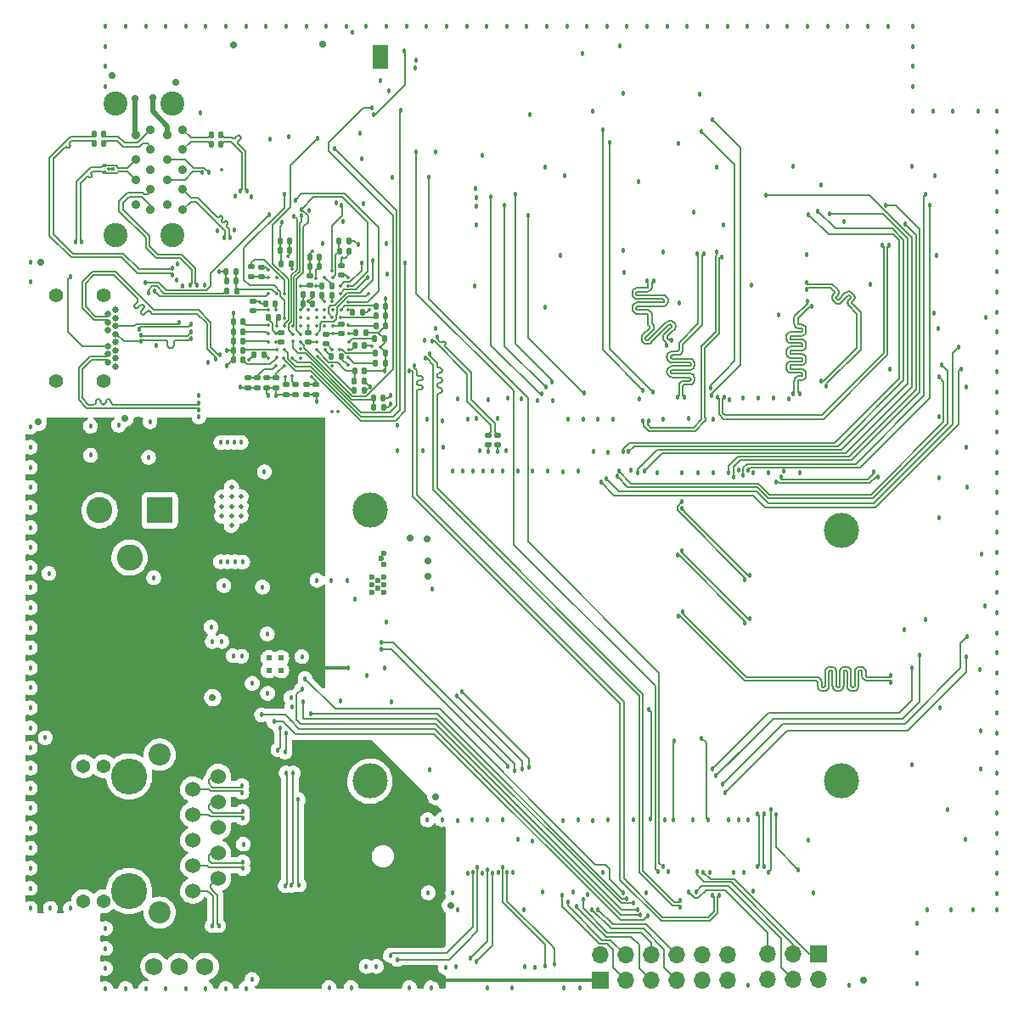
<source format=gbr>
%TF.GenerationSoftware,KiCad,Pcbnew,5.99.0-unknown-42c6af4bd8~125~ubuntu20.04.1*%
%TF.CreationDate,2021-03-29T15:44:49+08:00*%
%TF.ProjectId,ovc5,6f766335-2e6b-4696-9361-645f70636258,rev?*%
%TF.SameCoordinates,Original*%
%TF.FileFunction,Copper,L6,Bot*%
%TF.FilePolarity,Positive*%
%FSLAX46Y46*%
G04 Gerber Fmt 4.6, Leading zero omitted, Abs format (unit mm)*
G04 Created by KiCad (PCBNEW 5.99.0-unknown-42c6af4bd8~125~ubuntu20.04.1) date 2021-03-29 15:44:49*
%MOMM*%
%LPD*%
G01*
G04 APERTURE LIST*
G04 Aperture macros list*
%AMRoundRect*
0 Rectangle with rounded corners*
0 $1 Rounding radius*
0 $2 $3 $4 $5 $6 $7 $8 $9 X,Y pos of 4 corners*
0 Add a 4 corners polygon primitive as box body*
4,1,4,$2,$3,$4,$5,$6,$7,$8,$9,$2,$3,0*
0 Add four circle primitives for the rounded corners*
1,1,$1+$1,$2,$3*
1,1,$1+$1,$4,$5*
1,1,$1+$1,$6,$7*
1,1,$1+$1,$8,$9*
0 Add four rect primitives between the rounded corners*
20,1,$1+$1,$2,$3,$4,$5,0*
20,1,$1+$1,$4,$5,$6,$7,0*
20,1,$1+$1,$6,$7,$8,$9,0*
20,1,$1+$1,$8,$9,$2,$3,0*%
G04 Aperture macros list end*
%TA.AperFunction,SMDPad,CuDef*%
%ADD10RoundRect,0.135000X0.135000X0.185000X-0.135000X0.185000X-0.135000X-0.185000X0.135000X-0.185000X0*%
%TD*%
%TA.AperFunction,ComponentPad*%
%ADD11R,1.700000X1.700000*%
%TD*%
%TA.AperFunction,ComponentPad*%
%ADD12O,1.700000X1.700000*%
%TD*%
%TA.AperFunction,ComponentPad*%
%ADD13C,0.500000*%
%TD*%
%TA.AperFunction,ComponentPad*%
%ADD14C,1.524000*%
%TD*%
%TA.AperFunction,ComponentPad*%
%ADD15C,1.371600*%
%TD*%
%TA.AperFunction,ComponentPad*%
%ADD16C,3.600000*%
%TD*%
%TA.AperFunction,ComponentPad*%
%ADD17C,2.200000*%
%TD*%
%TA.AperFunction,ComponentPad*%
%ADD18R,2.600000X2.600000*%
%TD*%
%TA.AperFunction,ComponentPad*%
%ADD19C,2.600000*%
%TD*%
%TA.AperFunction,ComponentPad*%
%ADD20RoundRect,0.250000X-0.620000X-0.620000X0.620000X-0.620000X0.620000X0.620000X-0.620000X0.620000X0*%
%TD*%
%TA.AperFunction,ComponentPad*%
%ADD21C,1.740000*%
%TD*%
%TA.AperFunction,ComponentPad*%
%ADD22C,0.600000*%
%TD*%
%TA.AperFunction,SMDPad,CuDef*%
%ADD23R,1.650000X2.400000*%
%TD*%
%TA.AperFunction,ComponentPad*%
%ADD24C,0.612500*%
%TD*%
%TA.AperFunction,ComponentPad*%
%ADD25C,0.650000*%
%TD*%
%TA.AperFunction,ComponentPad*%
%ADD26C,1.400000*%
%TD*%
%TA.AperFunction,ComponentPad*%
%ADD27C,3.500000*%
%TD*%
%TA.AperFunction,ComponentPad*%
%ADD28C,0.900000*%
%TD*%
%TA.AperFunction,ComponentPad*%
%ADD29C,2.400000*%
%TD*%
%TA.AperFunction,SMDPad,CuDef*%
%ADD30RoundRect,0.140000X-0.140000X-0.170000X0.140000X-0.170000X0.140000X0.170000X-0.140000X0.170000X0*%
%TD*%
%TA.AperFunction,SMDPad,CuDef*%
%ADD31RoundRect,0.140000X-0.170000X0.140000X-0.170000X-0.140000X0.170000X-0.140000X0.170000X0.140000X0*%
%TD*%
%TA.AperFunction,SMDPad,CuDef*%
%ADD32RoundRect,0.140000X0.140000X0.170000X-0.140000X0.170000X-0.140000X-0.170000X0.140000X-0.170000X0*%
%TD*%
%TA.AperFunction,SMDPad,CuDef*%
%ADD33RoundRect,0.140000X0.170000X-0.140000X0.170000X0.140000X-0.170000X0.140000X-0.170000X-0.140000X0*%
%TD*%
%TA.AperFunction,SMDPad,CuDef*%
%ADD34R,0.300000X0.300000*%
%TD*%
%TA.AperFunction,SMDPad,CuDef*%
%ADD35RoundRect,0.135000X-0.135000X-0.185000X0.135000X-0.185000X0.135000X0.185000X-0.135000X0.185000X0*%
%TD*%
%TA.AperFunction,SMDPad,CuDef*%
%ADD36RoundRect,0.135000X-0.185000X0.135000X-0.185000X-0.135000X0.185000X-0.135000X0.185000X0.135000X0*%
%TD*%
%TA.AperFunction,ViaPad*%
%ADD37C,0.457200*%
%TD*%
%TA.AperFunction,ViaPad*%
%ADD38C,0.355600*%
%TD*%
%TA.AperFunction,ViaPad*%
%ADD39C,0.711200*%
%TD*%
%TA.AperFunction,Conductor*%
%ADD40C,0.177800*%
%TD*%
%TA.AperFunction,Conductor*%
%ADD41C,0.152400*%
%TD*%
%TA.AperFunction,Conductor*%
%ADD42C,0.203200*%
%TD*%
%TA.AperFunction,Conductor*%
%ADD43C,0.508000*%
%TD*%
%TA.AperFunction,Conductor*%
%ADD44C,0.304800*%
%TD*%
G04 APERTURE END LIST*
D10*
%TO.P,R60,2*%
%TO.N,/USB/CHIPEN*%
X67290000Y-63850000D03*
%TO.P,R60,1*%
%TO.N,+3V3*%
X68310000Y-63850000D03*
%TD*%
D11*
%TO.P,J6,1,Pin_1*%
%TO.N,+5V*%
X91850000Y-122690000D03*
D12*
%TO.P,J6,2,Pin_2*%
%TO.N,GND*%
X91850000Y-120150000D03*
%TO.P,J6,3,Pin_3*%
%TO.N,GPIO0*%
X94390000Y-122690000D03*
%TO.P,J6,4,Pin_4*%
%TO.N,GPIO1*%
X94390000Y-120150000D03*
%TO.P,J6,5,Pin_5*%
%TO.N,GPIO2*%
X96930000Y-122690000D03*
%TO.P,J6,6,Pin_6*%
%TO.N,GPIO3*%
X96930000Y-120150000D03*
%TO.P,J6,7,Pin_7*%
%TO.N,GPIO4*%
X99470000Y-122690000D03*
%TO.P,J6,8,Pin_8*%
%TO.N,GPIO5*%
X99470000Y-120150000D03*
%TO.P,J6,9,Pin_9*%
%TO.N,+1V8*%
X102010000Y-122690000D03*
%TO.P,J6,10,Pin_10*%
%TO.N,+3V3*%
X102010000Y-120150000D03*
%TO.P,J6,11,Pin_11*%
%TO.N,GND*%
X104550000Y-122690000D03*
%TO.P,J6,12,Pin_12*%
X104550000Y-120150000D03*
%TD*%
D13*
%TO.P,U7,15,PGND*%
%TO.N,GND*%
X55050000Y-76350000D03*
X55050000Y-74450000D03*
X55050000Y-73500000D03*
X54100000Y-76350000D03*
X56000000Y-75400000D03*
X56000000Y-74450000D03*
X54100000Y-74450000D03*
X55050000Y-77300000D03*
X56000000Y-76350000D03*
X54100000Y-75400000D03*
X55050000Y-75400000D03*
%TD*%
D14*
%TO.P,U11,1,TRD0+*%
%TO.N,GBE_MDI0_P*%
X51200000Y-113765000D03*
%TO.P,U11,2,TRD0-*%
%TO.N,GBE_MDI0_N*%
X53740000Y-112495000D03*
%TO.P,U11,3,TRD1+*%
%TO.N,GBE_MDI1_P*%
X51200000Y-111225000D03*
%TO.P,U11,4,TRD1-*%
%TO.N,GBE_MDI1_N*%
X53740000Y-109955000D03*
%TO.P,U11,5,CT*%
%TO.N,Net-(C78-Pad1)*%
X51200000Y-108685000D03*
%TO.P,U11,6,CT*%
X53740000Y-107415000D03*
%TO.P,U11,7,TRD2+*%
%TO.N,GBE_MDI2_N*%
X51200000Y-106145000D03*
%TO.P,U11,8,TRD2-*%
%TO.N,GBE_MDI2_P*%
X53740000Y-104875000D03*
%TO.P,U11,9,TRD3+*%
%TO.N,GBE_MDI3_N*%
X51200000Y-103605000D03*
%TO.P,U11,10,TRD3-*%
%TO.N,GBE_MDI3_P*%
X53740000Y-102335000D03*
D15*
%TO.P,U11,11,GRNYEL_C*%
%TO.N,Net-(R21-Pad1)*%
X42310000Y-114775000D03*
%TO.P,U11,12,GRNYEL_A*%
%TO.N,+3V3*%
X40280000Y-114775000D03*
%TO.P,U11,13,GRN_A*%
X42310000Y-101325000D03*
%TO.P,U11,14,GRN_C*%
%TO.N,Net-(R22-Pad1)*%
X40280000Y-101325000D03*
D16*
%TO.P,U11,MNT,MNT*%
%TO.N,GND*%
X44850000Y-113765000D03*
X44850000Y-102335000D03*
D17*
%TO.P,U11,SHLD,SHLD*%
X47900000Y-100175000D03*
X47900000Y-115925000D03*
%TD*%
D18*
%TO.P,J2,1,Pin_1*%
%TO.N,/Power/VAUX*%
X47900006Y-75800001D03*
D19*
%TO.P,J2,2,Pin_2*%
%TO.N,GND*%
X41900006Y-75800001D03*
%TO.P,J2,3,Pin_3*%
X44900006Y-80500001D03*
%TD*%
D20*
%TO.P,J9,1,Pin_1*%
%TO.N,+5V*%
X44800000Y-121300000D03*
D21*
%TO.P,J9,2,Pin_2*%
%TO.N,/Interfaces/FAN_DATA*%
X47340000Y-121300000D03*
%TO.P,J9,3,Pin_3*%
%TO.N,/Interfaces/FAN_CLK*%
X49880000Y-121300000D03*
%TO.P,J9,4,Pin_4*%
%TO.N,GND*%
X52420000Y-121300000D03*
%TD*%
D22*
%TO.P,U8,11,PAD*%
%TO.N,GND*%
X70355000Y-29690000D03*
X69395000Y-29690000D03*
X69875000Y-30550000D03*
X69395000Y-31410000D03*
X70355000Y-31410000D03*
D23*
X69875000Y-30550000D03*
%TD*%
D24*
%TO.P,U13,25,PAD*%
%TO.N,GND*%
X60000000Y-90525000D03*
X58775000Y-90525000D03*
X58775000Y-91750000D03*
X60000000Y-91750000D03*
%TD*%
D25*
%TO.P,J1,B1,GND*%
%TO.N,GND*%
X43460000Y-60615000D03*
X43460000Y-61415000D03*
%TO.P,J1,B2,TX2+*%
%TO.N,/USB/USB_DS_TX2_CONN_N*%
X42760000Y-61015000D03*
%TO.P,J1,B3,TX2-*%
%TO.N,/USB/USB_DS_TX2_CONN_P*%
X42760000Y-60215000D03*
%TO.P,J1,B4,VBUS*%
%TO.N,VBUS*%
X43460000Y-59815000D03*
%TO.P,J1,B5,CC2*%
%TO.N,/USB/USB_DS_CC2*%
X42760000Y-59415000D03*
%TO.P,J1,B6,D+*%
%TO.N,/USB/USB_DS_D_P*%
X43460000Y-59015000D03*
%TO.P,J1,B7,D-*%
%TO.N,/USB/USB_DS_D_N*%
X43460000Y-58215000D03*
%TO.P,J1,B8,SBU2*%
%TO.N,unconnected-(J1-PadB8)*%
X42760000Y-57815000D03*
%TO.P,J1,B9,VBUS*%
%TO.N,VBUS*%
X43460000Y-57415000D03*
%TO.P,J1,B10,RX1-*%
%TO.N,/USB/USB_DS_RX1_N*%
X42760000Y-57015000D03*
%TO.P,J1,B11,RX1+*%
%TO.N,/USB/USB_DS_RX1_P*%
X42760000Y-56215000D03*
%TO.P,J1,B12,GND*%
%TO.N,GND*%
X43460000Y-55815000D03*
X43460000Y-56615000D03*
D26*
%TO.P,J1,S1,SHIELD*%
%TO.N,/USB/C_SHIELD*%
X42310000Y-62885000D03*
X42310000Y-54345000D03*
X37580000Y-62885000D03*
X37580000Y-54345000D03*
%TD*%
D27*
%TO.P,U1,H1*%
%TO.N,N/C*%
X68859988Y-102799999D03*
%TO.P,U1,H2*%
X115859988Y-102799999D03*
%TO.P,U1,H3*%
X68859988Y-75799999D03*
%TO.P,U1,H4*%
X115859988Y-77799999D03*
%TD*%
D28*
%TO.P,U5,1,VBUS0*%
%TO.N,/USB/VBUS_1*%
X45489988Y-38299993D03*
%TO.P,U5,2,D0-*%
%TO.N,/USB/USB_H1_D_N*%
X45489988Y-40799993D03*
%TO.P,U5,3,D0+*%
%TO.N,/USB/USB_H1_D_P*%
X45489988Y-42799993D03*
%TO.P,U5,4,GND0*%
%TO.N,GND*%
X45489988Y-45299993D03*
%TO.P,U5,5,SSRX0-*%
%TO.N,/USB/USB_H1_RX_N*%
X46989988Y-45799993D03*
%TO.P,U5,6,SSRX0+*%
%TO.N,/USB/USB_H1_RX_P*%
X46989988Y-43799993D03*
%TO.P,U5,7,GND0*%
%TO.N,GND*%
X46989988Y-41799993D03*
%TO.P,U5,8,SSTX0-*%
%TO.N,/USB/USB_H1_TX_CONN_N*%
X46989988Y-39799993D03*
%TO.P,U5,9,SSTX0+*%
%TO.N,/USB/USB_H1_TX_CONN_P*%
X46989988Y-37799993D03*
%TO.P,U5,10,VBUS1*%
%TO.N,/USB/VBUS_0*%
X48689988Y-38299993D03*
%TO.P,U5,11,D1-*%
%TO.N,/USB/USB_H0_D_N*%
X48689988Y-40799993D03*
%TO.P,U5,12,D1+*%
%TO.N,/USB/USB_H0_D_P*%
X48689988Y-42799993D03*
%TO.P,U5,13,GND1*%
%TO.N,GND*%
X48689988Y-45299993D03*
%TO.P,U5,14,SSRX1-*%
%TO.N,/USB/USB_H0_RX_N*%
X50189988Y-45799993D03*
%TO.P,U5,15,SSRX1+*%
%TO.N,/USB/USB_H0_RX_P*%
X50189988Y-43799993D03*
%TO.P,U5,16,GND1*%
%TO.N,GND*%
X50189988Y-41799993D03*
%TO.P,U5,17,SSTX1-*%
%TO.N,/USB/USB_H0_TX_CONN_N*%
X50189988Y-39799993D03*
%TO.P,U5,18,SSTX1+*%
%TO.N,/USB/USB_H0_TX_CONN_P*%
X50189988Y-37799993D03*
D29*
%TO.P,U5,S,Shield*%
%TO.N,/USB/A_SHIELD*%
X43489988Y-48369993D03*
X49169988Y-35229993D03*
X49169988Y-48369993D03*
X43489988Y-35229993D03*
%TD*%
D22*
%TO.P,U9,25,PGND*%
%TO.N,GND*%
X70250000Y-83200000D03*
X69950000Y-80630000D03*
X69100000Y-83950000D03*
X70250000Y-80050000D03*
X70250000Y-82450000D03*
X70250000Y-81210000D03*
X69660000Y-83580000D03*
X69660000Y-82830000D03*
X69100000Y-83200000D03*
X69100000Y-82450000D03*
X70250000Y-83950000D03*
%TD*%
D11*
%TO.P,J4,1,Pin_1*%
%TO.N,/Enclustra module/JTAG_TCK*%
X113625000Y-120075000D03*
D12*
%TO.P,J4,2,Pin_2*%
%TO.N,GND*%
X113625000Y-122615000D03*
%TO.P,J4,3,Pin_3*%
%TO.N,/Enclustra module/JTAG_TDO*%
X111085000Y-120075000D03*
%TO.P,J4,4,Pin_4*%
%TO.N,/Enclustra module/JTAG_TMS*%
X111085000Y-122615000D03*
%TO.P,J4,5,Pin_5*%
%TO.N,/Enclustra module/JTAG_TDI*%
X108545000Y-120075000D03*
%TO.P,J4,6,Pin_6*%
%TO.N,+1V8*%
X108545000Y-122615000D03*
%TD*%
D30*
%TO.P,C33,1*%
%TO.N,Net-(C33-Pad1)*%
X64090950Y-53401550D03*
%TO.P,C33,2*%
%TO.N,GND*%
X65050950Y-53401550D03*
%TD*%
D31*
%TO.P,C31,1*%
%TO.N,/USB/V1P0_MEM_B*%
X56675000Y-62590000D03*
%TO.P,C31,2*%
%TO.N,GND*%
X56675000Y-63550000D03*
%TD*%
D32*
%TO.P,C55,1*%
%TO.N,+3V3*%
X63850950Y-50551550D03*
%TO.P,C55,2*%
%TO.N,GND*%
X62890950Y-50551550D03*
%TD*%
%TO.P,C14,1*%
%TO.N,/USB/1V0_PHY*%
X56200950Y-57951550D03*
%TO.P,C14,2*%
%TO.N,GND*%
X55240950Y-57951550D03*
%TD*%
%TO.P,C60,1*%
%TO.N,+3V3*%
X60850950Y-49876550D03*
%TO.P,C60,2*%
%TO.N,GND*%
X59890950Y-49876550D03*
%TD*%
D33*
%TO.P,C24,1*%
%TO.N,/USB/1V0_PHY*%
X62720950Y-59006550D03*
%TO.P,C24,2*%
%TO.N,GND*%
X62720950Y-58046550D03*
%TD*%
D10*
%TO.P,R5,1*%
%TO.N,+3V3*%
X68310000Y-62900000D03*
%TO.P,R5,2*%
%TO.N,/USB/RESET_HUB*%
X67290000Y-62900000D03*
%TD*%
D34*
%TO.P,D5,1,A1*%
%TO.N,/USB/USB_H1_D_P*%
X42425000Y-42100000D03*
%TO.P,D5,2,A2*%
%TO.N,/USB/USB_H1_D_N*%
X42425000Y-41400000D03*
%TO.P,D5,3,common*%
%TO.N,GND*%
X43275000Y-41750000D03*
%TD*%
D32*
%TO.P,C56,1*%
%TO.N,+3V3*%
X63850950Y-51501550D03*
%TO.P,C56,2*%
%TO.N,GND*%
X62890950Y-51501550D03*
%TD*%
D30*
%TO.P,C17,1*%
%TO.N,/USB/1V0_PHY*%
X69440950Y-56401550D03*
%TO.P,C17,2*%
%TO.N,GND*%
X70400950Y-56401550D03*
%TD*%
D31*
%TO.P,C29,1*%
%TO.N,/USB/V1P0_MEM_A*%
X58575000Y-62590000D03*
%TO.P,C29,2*%
%TO.N,GND*%
X58575000Y-63550000D03*
%TD*%
D33*
%TO.P,C41,1*%
%TO.N,+3V3*%
X58050000Y-52480000D03*
%TO.P,C41,2*%
%TO.N,GND*%
X58050000Y-51520000D03*
%TD*%
%TO.P,C50,1*%
%TO.N,+3V3*%
X57220950Y-55906550D03*
%TO.P,C50,2*%
%TO.N,GND*%
X57220950Y-54946550D03*
%TD*%
D32*
%TO.P,C66,1*%
%TO.N,/USB/VBUS_MON_P0*%
X55530000Y-52900000D03*
%TO.P,C66,2*%
%TO.N,GND*%
X54570000Y-52900000D03*
%TD*%
D30*
%TO.P,C19,1*%
%TO.N,/USB/1V0_PHY*%
X69420000Y-60125000D03*
%TO.P,C19,2*%
%TO.N,GND*%
X70380000Y-60125000D03*
%TD*%
D31*
%TO.P,C25,1*%
%TO.N,/USB/1V0_PHY*%
X63475000Y-63271550D03*
%TO.P,C25,2*%
%TO.N,GND*%
X63475000Y-64231550D03*
%TD*%
D30*
%TO.P,C22,1*%
%TO.N,/USB/1V0_PHY*%
X69440950Y-55451550D03*
%TO.P,C22,2*%
%TO.N,GND*%
X70400950Y-55451550D03*
%TD*%
D31*
%TO.P,C61,1*%
%TO.N,/USB/VDD10*%
X65970950Y-57221550D03*
%TO.P,C61,2*%
%TO.N,GND*%
X65970950Y-58181550D03*
%TD*%
D30*
%TO.P,C81,1*%
%TO.N,/USB/USB_H0_TX_CONN_P*%
X53045000Y-38325000D03*
%TO.P,C81,2*%
%TO.N,/USB/USB_H0_TX_P*%
X54005000Y-38325000D03*
%TD*%
%TO.P,C53,1*%
%TO.N,+3V3*%
X67365950Y-59351550D03*
%TO.P,C53,2*%
%TO.N,GND*%
X68325950Y-59351550D03*
%TD*%
D31*
%TO.P,C32,1*%
%TO.N,/USB/V1P0_MEM_B*%
X57625000Y-62590000D03*
%TO.P,C32,2*%
%TO.N,GND*%
X57625000Y-63550000D03*
%TD*%
D33*
%TO.P,C36,1*%
%TO.N,+5V*%
X62895950Y-53356550D03*
%TO.P,C36,2*%
%TO.N,GND*%
X62895950Y-52396550D03*
%TD*%
D10*
%TO.P,R6,1*%
%TO.N,+3V3*%
X66810000Y-48900000D03*
%TO.P,R6,2*%
%TO.N,/USB/XRES_DMC*%
X65790000Y-48900000D03*
%TD*%
D31*
%TO.P,C38,1*%
%TO.N,+1V2*%
X61420950Y-63271550D03*
%TO.P,C38,2*%
%TO.N,GND*%
X61420950Y-64231550D03*
%TD*%
D10*
%TO.P,R7,1*%
%TO.N,+3V3*%
X70210000Y-65500000D03*
%TO.P,R7,2*%
%TO.N,/USB/XRES_PD*%
X69190000Y-65500000D03*
%TD*%
D30*
%TO.P,C11,1*%
%TO.N,/USB/XRES_PD*%
X69210000Y-64568000D03*
%TO.P,C11,2*%
%TO.N,GND*%
X70170000Y-64568000D03*
%TD*%
D32*
%TO.P,C62,1*%
%TO.N,/USB/VDD10*%
X65050950Y-54351550D03*
%TO.P,C62,2*%
%TO.N,GND*%
X64090950Y-54351550D03*
%TD*%
%TO.P,C57,1*%
%TO.N,/USB/VDD10*%
X59730000Y-56551550D03*
%TO.P,C57,2*%
%TO.N,GND*%
X58770000Y-56551550D03*
%TD*%
D10*
%TO.P,R13,1*%
%TO.N,/USB/VBUS_MON_P0*%
X55560000Y-53890000D03*
%TO.P,R13,2*%
%TO.N,VBUS*%
X54540000Y-53890000D03*
%TD*%
D31*
%TO.P,C37,1*%
%TO.N,+1V2*%
X60470950Y-63271550D03*
%TO.P,C37,2*%
%TO.N,GND*%
X60470950Y-64231550D03*
%TD*%
D32*
%TO.P,C49,1*%
%TO.N,+3V3*%
X63125950Y-54251550D03*
%TO.P,C49,2*%
%TO.N,GND*%
X62165950Y-54251550D03*
%TD*%
D30*
%TO.P,C20,1*%
%TO.N,/USB/1V0_PHY*%
X69340950Y-58701550D03*
%TO.P,C20,2*%
%TO.N,GND*%
X70300950Y-58701550D03*
%TD*%
%TO.P,C52,1*%
%TO.N,+3V3*%
X67140950Y-56001550D03*
%TO.P,C52,2*%
%TO.N,GND*%
X68100950Y-56001550D03*
%TD*%
D33*
%TO.P,C42,1*%
%TO.N,+3V3*%
X66020950Y-52331550D03*
%TO.P,C42,2*%
%TO.N,GND*%
X66020950Y-51371550D03*
%TD*%
D35*
%TO.P,R14,1*%
%TO.N,GND*%
X54520000Y-51940000D03*
%TO.P,R14,2*%
%TO.N,/USB/VBUS_MON_P0*%
X55540000Y-51940000D03*
%TD*%
D32*
%TO.P,C35,1*%
%TO.N,Net-(C35-Pad1)*%
X61000950Y-51201550D03*
%TO.P,C35,2*%
%TO.N,GND*%
X60040950Y-51201550D03*
%TD*%
D31*
%TO.P,C30,1*%
%TO.N,/USB/V1P0_MEM_A*%
X59525000Y-62590000D03*
%TO.P,C30,2*%
%TO.N,GND*%
X59525000Y-63550000D03*
%TD*%
D33*
%TO.P,C43,1*%
%TO.N,+3V3*%
X64520950Y-59181550D03*
%TO.P,C43,2*%
%TO.N,GND*%
X64520950Y-58221550D03*
%TD*%
D30*
%TO.P,C9,1*%
%TO.N,/USB/RESET_HUB*%
X67340000Y-61910000D03*
%TO.P,C9,2*%
%TO.N,GND*%
X68300000Y-61910000D03*
%TD*%
D32*
%TO.P,C21,1*%
%TO.N,/USB/1V0_PHY*%
X56200950Y-58901550D03*
%TO.P,C21,2*%
%TO.N,GND*%
X55240950Y-58901550D03*
%TD*%
%TO.P,C59,1*%
%TO.N,/USB/VDD10*%
X59425950Y-55151550D03*
%TO.P,C59,2*%
%TO.N,GND*%
X58465950Y-55151550D03*
%TD*%
%TO.P,C15,1*%
%TO.N,/USB/1V0_PHY*%
X56200950Y-57001550D03*
%TO.P,C15,2*%
%TO.N,GND*%
X55240950Y-57001550D03*
%TD*%
D31*
%TO.P,C26,1*%
%TO.N,/USB/1V0_PHY*%
X62525000Y-63271550D03*
%TO.P,C26,2*%
%TO.N,GND*%
X62525000Y-64231550D03*
%TD*%
D30*
%TO.P,C44,1*%
%TO.N,+3V3*%
X67490950Y-58051550D03*
%TO.P,C44,2*%
%TO.N,GND*%
X68450950Y-58051550D03*
%TD*%
D32*
%TO.P,C51,1*%
%TO.N,+3V3*%
X63120950Y-55176550D03*
%TO.P,C51,2*%
%TO.N,GND*%
X62160950Y-55176550D03*
%TD*%
D35*
%TO.P,R10,1*%
%TO.N,Net-(R10-Pad1)*%
X65010950Y-60476550D03*
%TO.P,R10,2*%
%TO.N,GND*%
X66030950Y-60476550D03*
%TD*%
D32*
%TO.P,C82,1*%
%TO.N,/USB/USB_H1_TX_CONN_P*%
X42330000Y-38250000D03*
%TO.P,C82,2*%
%TO.N,/USB/USB_H1_TX_P*%
X41370000Y-38250000D03*
%TD*%
D30*
%TO.P,C10,1*%
%TO.N,/USB/XRES_DMC*%
X65820000Y-49900000D03*
%TO.P,C10,2*%
%TO.N,GND*%
X66780000Y-49900000D03*
%TD*%
D32*
%TO.P,C80,1*%
%TO.N,/USB/USB_H1_TX_CONN_N*%
X42330000Y-39200000D03*
%TO.P,C80,2*%
%TO.N,/USB/USB_H1_TX_N*%
X41370000Y-39200000D03*
%TD*%
D33*
%TO.P,C48,1*%
%TO.N,+3V3*%
X59970950Y-59031550D03*
%TO.P,C48,2*%
%TO.N,GND*%
X59970950Y-58071550D03*
%TD*%
D32*
%TO.P,C13,1*%
%TO.N,/USB/1V0_PHY*%
X56200950Y-60801550D03*
%TO.P,C13,2*%
%TO.N,GND*%
X55240950Y-60801550D03*
%TD*%
D31*
%TO.P,C89,1*%
%TO.N,FPGA_USB1_TX-*%
X81620000Y-68290000D03*
%TO.P,C89,2*%
%TO.N,Net-(C89-Pad2)*%
X81620000Y-69250000D03*
%TD*%
D36*
%TO.P,R44,1*%
%TO.N,Net-(R44-Pad1)*%
X57070000Y-51490000D03*
%TO.P,R44,2*%
%TO.N,+3V3*%
X57070000Y-52510000D03*
%TD*%
D30*
%TO.P,C18,1*%
%TO.N,/USB/1V0_PHY*%
X69420000Y-61075000D03*
%TO.P,C18,2*%
%TO.N,GND*%
X70380000Y-61075000D03*
%TD*%
D31*
%TO.P,C88,1*%
%TO.N,FPGA_USB1_TX+*%
X80620000Y-68290000D03*
%TO.P,C88,2*%
%TO.N,Net-(C88-Pad2)*%
X80620000Y-69250000D03*
%TD*%
D30*
%TO.P,C16,1*%
%TO.N,/USB/1V0_PHY*%
X69440950Y-57351550D03*
%TO.P,C16,2*%
%TO.N,GND*%
X70400950Y-57351550D03*
%TD*%
D32*
%TO.P,C12,1*%
%TO.N,/USB/1V0_PHY*%
X56200950Y-59851550D03*
%TO.P,C12,2*%
%TO.N,GND*%
X55240950Y-59851550D03*
%TD*%
%TO.P,C54,1*%
%TO.N,+3V3*%
X58280950Y-60301550D03*
%TO.P,C54,2*%
%TO.N,GND*%
X57320950Y-60301550D03*
%TD*%
D30*
%TO.P,C79,1*%
%TO.N,/USB/USB_H0_TX_CONN_N*%
X53045000Y-39275000D03*
%TO.P,C79,2*%
%TO.N,/USB/USB_H0_TX_N*%
X54005000Y-39275000D03*
%TD*%
D32*
%TO.P,C58,1*%
%TO.N,+3V3*%
X60850950Y-48926550D03*
%TO.P,C58,2*%
%TO.N,GND*%
X59890950Y-48926550D03*
%TD*%
D37*
%TO.N,GBE_MDI0_N*%
X53780200Y-117209198D03*
%TO.N,GBE_MDI0_P*%
X53119800Y-117209198D03*
%TO.N,CAM1_DAT0-*%
X102130200Y-50200000D03*
%TO.N,CAM1_DAT0+*%
X101469800Y-50200000D03*
%TO.N,CAM4_DAT0+*%
X113866513Y-62916513D03*
%TO.N,CAM4_DAT0-*%
X114333487Y-63383487D03*
D38*
%TO.N,/USB/CHIPEN*%
X63651448Y-60448552D03*
D37*
%TO.N,/USB/USB_I2C_SCL*%
X72400000Y-51100000D03*
D38*
X60295950Y-60601550D03*
D37*
X68675000Y-52575000D03*
D38*
X65895950Y-54176550D03*
%TO.N,/USB/USB_I2C_SDA*%
X65900000Y-53375000D03*
D37*
X69150000Y-50900000D03*
X68025000Y-51150000D03*
D38*
X65095950Y-56551550D03*
D37*
%TO.N,FPGA_FAN_DATA*%
X78000000Y-93850000D03*
X84700000Y-101400000D03*
%TO.N,CAM5_ENABLE*%
X90200000Y-64100000D03*
X84600000Y-46400000D03*
%TO.N,CAM5_TRIGGER*%
X82300000Y-45400000D03*
X86400000Y-63500000D03*
%TO.N,CAM5_SDA*%
X80900000Y-44500000D03*
X86000000Y-64200000D03*
%TO.N,CAM5_SCL*%
X87000000Y-63000000D03*
X83400000Y-44300000D03*
%TO.N,CAM4_ENABLE*%
X112610000Y-46290000D03*
X94091197Y-69950000D03*
%TO.N,CAM4_TRIGGER*%
X113540000Y-45920000D03*
X94650000Y-69950000D03*
%TO.N,CAM4_SCL*%
X114660000Y-46230000D03*
X95550000Y-72050000D03*
%TO.N,CAM4_SDA*%
X108330000Y-44320000D03*
X96200000Y-71900000D03*
%TO.N,CAM4_CLK+*%
X96029800Y-66910402D03*
X103933487Y-50533487D03*
%TO.N,FPGA_FAN_CLK*%
X77550000Y-94300000D03*
X84050000Y-101550000D03*
%TO.N,CAM4_CLK-*%
X96690200Y-66910402D03*
X103466513Y-50066513D03*
%TO.N,CAM4_DAT0+*%
X112400000Y-53750000D03*
%TO.N,CAM4_DAT0-*%
X112400000Y-53050000D03*
%TO.N,Net-(C88-Pad2)*%
X80620000Y-69940000D03*
%TO.N,Net-(C89-Pad2)*%
X81600000Y-69960000D03*
%TO.N,/USB/USB_DS_TX2_CONN_N*%
X51800000Y-65084800D03*
%TO.N,/USB/USB_DS_TX2_CONN_P*%
X51800000Y-65745200D03*
%TO.N,SDIO_CLK*%
X62400000Y-92600000D03*
X94100000Y-113925000D03*
%TO.N,SDIO_D1*%
X95550000Y-115600000D03*
X62075000Y-93600000D03*
%TO.N,SDIO_D0*%
X62175000Y-94875000D03*
X95100000Y-115000000D03*
%TO.N,SDIO_CMD*%
X63000000Y-96100000D03*
X94500000Y-114500000D03*
%TO.N,SDIO_D3*%
X59300000Y-96875000D03*
X96575000Y-116275000D03*
%TO.N,SDIO_D2*%
X95825000Y-116150000D03*
X58050000Y-96200000D03*
D38*
%TO.N,Net-(C33-Pad1)*%
X63500000Y-53400000D03*
%TO.N,Net-(C35-Pad1)*%
X61095950Y-51751550D03*
D37*
%TO.N,GBE_LED_ACT*%
X108625000Y-111900000D03*
X108850000Y-105625000D03*
%TO.N,CAM0_DAT0-*%
X119066513Y-71966513D03*
X109833487Y-72466513D03*
%TO.N,GBE_LED_LINK*%
X111600000Y-111625000D03*
X109350000Y-106175000D03*
%TO.N,CAM0_DAT0+*%
X119533487Y-72433487D03*
X109366513Y-72933487D03*
%TO.N,GBE_MDI3_N*%
X107529800Y-111350000D03*
X107529800Y-106100000D03*
X56100000Y-103930200D03*
%TO.N,GBE_MDI3_P*%
X108190200Y-106100000D03*
X108190200Y-111350000D03*
X56100000Y-103269800D03*
%TO.N,GBE_MDI2_N*%
X56150000Y-106480200D03*
%TO.N,CAM0_ENABLE*%
X125600000Y-62500000D03*
X93700000Y-71900000D03*
%TO.N,CAM0_TRIGGER*%
X91900000Y-73000000D03*
X127800000Y-61700000D03*
%TO.N,CAM0_SCL*%
X93492466Y-72418835D03*
X125900000Y-61300000D03*
%TO.N,CAM0_SDA*%
X92400000Y-72600000D03*
X127600000Y-59500000D03*
%TO.N,CAM1_DAT2-*%
X97130200Y-52900000D03*
X98933487Y-58866513D03*
%TO.N,CAM1_DAT2+*%
X96469800Y-52900000D03*
X98466513Y-59333487D03*
%TO.N,CAM1_DAT0-*%
X100190200Y-64489598D03*
%TO.N,CAM1_DAT0+*%
X99529800Y-64489598D03*
%TO.N,GBE_MDI2_P*%
X56150000Y-105819800D03*
%TO.N,GBE_MDI1_N*%
X56200000Y-110869800D03*
%TO.N,GBE_MDI1_P*%
X56200000Y-111530200D03*
%TO.N,/USB/USB_H0_TX_N*%
X55963250Y-43900000D03*
%TO.N,/USB/USB_H1_TX_N*%
X49150000Y-51619800D03*
%TO.N,/USB/USB_H0_TX_P*%
X56623650Y-43900000D03*
%TO.N,CAM1_ENABLE*%
X92800000Y-39100000D03*
X97100000Y-64000000D03*
%TO.N,CAM1_TRIGGER*%
X101900000Y-38000000D03*
X102800000Y-63600000D03*
%TO.N,CAM1_SCL*%
X92100000Y-37800000D03*
X96100000Y-63800000D03*
%TO.N,CAM1_SDA*%
X103000000Y-36800000D03*
X102900000Y-64300000D03*
%TO.N,/USB/USB_H1_TX_P*%
X49150000Y-52280200D03*
%TO.N,/USB/USB_H0_RX_N*%
X54294800Y-48593055D03*
%TO.N,USER_DIP*%
X61730000Y-104670000D03*
X61790000Y-113150000D03*
%TO.N,/Enclustra module/JTAG_TCK*%
X102100000Y-111875000D03*
%TO.N,/Enclustra module/JTAG_TDO*%
X101500000Y-111850000D03*
%TO.N,/Enclustra module/JTAG_TMS*%
X101375000Y-113850000D03*
%TO.N,/Enclustra module/JTAG_TDI*%
X100650000Y-113875000D03*
%TO.N,CAM2_SDA*%
X124650000Y-45350000D03*
X106550000Y-71800000D03*
%TO.N,CAM2_SCL*%
X124250000Y-44300000D03*
X106100000Y-72300000D03*
%TO.N,CAM2_TRIGGER*%
X105100000Y-72500000D03*
X120310000Y-45330000D03*
%TO.N,CAM2_ENABLE*%
X122230000Y-47220000D03*
X104600000Y-72000000D03*
%TO.N,CAM2_CLK+*%
X103529800Y-64489598D03*
X120614890Y-49367700D03*
%TO.N,CAM2_CLK-*%
X119954490Y-49367700D03*
X104190200Y-64489598D03*
%TO.N,CAM2_DAT1+*%
X111029800Y-64130874D03*
X112466513Y-54966513D03*
%TO.N,CAM2_DAT1-*%
X112933487Y-55433487D03*
X111690200Y-64130874D03*
%TO.N,QWIIC0_SCL*%
X71600000Y-120600000D03*
X79600000Y-111400000D03*
%TO.N,QWIIC0_SDA*%
X79147951Y-111890410D03*
X70900000Y-120200000D03*
%TO.N,QWIIC1_SCL*%
X79500000Y-120800000D03*
X81100000Y-112000000D03*
%TO.N,QWIIC1_SDA*%
X80600000Y-111700000D03*
X78900000Y-120500000D03*
%TO.N,/Interfaces/FAN_DATA*%
X59900000Y-97500000D03*
X59700000Y-99700000D03*
%TO.N,QWIIC2_SCL*%
X87300000Y-121100000D03*
X82561301Y-111899256D03*
%TO.N,QWIIC2_SDA*%
X86300000Y-121200000D03*
X82100000Y-111400000D03*
%TO.N,CAM3_SDA*%
X104000000Y-103100000D03*
X128400000Y-88400000D03*
%TO.N,CAM3_SCL*%
X123670000Y-90260000D03*
X103350000Y-102300000D03*
%TO.N,SDIO_CDn*%
X96800000Y-106600000D03*
X96700000Y-95700000D03*
%TO.N,CAM3_TRIGGER*%
X128350000Y-90450000D03*
X104300000Y-104000000D03*
%TO.N,CAM3_ENABLE*%
X122880000Y-91500000D03*
X103000000Y-101625000D03*
%TO.N,/Interfaces/FAN_CLK*%
X60500000Y-98000000D03*
X60400000Y-99900000D03*
%TO.N,GPIO5*%
X91600000Y-115600000D03*
%TO.N,CAM3_CLK+*%
X120800000Y-92930200D03*
X99616513Y-86383487D03*
%TO.N,CAM3_CLK-*%
X100083487Y-85916513D03*
X120800000Y-92269800D03*
%TO.N,CAM3_DAT1+*%
X106733487Y-82266513D03*
X100000000Y-75600000D03*
%TO.N,CAM3_DAT1-*%
X106266513Y-82733487D03*
X100000000Y-74900000D03*
%TO.N,CAM3_DAT0+*%
X99516513Y-80283487D03*
X106266513Y-87033487D03*
%TO.N,CAM3_DAT0-*%
X106733487Y-86566513D03*
X99983487Y-79816513D03*
%TO.N,GPIO4*%
X91000000Y-115600000D03*
%TO.N,/USB/nOVC0*%
X61280000Y-46440000D03*
D38*
X61148450Y-58201550D03*
%TO.N,/USB/VDD10*%
X59545950Y-57376550D03*
X59520950Y-55801550D03*
X65170950Y-57401550D03*
X65120950Y-54976550D03*
%TO.N,/USB/nOVC1*%
X60320950Y-59751550D03*
D37*
X71900000Y-35900000D03*
D38*
%TO.N,Net-(R10-Pad1)*%
X64370950Y-59801550D03*
%TO.N,/USB/USB_US1_CC1*%
X68700000Y-54200000D03*
X63520950Y-58201550D03*
D37*
%TO.N,FPGA_USB0_D+*%
X73283487Y-61386513D03*
X103029800Y-114161185D03*
D38*
%TO.N,/USB/USBEN1*%
X61920950Y-59001550D03*
D37*
X69100000Y-35650000D03*
%TO.N,/USB/USBEN0*%
X72300000Y-29956400D03*
D38*
X61148450Y-57351550D03*
D37*
X62040000Y-46360000D03*
X69200000Y-36300000D03*
D38*
%TO.N,/USB/VBUS_MON_P0*%
X59550000Y-54200000D03*
D37*
%TO.N,FPGA_USB0_D-*%
X103690200Y-114161185D03*
X72816513Y-61853487D03*
%TO.N,FPGA_USB1_D+*%
X74833487Y-60176513D03*
X99825901Y-114704349D03*
%TO.N,FPGA_USB1_D-*%
X74366513Y-60643487D03*
X99825901Y-115364749D03*
D38*
%TO.N,/USB/V1P0_MEM_A*%
X60320950Y-61351550D03*
%TO.N,/USB/1V0_PHY*%
X65975000Y-55775000D03*
X63520950Y-59001550D03*
X58723750Y-58998750D03*
X59575000Y-59750000D03*
X65900000Y-56575000D03*
X66739809Y-59041166D03*
X58725000Y-58175000D03*
X59550000Y-60550000D03*
X66700000Y-57300000D03*
X58725000Y-57325000D03*
X65875000Y-59725000D03*
X66725000Y-60550000D03*
X63050000Y-62500000D03*
D39*
%TO.N,VBUS*%
X44450000Y-66580000D03*
D37*
X49850000Y-57050000D03*
X46800000Y-54100000D03*
D38*
%TO.N,/USB/V1P0_MEM_B*%
X59520950Y-61351550D03*
D37*
%TO.N,FPGA_USB1_TX+*%
X75096513Y-58943487D03*
%TO.N,FPGA_USB1_TX-*%
X75563487Y-58476513D03*
%TO.N,/USB/USB_SPI_DO*%
X63650000Y-38700000D03*
D38*
X60345950Y-57401550D03*
%TO.N,/USB/USB_SPI_CS*%
X61120950Y-60582150D03*
X65070950Y-51851550D03*
D37*
X66040000Y-45370000D03*
X65350000Y-39700000D03*
D38*
%TO.N,/USB/USB_SPI_CLK*%
X61920950Y-58201550D03*
X66707447Y-53382150D03*
D37*
X62050000Y-45750000D03*
D38*
%TO.N,/USB/USB_SPI_DI*%
X60370950Y-56626550D03*
D37*
X60300000Y-44250000D03*
D38*
X66695950Y-55001550D03*
D37*
X61400000Y-44850000D03*
%TO.N,/USB/USB_H0_RX_P*%
X54955200Y-48593055D03*
%TO.N,/USB/USB_H1_RX_P*%
X50969800Y-53325000D03*
%TO.N,/USB/USB_H1_RX_N*%
X51630200Y-53325000D03*
%TO.N,/USB/USB_DS_CC1*%
X45825000Y-57700000D03*
X47400000Y-53950000D03*
X51000000Y-57250000D03*
D38*
X58745950Y-54151550D03*
%TO.N,+3V3*%
X60680000Y-50490000D03*
D37*
X77600000Y-115600000D03*
D38*
X58725000Y-52550000D03*
X59520950Y-59001550D03*
D37*
X84770000Y-36340000D03*
X103100000Y-72000000D03*
X79470000Y-44640000D03*
X70750000Y-33900000D03*
X91150000Y-69900000D03*
D38*
X61920950Y-60576550D03*
D37*
X85300000Y-121400000D03*
X100000000Y-72000000D03*
X93750000Y-29450000D03*
X68862631Y-63462631D03*
X110100000Y-71906400D03*
X94100000Y-34170000D03*
X74800000Y-101700000D03*
X77625000Y-106725000D03*
X78600000Y-112000000D03*
D38*
X65122200Y-59752800D03*
X66745950Y-59726550D03*
X66670950Y-52601550D03*
D37*
X111020000Y-41460000D03*
X124260000Y-86720000D03*
X122880000Y-41470000D03*
X125500000Y-57650000D03*
D39*
X74605000Y-82400000D03*
D38*
X58725000Y-60575000D03*
D37*
X80600000Y-106700000D03*
D38*
X62750000Y-54940000D03*
D37*
X83600000Y-108650000D03*
D38*
X66700000Y-55800000D03*
D37*
X67700000Y-49300000D03*
D38*
X63507632Y-52647668D03*
D37*
X58900000Y-38750000D03*
X69500000Y-121300000D03*
X53150000Y-88875000D03*
X92600000Y-106700000D03*
D38*
X65090000Y-65910000D03*
D37*
X85100000Y-71900000D03*
X70950000Y-65200000D03*
X58625000Y-88125000D03*
D38*
X65150000Y-55800000D03*
D37*
X56075000Y-90350000D03*
X86330000Y-41570000D03*
X65470000Y-45100000D03*
D38*
X58695950Y-55801550D03*
D37*
X77400000Y-121300000D03*
X70490000Y-49190000D03*
D38*
X64350000Y-57350000D03*
D37*
X84200000Y-115600000D03*
X109100000Y-64600000D03*
X67330000Y-84670000D03*
D38*
X61920950Y-59712150D03*
X66750000Y-58150000D03*
%TO.N,Net-(R44-Pad1)*%
X60345950Y-54176550D03*
%TO.N,/USB/RESET_HUB*%
X63520950Y-59801550D03*
D37*
%TO.N,/USB/USB_DS_D_P*%
X51057856Y-58021350D03*
X46030402Y-58284800D03*
%TO.N,/USB/USB_DS_D_N*%
X51057856Y-58681750D03*
X46030402Y-58945200D03*
%TO.N,/USB/USB_H1_D_N*%
X39469800Y-48975000D03*
%TO.N,/USB/USB_H1_D_P*%
X40130200Y-48975000D03*
%TO.N,/USB/USB_H0_D_N*%
X52825000Y-42100000D03*
%TO.N,/USB/USB_H0_D_P*%
X52150000Y-42075000D03*
%TO.N,/USB/USB_DS_CC2*%
X46450000Y-53075000D03*
X58800000Y-46300000D03*
X38975000Y-52500000D03*
D38*
%TO.N,/USB/XRES_DMC*%
X65170950Y-52601550D03*
%TO.N,/USB/XRES_PD*%
X61170950Y-58951550D03*
D37*
%TO.N,/USB/USB_DS_RX1_N*%
X53933487Y-60266513D03*
%TO.N,/USB/USB_DS_RX1_P*%
X53466513Y-60733487D03*
%TO.N,+1V8*%
X88300000Y-42400000D03*
X107050000Y-72050000D03*
X103440000Y-41600000D03*
X113890000Y-43350000D03*
X130150000Y-85350000D03*
X122125000Y-87675000D03*
X120700000Y-61700000D03*
X106100000Y-64580000D03*
X125200000Y-42430000D03*
X103100000Y-66700000D03*
X90100000Y-66700000D03*
X93100000Y-66700000D03*
X70300000Y-91500000D03*
X91100000Y-36000000D03*
X87100000Y-64800000D03*
X98100000Y-66700000D03*
X89650000Y-106700000D03*
X60975000Y-94475000D03*
X90600000Y-114100000D03*
X88100000Y-71950000D03*
X54300000Y-83300000D03*
X68050000Y-40750000D03*
X84000000Y-64700000D03*
X130270000Y-56560000D03*
X94900000Y-71800000D03*
X81647951Y-111890410D03*
X101770000Y-34240000D03*
X80100000Y-40400000D03*
%TO.N,DEBUG_UART_RX*%
X97550000Y-111800000D03*
X73500000Y-40000000D03*
%TO.N,DEBUG_UART_TX*%
X98100000Y-111350000D03*
X74700000Y-42550000D03*
%TO.N,GND*%
X122930000Y-101130000D03*
X125700000Y-95530000D03*
X50500000Y-123500000D03*
X54000000Y-69025000D03*
X54550000Y-61400000D03*
X35000000Y-97500000D03*
X102500000Y-27500000D03*
D38*
X65710000Y-65910000D03*
D37*
X54625000Y-80925000D03*
X42500000Y-123500000D03*
X114500000Y-27500000D03*
X88200000Y-123400000D03*
X89800000Y-123400000D03*
X35000000Y-103500000D03*
X98300000Y-106650000D03*
X62800000Y-45860000D03*
X126800000Y-115600000D03*
X118500000Y-27500000D03*
D39*
X55250000Y-29400000D03*
D37*
X51810000Y-66470000D03*
X71600000Y-67300000D03*
X125100000Y-56100000D03*
X74100000Y-69800000D03*
X60800000Y-38500000D03*
D38*
X63520939Y-57351550D03*
D37*
X58500000Y-27500000D03*
X131400000Y-46000000D03*
X55400000Y-44470000D03*
X124400000Y-115600000D03*
X84300000Y-121300000D03*
X35000000Y-89500000D03*
D39*
X74580000Y-78650000D03*
D37*
X53800000Y-51950000D03*
X131400000Y-82000000D03*
X78100000Y-71900000D03*
X106600000Y-123200000D03*
X52400000Y-53300000D03*
X66210000Y-46970000D03*
X99670000Y-55130000D03*
X57100000Y-122600000D03*
X127000000Y-36000000D03*
X131400000Y-110000000D03*
X118760000Y-53270000D03*
X110500000Y-27500000D03*
X109650000Y-56250000D03*
X35000000Y-51000000D03*
X85600000Y-64800000D03*
X36500000Y-98475000D03*
X106150000Y-111900000D03*
X111700000Y-72000000D03*
X131400000Y-90000000D03*
X95700000Y-64700000D03*
X56250000Y-109100000D03*
X55380000Y-47860000D03*
X79500000Y-47300000D03*
X64110000Y-49180000D03*
X79780000Y-69840000D03*
X35000000Y-69500000D03*
X35000000Y-113500000D03*
X131400000Y-114000000D03*
X131400000Y-106000000D03*
X42500000Y-27500000D03*
X35000000Y-105500000D03*
X70300000Y-61850000D03*
X77600000Y-64700000D03*
X35000000Y-115500000D03*
X108600000Y-72000000D03*
D39*
X72830000Y-78600000D03*
D37*
X42500000Y-119500000D03*
X88500000Y-27500000D03*
X82500000Y-27500000D03*
X108500000Y-27500000D03*
X128450000Y-73460000D03*
X131400000Y-64000000D03*
X123400000Y-117000000D03*
X35000000Y-93500000D03*
X46500000Y-27500000D03*
X86600000Y-71900000D03*
X56175000Y-80950000D03*
X131400000Y-68000000D03*
X83600000Y-71900000D03*
X112440000Y-50250000D03*
X131400000Y-108000000D03*
X46780000Y-70510000D03*
X79050000Y-106675000D03*
X96400000Y-113950000D03*
X55350000Y-69025000D03*
D38*
X64320950Y-52551550D03*
D37*
X131400000Y-70000000D03*
X112600000Y-108730000D03*
X131400000Y-92000000D03*
X94160000Y-49870000D03*
X52750000Y-61030000D03*
X67150000Y-28100000D03*
X116600000Y-123200000D03*
X81610000Y-66650000D03*
X90050000Y-30250000D03*
X68500000Y-27500000D03*
X92600000Y-70000000D03*
X131400000Y-50000000D03*
X74675000Y-113950000D03*
X104500000Y-27500000D03*
D38*
X59520950Y-58151550D03*
D37*
X55400000Y-80925000D03*
X79400000Y-43640000D03*
X35000000Y-99500000D03*
D38*
X63520950Y-56551550D03*
D37*
X82600000Y-64600000D03*
X123000000Y-27500000D03*
X102725000Y-111875000D03*
X125590000Y-76490000D03*
X99610000Y-39150000D03*
X123000000Y-29500000D03*
X85100000Y-108750000D03*
X71000000Y-94900000D03*
X46930000Y-66950000D03*
X58750000Y-64338450D03*
X131400000Y-80000000D03*
X95175000Y-106625000D03*
X35000000Y-53000000D03*
X80600000Y-123400000D03*
X123400000Y-120000000D03*
X65900000Y-94800000D03*
X35000000Y-111500000D03*
X49550000Y-52850000D03*
X86100000Y-113900000D03*
X94500000Y-27500000D03*
X48500000Y-123500000D03*
X68250000Y-45200000D03*
X129700000Y-91650000D03*
X71050000Y-42600000D03*
X66640000Y-82780000D03*
X37000000Y-115500000D03*
X112500000Y-27500000D03*
X131400000Y-98000000D03*
X106500000Y-27500000D03*
X106600000Y-106675000D03*
X131400000Y-56000000D03*
D38*
X69095950Y-59451550D03*
D37*
X78600000Y-66700000D03*
X54500000Y-123500000D03*
X123000000Y-31500000D03*
X54600000Y-59850000D03*
X83120000Y-111910000D03*
X57060000Y-44480000D03*
X106920000Y-53310000D03*
X35000000Y-79500000D03*
X35000000Y-77500000D03*
X131400000Y-62000000D03*
X75400000Y-57670000D03*
X131400000Y-100000000D03*
X75000000Y-123400000D03*
X98130000Y-50010000D03*
X125400000Y-50350000D03*
X110600000Y-64700000D03*
X63580000Y-82775000D03*
X46500000Y-123500000D03*
D38*
X65120950Y-61401550D03*
D37*
X92125000Y-111875000D03*
X105600000Y-106650000D03*
X129750000Y-97775000D03*
X56500000Y-123500000D03*
X113100000Y-113975000D03*
X128320000Y-69520000D03*
X101600000Y-72000000D03*
X76400000Y-121400000D03*
X82120000Y-71860000D03*
X91100000Y-106750000D03*
X92500000Y-27500000D03*
X70530000Y-86925000D03*
D38*
X56818450Y-60801550D03*
D37*
X79450000Y-45450000D03*
X53690000Y-47950000D03*
X76050000Y-106650000D03*
X131400000Y-58000000D03*
D39*
X74605000Y-80875000D03*
D37*
X123000000Y-33500000D03*
X98500000Y-27500000D03*
D39*
X76900000Y-115200000D03*
D38*
X65150000Y-58181550D03*
D37*
X39000000Y-115500000D03*
X131400000Y-44000000D03*
D38*
X63520950Y-55801550D03*
D37*
X75030000Y-83625000D03*
D39*
X35800000Y-67000000D03*
D37*
X131400000Y-104000000D03*
X131400000Y-86000000D03*
X131400000Y-84000000D03*
X131400000Y-60000000D03*
X100600000Y-66600000D03*
X79100000Y-71900000D03*
X131400000Y-38000000D03*
X123000000Y-36000000D03*
X44500000Y-123500000D03*
X131400000Y-54000000D03*
X104697740Y-64799587D03*
X62500000Y-27500000D03*
D38*
X54050000Y-41800000D03*
D37*
X100500000Y-27500000D03*
X131400000Y-115600000D03*
X88600000Y-66700000D03*
D39*
X75450000Y-104350000D03*
D37*
X47300000Y-82500000D03*
X44500000Y-27500000D03*
X87860000Y-50400000D03*
D38*
X42850000Y-41750000D03*
X66120950Y-50601550D03*
D37*
X42500000Y-121500000D03*
X125600000Y-72560000D03*
X128250000Y-108575000D03*
X55250000Y-56100000D03*
X42500000Y-117500000D03*
X55950000Y-63500000D03*
X50500000Y-27500000D03*
D38*
X62720950Y-57401550D03*
D37*
X131400000Y-78000000D03*
X54675000Y-69025000D03*
D38*
X61920950Y-56551550D03*
D37*
X35000000Y-67500000D03*
X89600000Y-71900000D03*
X95650000Y-42970000D03*
X77100000Y-71900000D03*
D39*
X36000000Y-51000000D03*
D37*
X116100000Y-46950000D03*
D38*
X62720950Y-56601550D03*
D37*
X131400000Y-36000000D03*
X72500000Y-27500000D03*
X76100000Y-66900000D03*
X61075000Y-95425000D03*
X62075000Y-90375000D03*
X131400000Y-74000000D03*
X129810000Y-80160000D03*
D38*
X61920950Y-57351550D03*
D37*
X53950000Y-80925000D03*
X78500000Y-27500000D03*
X60110000Y-47080000D03*
X81120000Y-71900000D03*
X36850000Y-82075000D03*
X35000000Y-95500000D03*
X131400000Y-48000000D03*
X70900000Y-64300000D03*
X86330000Y-55560000D03*
X105100000Y-111950000D03*
X51950000Y-36150000D03*
D39*
X64150000Y-29250000D03*
D37*
X71600000Y-69800000D03*
X67000000Y-123400000D03*
X94220000Y-52060000D03*
X42500000Y-31500000D03*
X131400000Y-88000000D03*
X131400000Y-94000000D03*
X64800000Y-123400000D03*
X131400000Y-102000000D03*
X101130000Y-46020000D03*
X73415000Y-31690000D03*
X129750000Y-101625000D03*
X68550000Y-92250000D03*
X74280000Y-58870000D03*
X98650000Y-111850000D03*
X35000000Y-75500000D03*
X80100000Y-112000000D03*
X68500000Y-121300000D03*
D38*
X66690735Y-61314597D03*
D37*
X105600000Y-71800000D03*
X77100000Y-113975000D03*
X35000000Y-109500000D03*
X58650000Y-94050000D03*
X35000000Y-101500000D03*
D38*
X64320950Y-56551550D03*
D37*
X90500000Y-27500000D03*
X131400000Y-40000000D03*
D38*
X57895950Y-55001550D03*
D37*
X59504050Y-64338450D03*
X131400000Y-72000000D03*
X120500000Y-27500000D03*
D38*
X69900000Y-59500000D03*
D37*
X74600000Y-106675000D03*
X35000000Y-71500000D03*
X84500000Y-27500000D03*
X74600000Y-66700000D03*
X89125000Y-113875000D03*
X101100000Y-106675000D03*
X35000000Y-87500000D03*
X35000000Y-85500000D03*
X80500000Y-27500000D03*
X126425000Y-105675000D03*
X79320000Y-53370000D03*
X129500000Y-36000000D03*
X88100000Y-106750000D03*
X82075000Y-106650000D03*
X76500000Y-27500000D03*
X80630000Y-64790000D03*
X82440000Y-69800000D03*
D38*
X64320950Y-55751550D03*
D37*
X131400000Y-66000000D03*
X35000000Y-107500000D03*
X70400000Y-54650000D03*
X35000000Y-81500000D03*
X125580000Y-66430000D03*
X43800000Y-67300000D03*
X52500000Y-123500000D03*
X131400000Y-112000000D03*
X67900000Y-38200000D03*
X69900000Y-32950000D03*
X104600000Y-106650000D03*
D38*
X62720950Y-55751550D03*
D37*
X35000000Y-91500000D03*
X96500000Y-27500000D03*
X41000000Y-67400000D03*
X76150000Y-69500000D03*
X131400000Y-52000000D03*
X131400000Y-96000000D03*
D38*
X58750000Y-51775000D03*
D37*
X63576550Y-64950000D03*
D38*
X61920950Y-55801550D03*
D37*
X53025000Y-87450000D03*
X91600000Y-66700000D03*
X52500000Y-27500000D03*
X116500000Y-27500000D03*
X70500000Y-27500000D03*
D39*
X118050000Y-122700000D03*
D37*
X42500000Y-29500000D03*
X131400000Y-76000000D03*
X55225000Y-90300000D03*
X64980000Y-82775000D03*
X49650000Y-51180000D03*
X41000000Y-70300000D03*
X74500000Y-27500000D03*
X54500000Y-27500000D03*
X104090000Y-47300000D03*
X58345000Y-71950000D03*
X97500000Y-72000000D03*
X64500000Y-27500000D03*
X60500000Y-27500000D03*
X83000000Y-123400000D03*
X48500000Y-27500000D03*
X131400000Y-42000000D03*
D39*
X53175000Y-94475000D03*
D37*
X86500000Y-27500000D03*
D38*
X64320950Y-54951550D03*
D37*
X123400000Y-123000000D03*
X42500000Y-33500000D03*
X58150000Y-83450000D03*
X54100000Y-88875000D03*
D38*
X68775000Y-55800000D03*
D37*
X125000000Y-36000000D03*
D39*
X49500000Y-33100000D03*
D37*
X51790000Y-64350000D03*
D39*
X43150000Y-32450000D03*
D37*
X128330000Y-63450000D03*
X56000000Y-69025000D03*
X50200000Y-53400000D03*
X35000000Y-83500000D03*
X56500000Y-27500000D03*
D38*
X63100000Y-49968300D03*
D37*
X107600000Y-64600000D03*
X79450000Y-66640000D03*
X57125000Y-93050000D03*
X75450000Y-40000000D03*
X66500000Y-27500000D03*
X47525000Y-59325000D03*
X129000000Y-115600000D03*
X107100000Y-113750000D03*
X35000000Y-73500000D03*
X72800000Y-123400000D03*
X80120000Y-71870000D03*
D38*
%TO.N,+1V2*%
X60420950Y-62451550D03*
X61120950Y-62401550D03*
D39*
%TO.N,/USB/VBUS_0*%
X47200000Y-34650000D03*
D37*
%TO.N,+5V*%
X73000000Y-115200000D03*
X73000000Y-114100000D03*
X71700000Y-105300000D03*
X71700000Y-106200000D03*
X72800000Y-106200000D03*
D38*
X59550000Y-52600000D03*
D39*
X45600000Y-70750000D03*
D37*
X70600000Y-52200000D03*
X72800000Y-105300000D03*
D39*
X45750000Y-66825000D03*
D37*
X71800000Y-115200000D03*
X71800000Y-114100000D03*
X66700000Y-91500000D03*
D38*
X61945950Y-53376550D03*
D37*
X73465000Y-30890000D03*
D39*
%TO.N,/USB/VBUS_1*%
X45450000Y-34700000D03*
D37*
%TO.N,GPIO3*%
X90100000Y-114600000D03*
%TO.N,GPIO2*%
X89500000Y-115300000D03*
%TO.N,GPIO1*%
X88600000Y-114900000D03*
%TO.N,GPIO0*%
X88000000Y-114200000D03*
%TO.N,BOOT_MODE0*%
X60510000Y-101990000D03*
X102600000Y-106700000D03*
X101900000Y-98500000D03*
X60410000Y-113230000D03*
%TO.N,BOOT_MODE1*%
X99200000Y-98800000D03*
X61200000Y-102000000D03*
X61050000Y-113200000D03*
X99100000Y-106700000D03*
%TO.N,/Enclustra module/USER_LED0*%
X70000000Y-89650000D03*
X82600000Y-101350000D03*
%TO.N,/Enclustra module/USER_LED1*%
X70000000Y-89000000D03*
X83250000Y-101750000D03*
%TD*%
D40*
%TO.N,/Enclustra module/JTAG_TMS*%
X101375000Y-113850000D02*
X101945000Y-113280000D01*
X101945000Y-113280000D02*
X104650000Y-113280000D01*
X109850000Y-118480000D02*
X109850000Y-121380000D01*
X109850000Y-121380000D02*
X111085000Y-122615000D01*
X104650000Y-113280000D02*
X109850000Y-118480000D01*
%TO.N,GBE_MDI0_N*%
X52950000Y-113450000D02*
X53150000Y-113650000D01*
%TO.N,GBE_MDI0_P*%
X52750000Y-113850000D02*
X52780592Y-113850000D01*
%TO.N,GBE_MDI0_N*%
X52950000Y-113150000D02*
X52950000Y-113450000D01*
%TO.N,GBE_MDI0_P*%
X53259500Y-117069498D02*
X53119800Y-117209198D01*
X53259500Y-114328908D02*
X53259500Y-117069498D01*
X52780592Y-113850000D02*
X53259500Y-114328908D01*
%TO.N,GBE_MDI0_N*%
X53605000Y-112495000D02*
X52950000Y-113150000D01*
X53150000Y-113650000D02*
X53150000Y-113680592D01*
%TO.N,GBE_MDI0_P*%
X52665000Y-113765000D02*
X52750000Y-113850000D01*
%TO.N,GBE_MDI0_N*%
X53150000Y-113680592D02*
X53640500Y-114171092D01*
X53740000Y-112495000D02*
X53605000Y-112495000D01*
%TO.N,GBE_MDI0_P*%
X51200000Y-113765000D02*
X52665000Y-113765000D01*
%TO.N,GBE_MDI0_N*%
X53640500Y-114171092D02*
X53640500Y-117069498D01*
X53640500Y-117069498D02*
X53780200Y-117209198D01*
%TO.N,CAM1_DAT0-*%
X101042764Y-60778768D02*
X100942934Y-60716040D01*
X101126132Y-60862136D02*
X101042764Y-60778768D01*
X101227800Y-62546451D02*
X101188860Y-62435166D01*
X101188860Y-60961966D02*
X101126132Y-60862136D01*
X101227800Y-61073251D02*
X101188860Y-60961966D01*
X101126132Y-61583263D02*
X101188860Y-61483433D01*
X101227800Y-61372148D02*
X101241000Y-61254989D01*
X100831649Y-61768299D02*
X100942934Y-61729359D01*
X98998235Y-61785957D02*
X99037800Y-61781500D01*
X98960655Y-61799107D02*
X98998235Y-61785957D01*
X98926943Y-61820290D02*
X98960655Y-61799107D01*
X98877607Y-61882155D02*
X98898790Y-61848443D01*
X98860000Y-61959300D02*
X98864457Y-61919735D01*
X98960655Y-60325907D02*
X98998235Y-60312757D01*
X98864457Y-61998864D02*
X98860000Y-61959300D01*
X100190200Y-64489598D02*
X100050500Y-64349898D01*
X98877607Y-62036444D02*
X98864457Y-61998864D01*
X99037800Y-61781500D02*
X100714490Y-61781500D01*
X100714490Y-63254700D02*
X100831649Y-63241499D01*
X98898790Y-62070156D02*
X98877607Y-62036444D01*
X101042764Y-61666631D02*
X101126132Y-61583263D01*
X99935631Y-60110063D02*
X99998359Y-60010233D01*
X98998235Y-62132642D02*
X98960655Y-62119492D01*
X98898790Y-61848443D02*
X98926943Y-61820290D01*
X101241000Y-62728189D02*
X101241000Y-62663610D01*
X99037800Y-62137100D02*
X98998235Y-62132642D01*
X100089291Y-63321643D02*
X100117444Y-63293490D01*
X100714490Y-62137100D02*
X99037800Y-62137100D01*
X101188860Y-61483433D02*
X101227800Y-61372148D01*
X98926943Y-62098309D02*
X98898790Y-62070156D01*
%TO.N,CAM1_DAT0+*%
X101609500Y-50339700D02*
X101469800Y-50200000D01*
%TO.N,CAM1_DAT0-*%
X100054958Y-63392935D02*
X100068108Y-63355355D01*
X100942934Y-60716040D02*
X100831649Y-60677100D01*
X99998359Y-60010233D02*
X100037299Y-59898948D01*
X100050500Y-63432500D02*
X100054958Y-63392935D01*
X98960655Y-62119492D02*
X98926943Y-62098309D01*
X101241000Y-61254989D02*
X101241000Y-61190410D01*
X101241000Y-61190410D02*
X101227800Y-61073251D01*
X100188736Y-63259157D02*
X100228300Y-63254700D01*
X98864457Y-61919735D02*
X98877607Y-61882155D01*
%TO.N,CAM1_DAT0+*%
X101609500Y-57121092D02*
X101609500Y-50339700D01*
%TO.N,CAM1_DAT0-*%
X100942934Y-62189240D02*
X100831649Y-62150300D01*
X100050500Y-64349898D02*
X100050500Y-63432500D01*
X101126132Y-63056463D02*
X101188860Y-62956633D01*
X98864457Y-60446535D02*
X98877607Y-60408955D01*
X100714490Y-61781500D02*
X100831649Y-61768299D01*
X101241000Y-62663610D02*
X101227800Y-62546451D01*
X98926943Y-60625109D02*
X98898790Y-60596956D01*
X100831649Y-62150300D02*
X100714490Y-62137100D01*
X100831649Y-60677100D02*
X100714490Y-60663900D01*
X100942934Y-61729359D02*
X101042764Y-61666631D01*
X100068108Y-63355355D02*
X100089291Y-63321643D01*
X100117444Y-63293490D02*
X100151156Y-63272307D01*
X100228300Y-63254700D02*
X100714490Y-63254700D01*
X99037800Y-60663900D02*
X98998235Y-60659442D01*
X100942934Y-63202559D02*
X101042764Y-63139831D01*
X101042764Y-63139831D02*
X101126132Y-63056463D01*
X101188860Y-62435166D02*
X101126132Y-62335336D01*
X101188860Y-62956633D02*
X101227800Y-62845348D01*
X100050500Y-59218908D02*
X101990500Y-57278908D01*
X100831649Y-63241499D02*
X100942934Y-63202559D01*
X101227800Y-62845348D02*
X101241000Y-62728189D01*
X100151156Y-63272307D02*
X100188736Y-63259157D01*
X100714490Y-60663900D02*
X99037800Y-60663900D01*
X101126132Y-62335336D02*
X101042764Y-62251968D01*
X101042764Y-62251968D02*
X100942934Y-62189240D01*
X98998235Y-60659442D02*
X98960655Y-60646292D01*
X98960655Y-60646292D02*
X98926943Y-60625109D01*
X98898790Y-60596956D02*
X98877607Y-60563244D01*
X98877607Y-60563244D02*
X98864457Y-60525664D01*
X100050500Y-59781789D02*
X100050500Y-59218908D01*
X98864457Y-60525664D02*
X98860000Y-60486100D01*
X98860000Y-60486100D02*
X98864457Y-60446535D01*
X98877607Y-60408955D02*
X98898790Y-60375243D01*
X98898790Y-60375243D02*
X98926943Y-60347090D01*
X99641148Y-60295099D02*
X99752433Y-60256159D01*
X98926943Y-60347090D02*
X98960655Y-60325907D01*
X98998235Y-60312757D02*
X99037800Y-60308300D01*
X99037800Y-60308300D02*
X99523989Y-60308300D01*
X99523989Y-60308300D02*
X99641148Y-60295099D01*
X99752433Y-60256159D02*
X99852263Y-60193431D01*
X99852263Y-60193431D02*
X99935631Y-60110063D01*
X100037299Y-59898948D02*
X100050500Y-59781789D01*
X101990500Y-57278908D02*
X101990500Y-50339700D01*
X101990500Y-50339700D02*
X102130200Y-50200000D01*
%TO.N,CAM4_CLK+*%
X102290500Y-66878908D02*
X102290500Y-66869062D01*
X102290500Y-66869062D02*
X102291773Y-66867789D01*
X102291773Y-66867789D02*
X102291773Y-66552141D01*
X102291773Y-66552141D02*
X102290500Y-66550868D01*
X102290500Y-66550868D02*
X102290500Y-59578908D01*
%TO.N,CAM4_CLK-*%
X101909500Y-66708712D02*
X101909500Y-59421092D01*
%TO.N,/USB/USB_DS_TX2_CONN_P*%
X42760000Y-60215000D02*
X42550500Y-60424500D01*
X42550500Y-60424500D02*
X40956092Y-60424500D01*
%TO.N,/USB/USB_DS_TX2_CONN_N*%
X42760000Y-61015000D02*
X42550500Y-60805500D01*
X42550500Y-60805500D02*
X41113908Y-60805500D01*
%TO.N,/USB/USB_DS_RX1_P*%
X42760000Y-56215000D02*
X42550500Y-56424500D01*
%TO.N,/USB/USB_DS_RX1_N*%
X42550500Y-56805500D02*
X41336092Y-56805500D01*
%TO.N,/USB/USB_DS_RX1_P*%
X42550500Y-56424500D02*
X41493908Y-56424500D01*
%TO.N,/USB/USB_DS_RX1_N*%
X42760000Y-57015000D02*
X42550500Y-56805500D01*
%TO.N,/USB/USB_DS_RX1_P*%
X46391957Y-56189843D02*
X46352565Y-56221257D01*
X46258049Y-56254328D02*
X46207665Y-56254328D01*
X46352565Y-56221257D02*
X46307170Y-56243117D01*
X46307170Y-56243117D02*
X46258049Y-56254328D01*
X46158544Y-56243117D02*
X46113151Y-56221257D01*
X46207665Y-56254328D02*
X46158544Y-56243117D01*
X46113151Y-56221257D02*
X46073759Y-56189843D01*
%TO.N,CAM4_DAT0+*%
X114821092Y-53590500D02*
X112539700Y-53590500D01*
X115235303Y-54072362D02*
X115239514Y-54053915D01*
X115239514Y-54034993D02*
X115235303Y-54016545D01*
X116543963Y-54359055D02*
X116529171Y-54370854D01*
%TO.N,CAM4_DAT0-*%
X116733781Y-53978575D02*
X116638028Y-53956720D01*
%TO.N,CAM4_DAT0+*%
X115239514Y-54053915D02*
X115239514Y-54034993D01*
%TO.N,CAM4_DAT0-*%
X117790500Y-56021092D02*
X116915321Y-55145912D01*
%TO.N,CAM4_DAT0+*%
X115215296Y-54104204D02*
X115227093Y-54089411D01*
%TO.N,CAM4_DAT0-*%
X117194749Y-54611657D02*
X117194749Y-54513441D01*
%TO.N,CAM4_DAT0+*%
X114935866Y-54617173D02*
X114935866Y-54518958D01*
X115000335Y-54801416D02*
X114957721Y-54712927D01*
%TO.N,CAM4_DAT0-*%
X115564960Y-54277804D02*
X115607574Y-54189315D01*
%TO.N,CAM4_DAT0+*%
X115000335Y-54334715D02*
X115061572Y-54257927D01*
X116780617Y-54502799D02*
X116648671Y-54370853D01*
%TO.N,CAM4_DAT0-*%
X116278782Y-54082426D02*
X116259761Y-54101444D01*
%TO.N,CAM4_DAT0+*%
X114935866Y-54518958D02*
X114957721Y-54423205D01*
X116598381Y-54346635D02*
X116579459Y-54346635D01*
X115231557Y-55048189D02*
X115061572Y-54878204D01*
X114957721Y-54712927D02*
X114935866Y-54617173D01*
X115308346Y-55109426D02*
X115231557Y-55048189D01*
%TO.N,CAM4_DAT0-*%
X116891102Y-55095623D02*
X116891102Y-55076701D01*
%TO.N,CAM4_DAT0+*%
X115396835Y-55152040D02*
X115308346Y-55109426D01*
%TO.N,CAM4_DAT0-*%
X115569604Y-54779769D02*
X115551156Y-54783980D01*
%TO.N,CAM4_DAT0+*%
X116200011Y-54700011D02*
X115851834Y-55048189D01*
X116259763Y-54640262D02*
X116200011Y-54700011D01*
%TO.N,CAM4_DAT0-*%
X115586652Y-54771559D02*
X115569604Y-54779769D01*
%TO.N,CAM4_DAT0+*%
X116501187Y-55135269D02*
X116501188Y-55037055D01*
X115235303Y-54016545D02*
X115227093Y-53999497D01*
X115061572Y-54257927D02*
X115215296Y-54104204D01*
X116780618Y-54622301D02*
X116792414Y-54607506D01*
X116565656Y-55319512D02*
X116523043Y-55231024D01*
X116626894Y-55396301D02*
X116565656Y-55319512D01*
X116501188Y-55037055D02*
X116523043Y-54941302D01*
X115227093Y-54089411D02*
X115235303Y-54072362D01*
%TO.N,CAM4_DAT0-*%
X115629429Y-53995346D02*
X115607574Y-53899593D01*
%TO.N,CAM4_DAT0+*%
X116804836Y-54553089D02*
X116800625Y-54534642D01*
X115775046Y-55109426D02*
X115686557Y-55152040D01*
X116523043Y-55231024D02*
X116501187Y-55135269D01*
X112539700Y-53590500D02*
X112400000Y-53730200D01*
X116561012Y-54350847D02*
X116543963Y-54359055D01*
X116800625Y-54534642D02*
X116792414Y-54517592D01*
%TO.N,CAM4_DAT0-*%
X115338201Y-54613023D02*
X115329991Y-54595974D01*
%TO.N,CAM4_DAT0+*%
X116800624Y-54590458D02*
X116804836Y-54572011D01*
X117409500Y-59571092D02*
X117409500Y-56178908D01*
%TO.N,CAM4_DAT0-*%
X116899058Y-54082426D02*
X116822271Y-54021190D01*
%TO.N,CAM4_DAT0+*%
X116648671Y-54370853D02*
X116633877Y-54359055D01*
%TO.N,CAM4_DAT0-*%
X112539700Y-53209500D02*
X112400000Y-53069800D01*
%TO.N,CAM4_DAT0+*%
X115686557Y-55152040D02*
X115590804Y-55173895D01*
X113866513Y-62916513D02*
X114064079Y-62916513D01*
X115227093Y-53999497D02*
X115215296Y-53984703D01*
X116579459Y-54346635D02*
X116561012Y-54350847D01*
X116523043Y-54941302D02*
X116565657Y-54852812D01*
X116529171Y-54370854D02*
X116259763Y-54640262D01*
X114064079Y-62916513D02*
X117409500Y-59571092D01*
X116792414Y-54517592D02*
X116780617Y-54502799D01*
X115061572Y-54878204D02*
X115000335Y-54801416D01*
%TO.N,CAM4_DAT0-*%
X116903522Y-55131118D02*
X116895313Y-55114070D01*
%TO.N,CAM4_DAT0+*%
X115851834Y-55048189D02*
X115775046Y-55109426D01*
X115492588Y-55173895D02*
X115396835Y-55152040D01*
X116565657Y-54852812D02*
X116626893Y-54776023D01*
X116626893Y-54776023D02*
X116780618Y-54622301D01*
%TO.N,CAM4_DAT0-*%
X115551156Y-54783980D02*
X115532234Y-54783980D01*
%TO.N,CAM4_DAT0+*%
X115215296Y-53984703D02*
X114821092Y-53590500D01*
X117409500Y-56178908D02*
X116626894Y-55396301D01*
%TO.N,CAM4_DAT0-*%
X117130281Y-54329200D02*
X117069044Y-54252411D01*
X116539812Y-53956720D02*
X116444059Y-53978575D01*
%TO.N,CAM4_DAT0+*%
X116792414Y-54607506D02*
X116800624Y-54590458D01*
%TO.N,CAM4_DAT0-*%
X114333487Y-63185921D02*
X117790500Y-59728908D01*
%TO.N,CAM4_DAT0+*%
X116804836Y-54572011D02*
X116804836Y-54553089D01*
X115590804Y-55173895D02*
X115492588Y-55173895D01*
X116616830Y-54350847D02*
X116598381Y-54346635D01*
X116633877Y-54359055D02*
X116616830Y-54350847D01*
X114957721Y-54423205D02*
X115000335Y-54334715D01*
X112400000Y-53730200D02*
X112400000Y-53750000D01*
%TO.N,CAM4_DAT0-*%
X114333487Y-63383487D02*
X114333487Y-63185921D01*
X117790500Y-59728908D02*
X117790500Y-56021092D01*
X116915321Y-55145912D02*
X116903522Y-55131118D01*
X116895313Y-55114070D02*
X116891102Y-55095623D01*
X116891102Y-55076701D02*
X116895312Y-55058252D01*
X115349999Y-54627816D02*
X115338201Y-54613023D01*
X116895312Y-55058252D02*
X116903522Y-55041204D01*
X116903522Y-55041204D02*
X116915320Y-55026410D01*
X115564960Y-53811104D02*
X115503723Y-53734315D01*
X116915320Y-55026410D02*
X117050025Y-54891708D01*
X116259761Y-54101444D02*
X115601446Y-54759762D01*
X115329991Y-54540157D02*
X115338201Y-54523109D01*
X117050025Y-54891708D02*
X117069043Y-54872687D01*
X115481945Y-54759762D02*
X115349999Y-54627816D01*
X117069043Y-54872687D02*
X117130281Y-54795900D01*
X117130281Y-54795900D02*
X117172894Y-54707410D01*
X117172894Y-54707410D02*
X117194749Y-54611657D01*
X117194749Y-54513441D02*
X117172894Y-54417688D01*
X116638028Y-53956720D02*
X116539812Y-53956720D01*
X117172894Y-54417688D02*
X117130281Y-54329200D01*
X117069044Y-54252411D02*
X116899058Y-54082426D01*
X116822271Y-54021190D02*
X116733781Y-53978575D01*
X115349999Y-54508315D02*
X115503723Y-54354592D01*
X116444059Y-53978575D02*
X116355569Y-54021188D01*
X116355569Y-54021188D02*
X116278782Y-54082426D01*
X115601446Y-54759762D02*
X115586652Y-54771559D01*
X115329991Y-54595974D02*
X115325780Y-54577527D01*
X115532234Y-54783980D02*
X115513787Y-54779769D01*
X115513787Y-54779769D02*
X115496738Y-54771559D01*
X115496738Y-54771559D02*
X115481945Y-54759762D01*
X115325780Y-54577527D02*
X115325780Y-54558605D01*
X115325780Y-54558605D02*
X115329991Y-54540157D01*
X115338201Y-54523109D02*
X115349999Y-54508315D01*
X115503723Y-54354592D02*
X115564960Y-54277804D01*
X115607574Y-54189315D02*
X115629429Y-54093562D01*
X115629429Y-54093562D02*
X115629429Y-53995346D01*
X115607574Y-53899593D02*
X115564960Y-53811104D01*
X115503723Y-53734315D02*
X114978908Y-53209500D01*
X114978908Y-53209500D02*
X112539700Y-53209500D01*
X112400000Y-53069800D02*
X112400000Y-53050000D01*
%TO.N,CAM3_CLK-*%
X113366589Y-92409500D02*
X106378908Y-92409500D01*
%TO.N,CAM3_CLK+*%
X113334300Y-92790500D02*
X106221092Y-92790500D01*
%TO.N,CAM3_CLK-*%
X120660300Y-92409500D02*
X118490500Y-92409500D01*
%TO.N,CAM3_CLK+*%
X120660300Y-92790500D02*
X118458210Y-92790500D01*
X113564240Y-93514526D02*
X113525300Y-93403241D01*
X114767935Y-91772865D02*
X114730355Y-91786015D01*
X118229766Y-92738359D02*
X118129936Y-92675631D01*
X116120507Y-91869063D02*
X116107357Y-91906643D01*
X116107357Y-91906643D02*
X116102900Y-91946208D01*
X114038610Y-93812592D02*
X113921451Y-93799392D01*
X113411444Y-92808108D02*
X113373864Y-92794958D01*
X113373864Y-92794958D02*
X113334300Y-92790500D01*
X114103189Y-93812592D02*
X114038610Y-93812592D01*
X116573368Y-93614356D02*
X116510640Y-93514526D01*
X115037440Y-93514526D02*
X114998500Y-93403241D01*
X115283366Y-93760452D02*
X115183536Y-93697724D01*
X114647307Y-91869063D02*
X114634157Y-91906643D01*
X116656736Y-93697724D02*
X116573368Y-93614356D01*
X117831044Y-91786015D02*
X117793464Y-91772865D01*
X113473309Y-92857444D02*
X113445156Y-92829291D01*
X117643043Y-91807198D02*
X117614890Y-91835351D01*
X117166748Y-93799392D02*
X117049589Y-93812592D01*
X116320264Y-91772865D02*
X116280700Y-91768408D01*
X117931700Y-91946208D02*
X117927242Y-91906643D01*
X118341051Y-92777299D02*
X118229766Y-92738359D01*
X114980842Y-91906643D02*
X114967692Y-91869063D01*
X117793464Y-91772865D02*
X117753900Y-91768408D01*
X116419709Y-91835351D02*
X116391556Y-91807198D01*
X117983840Y-92492433D02*
X117944900Y-92381148D01*
X116756566Y-93760452D02*
X116656736Y-93697724D01*
X116102900Y-91946208D02*
X116102900Y-93286082D01*
X118458210Y-92790500D02*
X118341051Y-92777299D01*
X114220348Y-93799392D02*
X114103189Y-93812592D01*
X117931700Y-92263989D02*
X117931700Y-91946208D01*
X113525300Y-93403241D02*
X113512100Y-93286082D01*
X115576389Y-93812592D02*
X115511810Y-93812592D01*
X113512100Y-93286082D02*
X113512100Y-92968300D01*
X113810166Y-93760452D02*
X113710336Y-93697724D01*
X114629700Y-93286082D02*
X114616499Y-93403241D01*
X117377863Y-93697724D02*
X117278033Y-93760452D01*
X117714335Y-91772865D02*
X117676755Y-91786015D01*
X116454042Y-91906643D02*
X116440892Y-91869063D01*
X115693548Y-93799392D02*
X115576389Y-93812592D01*
X114730355Y-91786015D02*
X114696643Y-91807198D01*
X114577559Y-93514526D02*
X114514831Y-93614356D01*
X116458500Y-91946208D02*
X116454042Y-91906643D01*
X114514831Y-93614356D02*
X114431463Y-93697724D01*
X113445156Y-92829291D02*
X113411444Y-92808108D01*
X114616499Y-93403241D02*
X114577559Y-93514526D01*
X116458500Y-93286082D02*
X116458500Y-91946208D01*
X116089699Y-93403241D02*
X116050759Y-93514526D01*
X116510640Y-93514526D02*
X116471700Y-93403241D01*
X116867851Y-93799392D02*
X116756566Y-93760452D01*
X114998500Y-93403241D02*
X114985300Y-93286082D01*
X117927242Y-91906643D02*
X117914092Y-91869063D01*
X115511810Y-93812592D02*
X115394651Y-93799392D01*
X114985300Y-93286082D02*
X114985300Y-91946208D01*
X115100168Y-93614356D02*
X115037440Y-93514526D01*
X117576100Y-91946208D02*
X117576100Y-93286082D01*
X116357844Y-91786015D02*
X116320264Y-91772865D01*
X116440892Y-91869063D02*
X116419709Y-91835351D01*
X117914092Y-91869063D02*
X117892909Y-91835351D01*
X113494492Y-92891156D02*
X113473309Y-92857444D01*
X116985010Y-93812592D02*
X116867851Y-93799392D01*
X116471700Y-93403241D02*
X116458500Y-93286082D01*
X114985300Y-91946208D02*
X114980842Y-91906643D01*
X118046568Y-92592263D02*
X117983840Y-92492433D01*
X116141690Y-91835351D02*
X116120507Y-91869063D01*
X114847064Y-91772865D02*
X114807500Y-91768408D01*
X117580557Y-91906643D02*
X117576100Y-91946208D01*
X116050759Y-93514526D02*
X115988031Y-93614356D01*
X117523959Y-93514526D02*
X117461231Y-93614356D01*
X114331633Y-93760452D02*
X114220348Y-93799392D01*
X118129936Y-92675631D02*
X118046568Y-92592263D01*
X117753900Y-91768408D02*
X117714335Y-91772865D01*
X117593707Y-91869063D02*
X117580557Y-91906643D01*
X117892909Y-91835351D02*
X117864756Y-91807198D01*
X117461231Y-93614356D02*
X117377863Y-93697724D01*
X114629700Y-91946208D02*
X114629700Y-93286082D01*
X115394651Y-93799392D02*
X115283366Y-93760452D01*
X117562899Y-93403241D02*
X117523959Y-93514526D01*
X116203555Y-91786015D02*
X116169843Y-91807198D01*
X117676755Y-91786015D02*
X117643043Y-91807198D01*
X114668490Y-91835351D02*
X114647307Y-91869063D01*
X115183536Y-93697724D02*
X115100168Y-93614356D01*
X114946509Y-91835351D02*
X114918356Y-91807198D01*
X116391556Y-91807198D02*
X116357844Y-91786015D01*
X113921451Y-93799392D02*
X113810166Y-93760452D01*
X114696643Y-91807198D02*
X114668490Y-91835351D01*
X113512100Y-92968300D02*
X113507642Y-92928736D01*
X114431463Y-93697724D02*
X114331633Y-93760452D01*
X114634157Y-91906643D02*
X114629700Y-91946208D01*
X113710336Y-93697724D02*
X113626968Y-93614356D01*
X115988031Y-93614356D02*
X115904663Y-93697724D01*
X117049589Y-93812592D02*
X116985010Y-93812592D01*
X114884644Y-91786015D02*
X114847064Y-91772865D01*
X117614890Y-91835351D02*
X117593707Y-91869063D01*
X117864756Y-91807198D02*
X117831044Y-91786015D01*
X117576100Y-93286082D02*
X117562899Y-93403241D01*
X116241135Y-91772865D02*
X116203555Y-91786015D01*
X114967692Y-91869063D02*
X114946509Y-91835351D01*
X113507642Y-92928736D02*
X113494492Y-92891156D01*
X115904663Y-93697724D02*
X115804833Y-93760452D01*
X116169843Y-91807198D02*
X116141690Y-91835351D01*
X114807500Y-91768408D02*
X114767935Y-91772865D01*
X115804833Y-93760452D02*
X115693548Y-93799392D01*
X114918356Y-91807198D02*
X114884644Y-91786015D01*
X113626968Y-93614356D02*
X113564240Y-93514526D01*
X116280700Y-91768408D02*
X116241135Y-91772865D01*
X117944900Y-92381148D02*
X117931700Y-92263989D01*
X117278033Y-93760452D02*
X117166748Y-93799392D01*
X116102900Y-93286082D02*
X116089699Y-93403241D01*
%TO.N,CAM3_CLK-*%
X117190642Y-93293357D02*
X117177492Y-93330937D01*
X117056864Y-93427135D02*
X117017300Y-93431592D01*
X117393336Y-91502276D02*
X117309968Y-91585644D01*
X113483748Y-92422701D02*
X113366589Y-92409500D01*
X115370757Y-93293357D02*
X115366300Y-93253792D01*
X114261900Y-91796759D02*
X114248700Y-91913918D01*
X118351490Y-92342556D02*
X118330307Y-92308844D01*
X114110464Y-93427135D02*
X114070900Y-93431592D01*
X116857107Y-93330937D02*
X116843957Y-93293357D01*
X114658051Y-91400608D02*
X114546766Y-91439548D01*
X118317157Y-92271264D02*
X118312700Y-92231700D01*
X115836768Y-91585644D02*
X115774040Y-91685474D01*
X115683109Y-93364649D02*
X115654956Y-93392802D01*
X114839789Y-91387408D02*
X114775210Y-91387408D01*
X115654956Y-93392802D02*
X115621244Y-93413985D01*
X116826299Y-91796759D02*
X116787359Y-91685474D01*
X118413355Y-92391892D02*
X118379643Y-92370709D01*
X114248700Y-91913918D02*
X114248700Y-93253792D01*
X113595033Y-92461641D02*
X113483748Y-92422701D01*
X118197831Y-91585644D02*
X118114463Y-91502276D01*
X114148044Y-93413985D02*
X114110464Y-93427135D01*
X115621244Y-93413985D02*
X115583664Y-93427135D01*
X116724631Y-91585644D02*
X116641263Y-91502276D01*
X114244242Y-93293357D02*
X114231092Y-93330937D01*
X116878290Y-93364649D02*
X116857107Y-93330937D01*
X113931890Y-93364649D02*
X113910707Y-93330937D01*
X118450935Y-92405042D02*
X118413355Y-92391892D01*
X118114463Y-91502276D02*
X118014633Y-91439548D01*
X115366300Y-93253792D02*
X115366300Y-91913918D01*
X118379643Y-92370709D02*
X118351490Y-92342556D01*
X115466955Y-93413985D02*
X115433243Y-93392802D01*
X118299499Y-91796759D02*
X118260559Y-91685474D01*
X114031335Y-93427135D02*
X113993755Y-93413985D01*
X115353099Y-91796759D02*
X115314159Y-91685474D01*
X117903348Y-91400608D02*
X117786189Y-91387408D01*
X117177492Y-93330937D02*
X117156309Y-93364649D01*
X116787359Y-91685474D02*
X116724631Y-91585644D01*
X117017300Y-93431592D02*
X116977735Y-93427135D01*
X117493166Y-91439548D02*
X117393336Y-91502276D01*
X113879899Y-92818852D02*
X113840959Y-92707567D01*
X113893100Y-92936011D02*
X113879899Y-92818852D01*
X117247240Y-91685474D02*
X117208300Y-91796759D01*
X115583664Y-93427135D02*
X115544100Y-93431592D01*
X116906443Y-93392802D02*
X116878290Y-93364649D01*
X118260559Y-91685474D02*
X118197831Y-91585644D01*
X113778231Y-92607737D02*
X113694863Y-92524369D01*
X116131251Y-91400608D02*
X116019966Y-91439548D01*
X116430148Y-91400608D02*
X116312989Y-91387408D01*
X115735100Y-91796759D02*
X115721900Y-91913918D01*
X114070900Y-93431592D02*
X114031335Y-93427135D01*
X117786189Y-91387408D02*
X117721610Y-91387408D01*
X115405090Y-93364649D02*
X115383907Y-93330937D01*
X117195100Y-93253792D02*
X117190642Y-93293357D01*
X115168063Y-91502276D02*
X115068233Y-91439548D01*
X118330307Y-92308844D02*
X118317157Y-92271264D01*
X117309968Y-91585644D02*
X117247240Y-91685474D01*
X114446936Y-91502276D02*
X114363568Y-91585644D01*
X113910707Y-93330937D02*
X113897557Y-93293357D01*
X116843957Y-93293357D02*
X116839500Y-93253792D01*
X114300840Y-91685474D02*
X114261900Y-91796759D01*
X115717442Y-93293357D02*
X115704292Y-93330937D01*
X115366300Y-91913918D02*
X115353099Y-91796759D01*
X114363568Y-91585644D02*
X114300840Y-91685474D01*
X113897557Y-93293357D02*
X113893100Y-93253792D01*
X115068233Y-91439548D02*
X114956948Y-91400608D01*
X116019966Y-91439548D02*
X115920136Y-91502276D01*
X116977735Y-93427135D02*
X116940155Y-93413985D01*
X116839500Y-93253792D02*
X116839500Y-91913918D01*
X115920136Y-91502276D02*
X115836768Y-91585644D01*
X115383907Y-93330937D02*
X115370757Y-93293357D01*
X118014633Y-91439548D02*
X117903348Y-91400608D01*
X114248700Y-93253792D02*
X114244242Y-93293357D01*
X118312700Y-92231700D02*
X118312700Y-91913918D01*
X116641263Y-91502276D02*
X116541433Y-91439548D01*
X115544100Y-93431592D02*
X115504535Y-93427135D01*
X117604451Y-91400608D02*
X117493166Y-91439548D01*
X115251431Y-91585644D02*
X115168063Y-91502276D01*
X115774040Y-91685474D02*
X115735100Y-91796759D01*
X117208300Y-91796759D02*
X117195100Y-91913918D01*
X118312700Y-91913918D02*
X118299499Y-91796759D01*
X115721900Y-93253792D02*
X115717442Y-93293357D01*
X116541433Y-91439548D02*
X116430148Y-91400608D01*
X113840959Y-92707567D02*
X113778231Y-92607737D01*
X114209909Y-93364649D02*
X114181756Y-93392802D01*
X114231092Y-93330937D02*
X114209909Y-93364649D01*
X115704292Y-93330937D02*
X115683109Y-93364649D01*
X115433243Y-93392802D02*
X115405090Y-93364649D01*
X113960043Y-93392802D02*
X113931890Y-93364649D01*
X117195100Y-91913918D02*
X117195100Y-93253792D01*
X117128156Y-93392802D02*
X117094444Y-93413985D01*
X115721900Y-91913918D02*
X115721900Y-93253792D01*
X114775210Y-91387408D02*
X114658051Y-91400608D01*
X115314159Y-91685474D02*
X115251431Y-91585644D01*
X116248410Y-91387408D02*
X116131251Y-91400608D01*
X116312989Y-91387408D02*
X116248410Y-91387408D01*
X114956948Y-91400608D02*
X114839789Y-91387408D01*
X114181756Y-93392802D02*
X114148044Y-93413985D01*
X114546766Y-91439548D02*
X114446936Y-91502276D01*
X117721610Y-91387408D02*
X117604451Y-91400608D01*
X113694863Y-92524369D02*
X113595033Y-92461641D01*
X116839500Y-91913918D02*
X116826299Y-91796759D01*
X116940155Y-93413985D02*
X116906443Y-93392802D01*
X113893100Y-93253792D02*
X113893100Y-92936011D01*
X115504535Y-93427135D02*
X115466955Y-93413985D01*
X117156309Y-93364649D02*
X117128156Y-93392802D01*
X118490500Y-92409500D02*
X118450935Y-92405042D01*
X117094444Y-93413985D02*
X117056864Y-93427135D01*
X113993755Y-93413985D02*
X113960043Y-93392802D01*
X100083487Y-86114079D02*
X100083487Y-85916513D01*
X106378908Y-92409500D02*
X100083487Y-86114079D01*
X120800000Y-92269800D02*
X120660300Y-92409500D01*
%TO.N,CAM3_CLK+*%
X106221092Y-92790500D02*
X99814079Y-86383487D01*
X99814079Y-86383487D02*
X99616513Y-86383487D01*
X120800000Y-92930200D02*
X120660300Y-92790500D01*
D41*
%TO.N,CAM4_ENABLE*%
X94091197Y-69950000D02*
X94091197Y-69658803D01*
X94091197Y-69658803D02*
X94700000Y-69050000D01*
X121600000Y-48850000D02*
X121020000Y-48270000D01*
X94700000Y-69050000D02*
X115210000Y-69050000D01*
X115210000Y-69050000D02*
X121600000Y-62660000D01*
X121600000Y-62660000D02*
X121600000Y-48850000D01*
X121020000Y-48270000D02*
X114590000Y-48270000D01*
X114590000Y-48270000D02*
X112610000Y-46290000D01*
%TO.N,+3V3*%
X68310000Y-63850000D02*
X68475262Y-63850000D01*
X68475262Y-63850000D02*
X68862631Y-63462631D01*
%TO.N,/USB/CHIPEN*%
X63651448Y-60458353D02*
X66446547Y-63253453D01*
X67043094Y-63850000D02*
X66446547Y-63253453D01*
X66446547Y-63253453D02*
X66493095Y-63300000D01*
X67290000Y-63850000D02*
X67043094Y-63850000D01*
%TO.N,/USB/USBEN1*%
X61920950Y-59001550D02*
X62276561Y-59357161D01*
X62276561Y-59598955D02*
X67127606Y-64450000D01*
X62276561Y-59357161D02*
X62276561Y-59598955D01*
X67127606Y-64450000D02*
X68472394Y-64450000D01*
X68472394Y-64450000D02*
X71210000Y-61712394D01*
X71210000Y-61712394D02*
X71210000Y-46410000D01*
X71210000Y-46410000D02*
X64750000Y-39950000D01*
X64750000Y-39950000D02*
X64750000Y-39100000D01*
X64750000Y-39100000D02*
X68200000Y-35650000D01*
X68200000Y-35650000D02*
X69100000Y-35650000D01*
%TO.N,/USB/XRES_PD*%
X69210000Y-64568000D02*
X69028000Y-64750000D01*
X69028000Y-64750000D02*
X67050000Y-64750000D01*
X67050000Y-64750000D02*
X66868000Y-64568000D01*
X66868000Y-64568000D02*
X66651550Y-64351550D01*
X66868000Y-64568000D02*
X62418069Y-60118069D01*
X62418069Y-60118069D02*
X61714965Y-60118069D01*
X61714965Y-60118069D02*
X61170939Y-59574043D01*
%TO.N,+3V3*%
X68862631Y-63462631D02*
X68310000Y-62910000D01*
X68310000Y-62910000D02*
X68310000Y-62900000D01*
%TO.N,/USB/CHIPEN*%
X63651448Y-60448552D02*
X63651448Y-60458353D01*
%TO.N,/USB/RESET_HUB*%
X67340000Y-61910000D02*
X66506900Y-61910000D01*
X66506900Y-61910000D02*
X66273450Y-61676550D01*
X64904061Y-61045939D02*
X65642839Y-61045939D01*
X64898450Y-61051550D02*
X64904061Y-61045939D01*
X65642839Y-61045939D02*
X66273450Y-61676550D01*
X64770950Y-61051550D02*
X64898450Y-61051550D01*
X63520950Y-59801550D02*
X64770950Y-61051550D01*
%TO.N,/USB/USB_SPI_CS*%
X65350000Y-39700000D02*
X71530000Y-45880000D01*
X71530000Y-45880000D02*
X71530000Y-65380000D01*
X71530000Y-65380000D02*
X70850000Y-66060000D01*
X70850000Y-66060000D02*
X67960000Y-66060000D01*
X67960000Y-66060000D02*
X62951550Y-61051550D01*
X62951550Y-61051550D02*
X61590350Y-61051550D01*
X61590350Y-61051550D02*
X61120950Y-60582150D01*
%TO.N,/USB/nOVC1*%
X60320950Y-59751550D02*
X60672200Y-60102800D01*
X60672200Y-60102800D02*
X60672200Y-60675300D01*
X60672200Y-60675300D02*
X61473450Y-61476550D01*
X61473450Y-61476550D02*
X62976550Y-61476550D01*
X62976550Y-61476550D02*
X67920000Y-66420000D01*
X67920000Y-66420000D02*
X71200000Y-66420000D01*
X71200000Y-66420000D02*
X71860000Y-65760000D01*
X71860000Y-65760000D02*
X71860000Y-47860000D01*
%TO.N,/USB/USB_I2C_SCL*%
X72400000Y-51100000D02*
X72400000Y-65870000D01*
X71430000Y-66840000D02*
X67940000Y-66840000D01*
X67940000Y-66840000D02*
X62976550Y-61876550D01*
X72400000Y-65870000D02*
X71430000Y-66840000D01*
X62976550Y-61876550D02*
X61448450Y-61876550D01*
X61448450Y-61876550D02*
X60295950Y-60724050D01*
X60295950Y-60724050D02*
X60295950Y-60601550D01*
D40*
%TO.N,/USB/1V0_PHY*%
X63050000Y-62500000D02*
X63470950Y-62920950D01*
X63470950Y-62920950D02*
X63470950Y-63171550D01*
D41*
%TO.N,/USB/USB_I2C_SCL*%
X68675000Y-52575000D02*
X67475000Y-53775000D01*
X67475000Y-53775000D02*
X66297500Y-53775000D01*
X66297500Y-53775000D02*
X65895950Y-54176550D01*
%TO.N,/USB/USB_I2C_SDA*%
X64900000Y-55400000D02*
X64700000Y-55600000D01*
X67875000Y-54125000D02*
X66575000Y-54125000D01*
X65095950Y-56545950D02*
X65095950Y-56551550D01*
X69150000Y-50900000D02*
X69150000Y-52850000D01*
X68050000Y-51175000D02*
X68050000Y-51872500D01*
X64700000Y-56150000D02*
X65095950Y-56545950D01*
X68025000Y-51150000D02*
X68050000Y-51175000D01*
X65300000Y-55400000D02*
X64900000Y-55400000D01*
X68050000Y-51872500D02*
X66895950Y-53026550D01*
X69150000Y-52850000D02*
X67875000Y-54125000D01*
X65095950Y-56551550D02*
X65095950Y-56454050D01*
X66895950Y-53026550D02*
X66248450Y-53026550D01*
X66575000Y-54125000D02*
X65300000Y-55400000D01*
X66248450Y-53026550D02*
X65900000Y-53375000D01*
X64700000Y-55600000D02*
X64700000Y-56150000D01*
D40*
%TO.N,FPGA_FAN_DATA*%
X84700000Y-101400000D02*
X84700000Y-100550000D01*
X84700000Y-100550000D02*
X78000000Y-93850000D01*
D41*
%TO.N,CAM5_ENABLE*%
X84600000Y-58600000D02*
X84600000Y-46400000D01*
X90100000Y-64100000D02*
X84600000Y-58600000D01*
X90200000Y-64100000D02*
X90100000Y-64100000D01*
%TO.N,CAM5_TRIGGER*%
X82300000Y-59400000D02*
X82300000Y-45400000D01*
X86400000Y-63500000D02*
X82300000Y-59400000D01*
%TO.N,CAM5_SDA*%
X85800000Y-64200000D02*
X80900000Y-59300000D01*
X86000000Y-64200000D02*
X85800000Y-64200000D01*
X80900000Y-59300000D02*
X80900000Y-44500000D01*
%TO.N,CAM5_SCL*%
X87000000Y-63000000D02*
X87000000Y-62800000D01*
X83400000Y-59200000D02*
X83400000Y-44300000D01*
X87000000Y-62800000D02*
X83400000Y-59200000D01*
%TO.N,CAM4_TRIGGER*%
X115300000Y-47680000D02*
X113540000Y-45920000D01*
X115520000Y-69400000D02*
X122100000Y-62820000D01*
X122100000Y-48850000D02*
X120930000Y-47680000D01*
X122100000Y-62820000D02*
X122100000Y-48850000D01*
X95200000Y-69400000D02*
X95700000Y-69400000D01*
X120930000Y-47680000D02*
X115300000Y-47680000D01*
X94650000Y-69950000D02*
X95200000Y-69400000D01*
X95700000Y-69400000D02*
X115520000Y-69400000D01*
%TO.N,CAM4_SCL*%
X95550000Y-72050000D02*
X95550000Y-71700000D01*
X120030000Y-46230000D02*
X114660000Y-46230000D01*
X122500000Y-48700000D02*
X120030000Y-46230000D01*
X122500000Y-63130000D02*
X122500000Y-48700000D01*
X97500000Y-69750000D02*
X115880000Y-69750000D01*
X115880000Y-69750000D02*
X122500000Y-63130000D01*
X95550000Y-71700000D02*
X97500000Y-69750000D01*
%TO.N,CAM4_SDA*%
X118670000Y-44320000D02*
X108330000Y-44320000D01*
X98000000Y-70100000D02*
X98300000Y-70100000D01*
X122900000Y-48550000D02*
X118670000Y-44320000D01*
X96200000Y-71900000D02*
X98000000Y-70100000D01*
X116310000Y-70100000D02*
X122900000Y-63510000D01*
X98300000Y-70100000D02*
X116310000Y-70100000D01*
X122900000Y-63510000D02*
X122900000Y-48550000D01*
D40*
%TO.N,CAM4_CLK+*%
X102290500Y-59578908D02*
X103690500Y-58178908D01*
X96169500Y-67050102D02*
X96169500Y-67378908D01*
X101278908Y-67890500D02*
X96681092Y-67890500D01*
X103690500Y-58178908D02*
X103690500Y-50578908D01*
X96681092Y-67890500D02*
X96169500Y-67378908D01*
X103690500Y-50578908D02*
X103735921Y-50533487D01*
X103735921Y-50533487D02*
X103933487Y-50533487D01*
X96029800Y-66910402D02*
X96169500Y-67050102D01*
X101278908Y-67890500D02*
X102290500Y-66878908D01*
%TO.N,FPGA_FAN_CLK*%
X84050000Y-100800000D02*
X84050000Y-101550000D01*
X77550000Y-94300000D02*
X84050000Y-100800000D01*
%TO.N,CAM4_CLK-*%
X103466513Y-50264079D02*
X103309500Y-50421092D01*
X103309500Y-50421092D02*
X103309500Y-58021092D01*
X96550500Y-67221092D02*
X96550500Y-67050102D01*
X103466513Y-50066513D02*
X103466513Y-50264079D01*
X101909500Y-66708712D02*
X101910753Y-66709965D01*
X103309500Y-58021092D02*
X101909500Y-59421092D01*
X96550500Y-67050102D02*
X96690200Y-66910402D01*
X101121092Y-67509500D02*
X96838908Y-67509500D01*
X101910753Y-66709965D02*
X101909500Y-66721092D01*
X96838908Y-67509500D02*
X96550500Y-67221092D01*
X101909500Y-66721092D02*
X101121092Y-67509500D01*
%TO.N,Net-(C88-Pad2)*%
X80620000Y-69940000D02*
X80620000Y-69250000D01*
%TO.N,Net-(C89-Pad2)*%
X81600000Y-69270000D02*
X81620000Y-69250000D01*
X81600000Y-69960000D02*
X81600000Y-69270000D01*
%TO.N,/USB/USB_DS_TX2_CONN_N*%
X42831130Y-64698881D02*
X42883970Y-64717370D01*
X41331130Y-65218232D02*
X41383970Y-65199743D01*
X41883970Y-64717370D02*
X41931372Y-64747155D01*
X42619627Y-64747155D02*
X42667029Y-64717370D01*
X42531768Y-64886982D02*
X42550257Y-64834142D01*
X42331130Y-65218232D02*
X42383970Y-65199743D01*
X42470957Y-65130373D02*
X42500742Y-65082971D01*
X43275500Y-65224500D02*
X51660300Y-65224500D01*
X43167029Y-65199743D02*
X43219869Y-65218232D01*
X42580042Y-64786740D02*
X42619627Y-64747155D01*
X42667029Y-64717370D02*
X42719869Y-64698881D01*
X42500742Y-65082971D02*
X42519231Y-65030131D01*
X41580042Y-64786740D02*
X41619627Y-64747155D01*
X41667029Y-64717370D02*
X41719869Y-64698881D01*
X41500742Y-65082971D02*
X41519231Y-65030131D01*
X42931372Y-64747155D02*
X42970957Y-64786740D01*
X42525500Y-64942612D02*
X42531768Y-64886982D01*
X41470957Y-65130373D02*
X41500742Y-65082971D01*
X42383970Y-65199743D02*
X42431372Y-65169958D01*
X42000742Y-64834142D02*
X42019231Y-64886982D01*
X42119627Y-65169958D02*
X42167029Y-65199743D01*
X43000742Y-64834142D02*
X43019231Y-64886982D01*
X40793908Y-65224500D02*
X41275500Y-65224500D01*
X42050257Y-65082971D02*
X42080042Y-65130373D01*
X41831130Y-64698881D02*
X41883970Y-64717370D01*
X42883970Y-64717370D02*
X42931372Y-64747155D01*
X43119627Y-65169958D02*
X43167029Y-65199743D01*
X41383970Y-65199743D02*
X41431372Y-65169958D01*
X42775500Y-64692612D02*
X42831130Y-64698881D01*
X43031768Y-65030131D02*
X43050257Y-65082971D01*
X43050257Y-65082971D02*
X43080042Y-65130373D01*
X41719869Y-64698881D02*
X41775500Y-64692612D01*
X42025500Y-64974500D02*
X42031768Y-65030131D01*
X41525500Y-64942612D02*
X41531768Y-64886982D01*
X43025500Y-64942612D02*
X43025500Y-64974500D01*
X41531768Y-64886982D02*
X41550257Y-64834142D01*
X41970957Y-64786740D02*
X42000742Y-64834142D01*
X40190500Y-61728908D02*
X40190500Y-64621092D01*
X42219869Y-65218232D02*
X42275500Y-65224500D01*
X41619627Y-64747155D02*
X41667029Y-64717370D01*
X43219869Y-65218232D02*
X43275500Y-65224500D01*
X42167029Y-65199743D02*
X42219869Y-65218232D01*
X42080042Y-65130373D02*
X42119627Y-65169958D01*
X41431372Y-65169958D02*
X41470957Y-65130373D01*
X42525500Y-64974500D02*
X42525500Y-64942612D01*
X42970957Y-64786740D02*
X43000742Y-64834142D01*
X41275500Y-65224500D02*
X41331130Y-65218232D01*
X42431372Y-65169958D02*
X42470957Y-65130373D01*
X40190500Y-64621092D02*
X40793908Y-65224500D01*
X42550257Y-64834142D02*
X42580042Y-64786740D01*
X43019231Y-64886982D02*
X43025500Y-64942612D01*
X42275500Y-65224500D02*
X42331130Y-65218232D01*
X41113908Y-60805500D02*
X40190500Y-61728908D01*
X43080042Y-65130373D02*
X43119627Y-65169958D01*
X41775500Y-64692612D02*
X41831130Y-64698881D01*
X43025500Y-64974500D02*
X43031768Y-65030131D01*
X41550257Y-64834142D02*
X41580042Y-64786740D01*
X42031768Y-65030131D02*
X42050257Y-65082971D01*
X41113908Y-60805500D02*
X40190500Y-61728908D01*
X41525500Y-64974500D02*
X41525500Y-64942612D01*
X41519231Y-65030131D02*
X41525500Y-64974500D01*
X42519231Y-65030131D02*
X42525500Y-64974500D01*
X42025500Y-64942612D02*
X42025500Y-64974500D01*
X51660300Y-65224500D02*
X51800000Y-65084800D01*
X42719869Y-64698881D02*
X42775500Y-64692612D01*
X42019231Y-64886982D02*
X42025500Y-64942612D01*
X41931372Y-64747155D02*
X41970957Y-64786740D01*
%TO.N,/USB/USB_DS_TX2_CONN_P*%
X40636092Y-65605500D02*
X39809500Y-64778908D01*
X39809500Y-64778908D02*
X39809500Y-61571092D01*
X39809500Y-61571092D02*
X40956092Y-60424500D01*
X51800000Y-65745200D02*
X51660300Y-65605500D01*
X51660300Y-65605500D02*
X40636092Y-65605500D01*
%TO.N,/USB/USB_H0_TX_CONN_N*%
X50190000Y-39800000D02*
X50999500Y-38990500D01*
X50999500Y-38990500D02*
X52760500Y-38990500D01*
X52760500Y-38990500D02*
X53045000Y-39275000D01*
%TO.N,/USB/USB_H1_TX_CONN_N*%
X44221092Y-39490500D02*
X43646092Y-38915500D01*
X43646092Y-38915500D02*
X42614500Y-38915500D01*
X46990000Y-39490000D02*
X46684704Y-39184704D01*
X46990000Y-39800000D02*
X46990000Y-39490000D01*
X42614500Y-38915500D02*
X42330000Y-39200000D01*
X46684704Y-39184704D02*
X46184704Y-39184704D01*
X46184704Y-39184704D02*
X45878908Y-39490500D01*
X45878908Y-39490500D02*
X44221092Y-39490500D01*
%TO.N,/USB/USB_H0_TX_CONN_P*%
X50999500Y-38609500D02*
X52760500Y-38609500D01*
X50190000Y-37800000D02*
X50999500Y-38609500D01*
X52760500Y-38609500D02*
X53045000Y-38325000D01*
%TO.N,/USB/USB_H1_TX_CONN_P*%
X43769408Y-38500000D02*
X42580000Y-38500000D01*
X45680500Y-39109500D02*
X44378908Y-39109500D01*
X46990000Y-37800000D02*
X45680500Y-39109500D01*
X42580000Y-38500000D02*
X42330000Y-38250000D01*
X44378908Y-39109500D02*
X43769408Y-38500000D01*
%TO.N,SDIO_CLK*%
X65400000Y-95600000D02*
X62400000Y-92600000D01*
X91350000Y-111150000D02*
X75800000Y-95600000D01*
X92750000Y-112575000D02*
X92750000Y-111550000D01*
X92350000Y-111150000D02*
X91350000Y-111150000D01*
X92750000Y-111550000D02*
X92350000Y-111150000D01*
X94100000Y-113925000D02*
X92750000Y-112575000D01*
X75800000Y-95600000D02*
X65400000Y-95600000D01*
%TO.N,SDIO_D1*%
X93925000Y-115600000D02*
X75425000Y-97100000D01*
X95550000Y-115600000D02*
X93925000Y-115600000D01*
X61975000Y-97100000D02*
X61550000Y-96675000D01*
X75425000Y-97100000D02*
X61975000Y-97100000D01*
X61550000Y-96675000D02*
X61550000Y-94125000D01*
X61550000Y-94125000D02*
X62075000Y-93600000D01*
%TO.N,SDIO_D0*%
X75525000Y-96600000D02*
X62270285Y-96600000D01*
X62270285Y-96600000D02*
X62175000Y-96504715D01*
X93925000Y-115000000D02*
X75525000Y-96600000D01*
X95100000Y-115000000D02*
X93925000Y-115000000D01*
X62175000Y-96504715D02*
X62175000Y-94875000D01*
%TO.N,SDIO_CMD*%
X93975000Y-114500000D02*
X75575000Y-96100000D01*
X75575000Y-96100000D02*
X63000000Y-96100000D01*
X94500000Y-114500000D02*
X93975000Y-114500000D01*
%TO.N,SDIO_D3*%
X93825000Y-116700000D02*
X75300000Y-98175000D01*
X75300000Y-98175000D02*
X75300000Y-98100000D01*
X96150000Y-116700000D02*
X93825000Y-116700000D01*
X75300000Y-98100000D02*
X61425000Y-98100000D01*
X61425000Y-98100000D02*
X60362500Y-97037500D01*
X60200000Y-96875000D02*
X59300000Y-96875000D01*
X96575000Y-116275000D02*
X96150000Y-116700000D01*
X75300000Y-98100000D02*
X75250000Y-98100000D01*
X60362500Y-97037500D02*
X60200000Y-96875000D01*
X60475000Y-97150000D02*
X60362500Y-97037500D01*
%TO.N,SDIO_D2*%
X75350000Y-97600000D02*
X93900000Y-116150000D01*
X60400000Y-96200000D02*
X58050000Y-96200000D01*
X61000000Y-96800000D02*
X60400000Y-96200000D01*
X61000000Y-96800000D02*
X61800000Y-97600000D01*
X61800000Y-97600000D02*
X75350000Y-97600000D01*
X61000000Y-96800000D02*
X60950000Y-96750000D01*
X93900000Y-116150000D02*
X95825000Y-116150000D01*
%TO.N,Net-(C33-Pad1)*%
X63501550Y-53401550D02*
X64090950Y-53401550D01*
X63500000Y-53400000D02*
X63501550Y-53401550D01*
D41*
%TO.N,Net-(C35-Pad1)*%
X61095950Y-51751550D02*
X61095950Y-51371550D01*
X61095950Y-51371550D02*
X61000950Y-51276550D01*
D42*
%TO.N,GBE_LED_ACT*%
X108850000Y-108975000D02*
X108850000Y-105625000D01*
X108625000Y-111900000D02*
X108850000Y-111675000D01*
X108850000Y-111675000D02*
X108850000Y-108975000D01*
D40*
%TO.N,CAM0_DAT0-*%
X119066513Y-71966513D02*
X119066513Y-72164079D01*
X109878908Y-72709500D02*
X109833487Y-72664079D01*
X118521092Y-72709500D02*
X109878908Y-72709500D01*
X119066513Y-72164079D02*
X118521092Y-72709500D01*
X109833487Y-72664079D02*
X109833487Y-72466513D01*
D42*
%TO.N,GBE_LED_LINK*%
X109350000Y-106175000D02*
X109350000Y-109375000D01*
X109350000Y-109375000D02*
X111600000Y-111625000D01*
D40*
%TO.N,CAM0_DAT0+*%
X109564079Y-72933487D02*
X109366513Y-72933487D01*
X118678908Y-73090500D02*
X109721092Y-73090500D01*
X109721092Y-73090500D02*
X109564079Y-72933487D01*
X119533487Y-72433487D02*
X119335921Y-72433487D01*
X119335921Y-72433487D02*
X118678908Y-73090500D01*
%TO.N,GBE_MDI3_N*%
X52805000Y-103605000D02*
X52990500Y-103790500D01*
X107669500Y-111210300D02*
X107669500Y-106239700D01*
X107669500Y-106239700D02*
X107529800Y-106100000D01*
X107529800Y-111350000D02*
X107669500Y-111210300D01*
X52990500Y-103790500D02*
X55960300Y-103790500D01*
X51200000Y-103605000D02*
X52805000Y-103605000D01*
X55960300Y-103790500D02*
X56100000Y-103930200D01*
%TO.N,GBE_MDI3_P*%
X53165000Y-102335000D02*
X52800000Y-102700000D01*
X53159500Y-103409500D02*
X55960300Y-103409500D01*
X52800000Y-102700000D02*
X52800000Y-103050000D01*
X52800000Y-103050000D02*
X53159500Y-103409500D01*
X108050500Y-111210300D02*
X108050500Y-106239700D01*
X108050500Y-106239700D02*
X108190200Y-106100000D01*
X53740000Y-102335000D02*
X53165000Y-102335000D01*
X108190200Y-111350000D02*
X108050500Y-111210300D01*
X55960300Y-103409500D02*
X56100000Y-103269800D01*
%TO.N,GBE_MDI2_N*%
X56010300Y-106340500D02*
X56150000Y-106480200D01*
X51200000Y-106145000D02*
X52745000Y-106145000D01*
X52745000Y-106145000D02*
X52940500Y-106340500D01*
X52940500Y-106340500D02*
X56010300Y-106340500D01*
D41*
%TO.N,CAM0_ENABLE*%
X108700000Y-74200000D02*
X107600000Y-73100000D01*
X126075000Y-66975000D02*
X125975000Y-67075000D01*
X118850000Y-74200000D02*
X108700000Y-74200000D01*
X126075000Y-62975000D02*
X125600000Y-62500000D01*
X126075000Y-66675000D02*
X126075000Y-62975000D01*
X107600000Y-73100000D02*
X94900000Y-73100000D01*
X126075000Y-66675000D02*
X126075000Y-66975000D01*
X94900000Y-73100000D02*
X93700000Y-71900000D01*
X126075000Y-66975000D02*
X118850000Y-74200000D01*
%TO.N,CAM0_TRIGGER*%
X108300000Y-75500000D02*
X107100000Y-74300000D01*
X107100000Y-74300000D02*
X93200000Y-74300000D01*
X93200000Y-74300000D02*
X91900000Y-73000000D01*
X119300000Y-75500000D02*
X108300000Y-75500000D01*
X127800000Y-61700000D02*
X127600000Y-61900000D01*
X127600000Y-61900000D02*
X127600000Y-67200000D01*
X127600000Y-67200000D02*
X119300000Y-75500000D01*
%TO.N,CAM0_SCL*%
X94573631Y-73500000D02*
X93492466Y-72418835D01*
X107500000Y-73500000D02*
X94573631Y-73500000D01*
X126500000Y-63900000D02*
X126500000Y-64000000D01*
X126500000Y-61900000D02*
X126500000Y-63900000D01*
X119000000Y-74600000D02*
X108600000Y-74600000D01*
X108600000Y-74600000D02*
X107500000Y-73500000D01*
X126500000Y-67100000D02*
X119000000Y-74600000D01*
X125900000Y-61300000D02*
X126500000Y-61900000D01*
X126500000Y-63900000D02*
X126500000Y-67100000D01*
%TO.N,CAM0_SDA*%
X127000000Y-67200000D02*
X127000000Y-60100000D01*
X93700000Y-73900000D02*
X107400000Y-73900000D01*
X108600000Y-75100000D02*
X119100000Y-75100000D01*
X92400000Y-72600000D02*
X93700000Y-73900000D01*
X119100000Y-75100000D02*
X127000000Y-67200000D01*
X107400000Y-73900000D02*
X108600000Y-75100000D01*
X127000000Y-60100000D02*
X127600000Y-59500000D01*
D40*
%TO.N,CAM1_DAT2-*%
X95538235Y-55445957D02*
X95500655Y-55459107D01*
X98528239Y-58463336D02*
X98510963Y-58499207D01*
X96938359Y-53670233D02*
X96875631Y-53770063D01*
X96990500Y-56323610D02*
X96990499Y-57121092D01*
X99330593Y-57374327D02*
X99330594Y-57492229D01*
X96692433Y-55849240D02*
X96792263Y-55911968D01*
X98567800Y-54733251D02*
X98581000Y-54850410D01*
X96977299Y-56206451D02*
X96990500Y-56323610D01*
X95466943Y-54285109D02*
X95500655Y-54306292D01*
X96990500Y-53039700D02*
X96990500Y-53441789D01*
X96571147Y-58808697D02*
X96607018Y-58791422D01*
X98466132Y-54522136D02*
X98528860Y-54621966D01*
X96875631Y-55995336D02*
X96938359Y-56095166D01*
X96581148Y-55810300D02*
X96692433Y-55849240D01*
X96361876Y-58546280D02*
X96344601Y-58582152D01*
X95577800Y-53968300D02*
X95538235Y-53972757D01*
X99330594Y-57492229D02*
X99304359Y-57607174D01*
X98466132Y-55243263D02*
X98382764Y-55326631D01*
X96463989Y-55797100D02*
X96581148Y-55810300D01*
X99253203Y-57153157D02*
X99304358Y-57259382D01*
X96792263Y-53853431D02*
X96692433Y-53916159D01*
X99041851Y-56941806D02*
X99134029Y-57015315D01*
X95577800Y-55797100D02*
X96463989Y-55797100D01*
X95417607Y-54223244D02*
X95438790Y-54256956D01*
X96532330Y-58817557D02*
X96571147Y-58808697D01*
X95404457Y-54185664D02*
X95417607Y-54223244D01*
X95466943Y-55480290D02*
X95438790Y-55508443D01*
X98389431Y-57015315D02*
X98481609Y-56941805D01*
X96692433Y-53916159D02*
X96581148Y-53955099D01*
X97086841Y-57796344D02*
X97013331Y-57888522D01*
X96344601Y-58582152D02*
X96335742Y-58620968D01*
X96361876Y-58735471D02*
X96386700Y-58766599D01*
X95438790Y-54256956D02*
X95466943Y-54285109D01*
X96335742Y-58620968D02*
X96335742Y-58660783D01*
X96335742Y-58660783D02*
X96344601Y-58699599D01*
X96990499Y-57121092D02*
X97013331Y-57143924D01*
X95404457Y-55579735D02*
X95400000Y-55619300D01*
X98735921Y-58866513D02*
X98933487Y-58866513D01*
X98587833Y-56890648D02*
X98702778Y-56864413D01*
X97013331Y-57143924D02*
X97086841Y-57236102D01*
X96463989Y-53968300D02*
X95577800Y-53968300D01*
X98528860Y-54621966D02*
X98567800Y-54733251D01*
X97164232Y-57457272D02*
X97164232Y-57575173D01*
X96977299Y-53558948D02*
X96938359Y-53670233D01*
X99179692Y-57060978D02*
X99253203Y-57153157D01*
X95500655Y-55779492D02*
X95538235Y-55792642D01*
X96638147Y-58766599D02*
X97762799Y-57641944D01*
X96792263Y-55911968D02*
X96875631Y-55995336D01*
X95577800Y-54323900D02*
X98054490Y-54323900D01*
X95417607Y-54068955D02*
X95404457Y-54106535D01*
X95438790Y-55730156D02*
X95466943Y-55758309D01*
X98553062Y-58683654D02*
X98735921Y-58866513D01*
X98702778Y-56864413D02*
X98820680Y-56864414D01*
X99253204Y-57713399D02*
X99179693Y-57805578D01*
X96607018Y-58791422D02*
X96638147Y-58766599D01*
X95404457Y-55658864D02*
X95417607Y-55696444D01*
X95438790Y-54035243D02*
X95417607Y-54068955D01*
X98935625Y-56890649D02*
X99041851Y-56941806D01*
X98528238Y-58652526D02*
X98553062Y-58683654D01*
X98528860Y-55143433D02*
X98466132Y-55243263D01*
X95500655Y-54306292D02*
X95538235Y-54319442D01*
X95500655Y-55459107D02*
X95466943Y-55480290D01*
X98382764Y-55326631D02*
X98282934Y-55389359D01*
X97137997Y-57342327D02*
X97164232Y-57457272D01*
X99134029Y-57015315D02*
X99179692Y-57060978D01*
X95577800Y-55441500D02*
X95538235Y-55445957D01*
X96581148Y-53955099D02*
X96463989Y-53968300D01*
X97086841Y-57236102D02*
X97137997Y-57342327D01*
X96417828Y-58791422D02*
X96453699Y-58808697D01*
X95500655Y-53985907D02*
X95466943Y-54007090D01*
X95400000Y-54146100D02*
X95404457Y-54185664D01*
X98581000Y-54914989D02*
X98567800Y-55032148D01*
X98567800Y-55032148D02*
X98528860Y-55143433D01*
X98502104Y-58577838D02*
X98510964Y-58616655D01*
X98054490Y-54323900D02*
X98171649Y-54337100D01*
X98171649Y-55428299D02*
X98054490Y-55441500D01*
X99304359Y-57607174D02*
X99253204Y-57713399D01*
X95466943Y-55758309D02*
X95500655Y-55779492D01*
X98054490Y-55441500D02*
X95577800Y-55441500D01*
X95404457Y-54106535D02*
X95400000Y-54146100D01*
X98282934Y-55389359D02*
X98171649Y-55428299D01*
X99156861Y-57828409D02*
X98553063Y-58432208D01*
X96453699Y-58808697D02*
X96492516Y-58817557D01*
X96344601Y-58699599D02*
X96361876Y-58735471D01*
X98502105Y-58538024D02*
X98502104Y-58577838D01*
X97137997Y-57690118D02*
X97086841Y-57796344D01*
X95538235Y-55792642D02*
X95577800Y-55797100D01*
X96386700Y-58766599D02*
X96417828Y-58791422D01*
X98171649Y-54337100D02*
X98282934Y-54376040D01*
X98481609Y-56941805D02*
X98587833Y-56890648D01*
X95538235Y-53972757D02*
X95500655Y-53985907D01*
X98553063Y-58432208D02*
X98528239Y-58463336D01*
X96492516Y-58817557D02*
X96532330Y-58817557D01*
X98282934Y-54376040D02*
X98382764Y-54438768D01*
X96990500Y-53441789D02*
X96977299Y-53558948D01*
X95538235Y-54319442D02*
X95577800Y-54323900D01*
X95400000Y-55619300D02*
X95404457Y-55658864D01*
X98382764Y-54438768D02*
X98466132Y-54522136D01*
X96386700Y-58515152D02*
X96361876Y-58546280D01*
X97130200Y-52900000D02*
X96990500Y-53039700D01*
X98581000Y-54850410D02*
X98581000Y-54914989D01*
X98510963Y-58499207D02*
X98502105Y-58538024D01*
X99179693Y-57805578D02*
X99156861Y-57828409D01*
X95438790Y-55508443D02*
X95417607Y-55542155D01*
X97164232Y-57575173D02*
X97137997Y-57690118D01*
X95417607Y-55542155D02*
X95404457Y-55579735D01*
X95466943Y-54007090D02*
X95438790Y-54035243D01*
X99304358Y-57259382D02*
X99330593Y-57374327D01*
X95417607Y-55696444D02*
X95438790Y-55730156D01*
X97762799Y-57641944D02*
X98389431Y-57015315D01*
X98510964Y-58616655D02*
X98528238Y-58652526D01*
X96938359Y-56095166D02*
X96977299Y-56206451D01*
X97013331Y-57888522D02*
X96386700Y-58515152D01*
X98820680Y-56864414D02*
X98935625Y-56890649D01*
X96875631Y-53770063D02*
X96792263Y-53853431D01*
%TO.N,CAM1_DAT2+*%
X95545510Y-54704900D02*
X98022200Y-54704900D01*
X96907555Y-59036008D02*
X98636006Y-57307554D01*
X98099345Y-55042892D02*
X98061765Y-55056042D01*
X98703006Y-57265456D02*
X98741824Y-57256597D01*
X98061765Y-55056042D02*
X98022200Y-55060500D01*
X96792544Y-59132350D02*
X96884723Y-59058839D01*
X98741824Y-57256597D02*
X98781638Y-57256597D01*
X98136158Y-58731827D02*
X98187313Y-58838052D01*
X95032200Y-55469851D02*
X95019000Y-55587010D01*
X95133868Y-54506663D02*
X95217236Y-54590031D01*
X96591892Y-53486644D02*
X96570709Y-53520356D01*
X95428351Y-55073700D02*
X95317066Y-55112640D01*
X98887453Y-57559001D02*
X98260823Y-58185632D01*
X98667136Y-57282731D02*
X98703006Y-57265456D01*
X95428351Y-54691699D02*
X95545510Y-54704900D01*
X95217236Y-56063231D02*
X95317066Y-56125959D01*
X98195543Y-54843135D02*
X98200000Y-54882700D01*
X98912276Y-57527872D02*
X98887453Y-57559001D01*
X96542556Y-56216890D02*
X96570709Y-56245043D01*
X95545510Y-56178100D02*
X96431700Y-56178100D01*
X96508844Y-53569692D02*
X96471264Y-53582842D01*
X98200000Y-54882700D02*
X98195543Y-54922264D01*
X98109922Y-58498981D02*
X98109921Y-58616881D01*
X96745916Y-57421628D02*
X96763191Y-57457499D01*
X95545510Y-55060500D02*
X95428351Y-55073700D01*
X95969796Y-58466981D02*
X95943560Y-58581926D01*
X96772050Y-57496316D02*
X96772050Y-57536130D01*
X98182393Y-54805555D02*
X98195543Y-54843135D01*
X95032200Y-54295548D02*
X95071140Y-54406833D01*
X98022200Y-55060500D02*
X95545510Y-55060500D01*
X96721092Y-57641947D02*
X96094461Y-58268577D01*
X96094461Y-58268577D02*
X96020951Y-58360756D01*
X95545510Y-53587300D02*
X95428351Y-53600500D01*
X95317066Y-54652759D02*
X95428351Y-54691699D01*
X98182393Y-54959844D02*
X98161210Y-54993556D01*
X96094461Y-59013176D02*
X96140124Y-59058839D01*
X96745916Y-57610818D02*
X96721092Y-57641947D01*
X96570709Y-53520356D02*
X96542556Y-53548509D01*
X96763191Y-57574947D02*
X96745916Y-57610818D01*
X96232303Y-59132350D02*
X96338528Y-59183505D01*
X95943560Y-58581926D02*
X95943560Y-58699827D01*
X96609500Y-53039700D02*
X96609500Y-53409500D01*
X95943560Y-58699827D02*
X95969796Y-58814772D01*
X98133057Y-55021709D02*
X98099345Y-55042892D01*
X95133868Y-53785536D02*
X95071140Y-53885366D01*
X96605042Y-53449064D02*
X96591892Y-53486644D01*
X98061765Y-54709357D02*
X98099345Y-54722507D01*
X96884723Y-59058839D02*
X96907555Y-59036008D01*
X96453473Y-59209740D02*
X96571374Y-59209740D01*
X96469800Y-52900000D02*
X96609500Y-53039700D01*
X98161210Y-54993556D02*
X98133057Y-55021709D01*
X95019000Y-55651589D02*
X95032200Y-55768748D01*
X96686319Y-59183505D02*
X96792544Y-59132350D01*
X98161210Y-54771843D02*
X98182393Y-54805555D01*
X95133868Y-55979863D02*
X95217236Y-56063231D01*
X96605042Y-56316335D02*
X96609500Y-56355900D01*
X98820454Y-57265457D02*
X98856326Y-57282731D01*
X95317066Y-55112640D02*
X95217236Y-55175368D01*
X96020951Y-58360756D02*
X95969796Y-58466981D01*
X95428351Y-56164899D02*
X95545510Y-56178100D01*
X95217236Y-55175368D02*
X95133868Y-55258736D01*
X96763191Y-57457499D02*
X96772050Y-57496316D01*
X98887454Y-57307555D02*
X98912276Y-57338682D01*
X96508844Y-56195707D02*
X96542556Y-56216890D01*
X96721092Y-57390499D02*
X96745916Y-57421628D01*
X95032200Y-55768748D02*
X95071140Y-55880033D01*
X95019000Y-55587010D02*
X95019000Y-55651589D01*
X95317066Y-56125959D02*
X95428351Y-56164899D01*
X95071140Y-55880033D02*
X95133868Y-55979863D01*
X96609500Y-53409500D02*
X96605042Y-53449064D01*
X95071140Y-53885366D02*
X95032200Y-53996651D01*
X96609500Y-57278908D02*
X96721092Y-57390499D01*
X98260822Y-58930230D02*
X98466513Y-59135921D01*
X96591892Y-56278755D02*
X96605042Y-56316335D01*
X95317066Y-53639440D02*
X95217236Y-53702168D01*
X96471264Y-53582842D02*
X96431700Y-53587300D01*
X98929551Y-57492001D02*
X98912276Y-57527872D01*
X98466513Y-59135921D02*
X98466513Y-59333487D01*
X96772050Y-57536130D02*
X96763191Y-57574947D01*
X96431700Y-56178100D02*
X96471264Y-56182557D01*
X96609500Y-56355900D02*
X96609500Y-57278908D01*
X96020951Y-58920997D02*
X96094461Y-59013176D01*
X95428351Y-53600500D02*
X95317066Y-53639440D01*
X98187312Y-58277810D02*
X98136157Y-58384035D01*
X95217236Y-53702168D02*
X95133868Y-53785536D01*
X98133057Y-54743690D02*
X98161210Y-54771843D01*
X96471264Y-56182557D02*
X96508844Y-56195707D01*
X98929551Y-57374553D02*
X98938412Y-57413371D01*
X98781638Y-57256597D02*
X98820454Y-57265457D01*
X95969796Y-58814772D02*
X96020951Y-58920997D01*
X95071140Y-55358566D02*
X95032200Y-55469851D01*
X96140124Y-59058839D02*
X96232303Y-59132350D01*
X96570709Y-56245043D02*
X96591892Y-56278755D01*
X95133868Y-55258736D02*
X95071140Y-55358566D01*
X96431700Y-53587300D02*
X95545510Y-53587300D01*
X96542556Y-53548509D02*
X96508844Y-53569692D01*
X95032200Y-53996651D02*
X95019000Y-54113810D01*
X98022200Y-54704900D02*
X98061765Y-54709357D01*
X98938412Y-57453185D02*
X98929551Y-57492001D01*
X95019000Y-54178389D02*
X95032200Y-54295548D01*
X95071140Y-54406833D02*
X95133868Y-54506663D01*
X98099345Y-54722507D02*
X98133057Y-54743690D01*
X98636006Y-57307554D02*
X98667136Y-57282731D01*
X98136157Y-58384035D02*
X98109922Y-58498981D01*
X98260823Y-58185632D02*
X98187312Y-58277810D01*
X95019000Y-54113810D02*
X95019000Y-54178389D01*
X95217236Y-54590031D02*
X95317066Y-54652759D01*
X96571374Y-59209740D02*
X96686319Y-59183505D01*
X98938412Y-57413371D02*
X98938412Y-57453185D01*
X98187313Y-58838052D02*
X98260822Y-58930230D01*
X96338528Y-59183505D02*
X96453473Y-59209740D01*
X98856326Y-57282731D02*
X98887454Y-57307555D01*
X98109921Y-58616881D02*
X98136158Y-58731827D01*
X98195543Y-54922264D02*
X98182393Y-54959844D01*
X98912276Y-57338682D02*
X98929551Y-57374553D01*
%TO.N,CAM1_DAT0+*%
X100842393Y-62618755D02*
X100855543Y-62656335D01*
X98677236Y-60042168D02*
X98593868Y-60125536D01*
X100759345Y-62856092D02*
X100721765Y-62869242D01*
X99665042Y-59789064D02*
X99651892Y-59826644D01*
X98479000Y-60518389D02*
X98492200Y-60635548D01*
X100759345Y-61062507D02*
X100793057Y-61083690D01*
X99721641Y-63171766D02*
X99682701Y-63283051D01*
X98888351Y-61413700D02*
X98777066Y-61452640D01*
X100793057Y-62556890D02*
X100821210Y-62585043D01*
X100759345Y-61382892D02*
X100721765Y-61396042D01*
X100821210Y-62806756D02*
X100793057Y-62834909D01*
X99784369Y-63071936D02*
X99721641Y-63171766D01*
X100793057Y-61083690D02*
X100821210Y-61111843D01*
X100842393Y-61299844D02*
X100821210Y-61333556D01*
X100078852Y-62886900D02*
X99967567Y-62925840D01*
X100855543Y-61262264D02*
X100842393Y-61299844D01*
X101609500Y-57121092D02*
X99669500Y-59061092D01*
X100721765Y-62869242D02*
X100682200Y-62873700D01*
X99682701Y-63283051D02*
X99669500Y-63400210D01*
X99005510Y-59927300D02*
X98888351Y-59940500D01*
X100855543Y-61183135D02*
X100860000Y-61222700D01*
X99491700Y-59927300D02*
X99005510Y-59927300D01*
X100855543Y-62656335D02*
X100860000Y-62695900D01*
X98492200Y-60635548D02*
X98531140Y-60746833D01*
X99669500Y-63400210D02*
X99669500Y-64349898D01*
X100721765Y-61049357D02*
X100759345Y-61062507D01*
X98593868Y-60846663D02*
X98677236Y-60930031D01*
X98479000Y-60453810D02*
X98479000Y-60518389D01*
X98888351Y-59940500D02*
X98777066Y-59979440D01*
X98777066Y-61452640D02*
X98677236Y-61515368D01*
X99005510Y-61400500D02*
X98888351Y-61413700D01*
X99867737Y-62988568D02*
X99784369Y-63071936D01*
X98677236Y-61515368D02*
X98593868Y-61598736D01*
X98888351Y-61031699D02*
X99005510Y-61044900D01*
X98677236Y-62403231D02*
X98777066Y-62465959D01*
X99602556Y-59888509D02*
X99568844Y-59909692D01*
X98593868Y-61598736D02*
X98531140Y-61698566D01*
X100821210Y-61111843D02*
X100842393Y-61145555D01*
X99967567Y-62925840D02*
X99867737Y-62988568D01*
X100860000Y-62695900D02*
X100855543Y-62735464D01*
X99651892Y-59826644D02*
X99630709Y-59860356D01*
X100721765Y-61396042D02*
X100682200Y-61400500D01*
X98531140Y-60746833D02*
X98593868Y-60846663D01*
X100842393Y-62773044D02*
X100821210Y-62806756D01*
X100721765Y-62522557D02*
X100759345Y-62535707D01*
X100759345Y-62535707D02*
X100793057Y-62556890D01*
X98777066Y-59979440D02*
X98677236Y-60042168D01*
X100821210Y-62585043D02*
X100842393Y-62618755D01*
X100855543Y-62735464D02*
X100842393Y-62773044D01*
X98777066Y-62465959D02*
X98888351Y-62504899D01*
X100860000Y-61222700D02*
X100855543Y-61262264D01*
X98531140Y-62220033D02*
X98593868Y-62319863D01*
X99568844Y-59909692D02*
X99531264Y-59922842D01*
X98593868Y-60125536D02*
X98531140Y-60225366D01*
X99669500Y-59749500D02*
X99665042Y-59789064D01*
X100682200Y-62518100D02*
X100721765Y-62522557D01*
X98531140Y-61698566D02*
X98492200Y-61809851D01*
X98492200Y-62108748D02*
X98531140Y-62220033D01*
X98593868Y-62319863D02*
X98677236Y-62403231D01*
X99669500Y-59061092D02*
X99669500Y-59749500D01*
X98479000Y-61927010D02*
X98479000Y-61991589D01*
X100821210Y-61333556D02*
X100793057Y-61361709D01*
X100793057Y-61361709D02*
X100759345Y-61382892D01*
X98492200Y-60336651D02*
X98479000Y-60453810D01*
X98777066Y-60992759D02*
X98888351Y-61031699D01*
X99005510Y-62518100D02*
X100682200Y-62518100D01*
X99669500Y-64349898D02*
X99529800Y-64489598D01*
X100682200Y-61400500D02*
X99005510Y-61400500D01*
X99630709Y-59860356D02*
X99602556Y-59888509D01*
X98677236Y-60930031D02*
X98777066Y-60992759D01*
X100196011Y-62873700D02*
X100078852Y-62886900D01*
X98888351Y-62504899D02*
X99005510Y-62518100D01*
X100682200Y-61044900D02*
X100721765Y-61049357D01*
X100842393Y-61145555D02*
X100855543Y-61183135D01*
X100793057Y-62834909D02*
X100759345Y-62856092D01*
X98479000Y-61991589D02*
X98492200Y-62108748D01*
X99005510Y-61044900D02*
X100682200Y-61044900D01*
X99531264Y-59922842D02*
X99491700Y-59927300D01*
X98531140Y-60225366D02*
X98492200Y-60336651D01*
X100682200Y-62873700D02*
X100196011Y-62873700D01*
X98492200Y-61809851D02*
X98479000Y-61927010D01*
%TO.N,GBE_MDI2_P*%
X52800000Y-105550000D02*
X53209500Y-105959500D01*
X53209500Y-105959500D02*
X56010300Y-105959500D01*
X53740000Y-104875000D02*
X53175000Y-104875000D01*
X56010300Y-105959500D02*
X56150000Y-105819800D01*
X53175000Y-104875000D02*
X52800000Y-105250000D01*
X52800000Y-105250000D02*
X52800000Y-105550000D01*
%TO.N,GBE_MDI1_N*%
X52800000Y-110750000D02*
X53059500Y-111009500D01*
X53740000Y-109955000D02*
X53095000Y-109955000D01*
X52800000Y-110250000D02*
X52800000Y-110750000D01*
X56060300Y-111009500D02*
X56200000Y-110869800D01*
X53095000Y-109955000D02*
X52800000Y-110250000D01*
X53059500Y-111009500D02*
X56060300Y-111009500D01*
%TO.N,GBE_MDI1_P*%
X52840500Y-111390500D02*
X56060300Y-111390500D01*
X56060300Y-111390500D02*
X56200000Y-111530200D01*
X52675000Y-111225000D02*
X52840500Y-111390500D01*
X51200000Y-111225000D02*
X52675000Y-111225000D01*
%TO.N,/USB/USB_H0_TX_N*%
X56102950Y-43760300D02*
X56102950Y-40122358D01*
X54971092Y-38990500D02*
X54289500Y-38990500D01*
X54289500Y-38990500D02*
X54005000Y-39275000D01*
X55963250Y-43900000D02*
X56102950Y-43760300D01*
X54971092Y-38990500D02*
X56102950Y-40122358D01*
%TO.N,/USB/USB_H1_TX_N*%
X38922204Y-39122204D02*
X38900831Y-39149006D01*
X38900831Y-39149006D02*
X38885959Y-39179889D01*
X38878332Y-39213308D02*
X38878332Y-39247586D01*
X38885959Y-39179889D02*
X38878332Y-39213308D01*
X45853908Y-51759500D02*
X49010300Y-51759500D01*
X38829559Y-39626383D02*
X38796139Y-39634012D01*
X38643957Y-39568766D02*
X38613073Y-39553894D01*
X38887242Y-39590139D02*
X38860442Y-39611511D01*
X38943578Y-39365490D02*
X38958450Y-39396374D01*
X38900831Y-39311890D02*
X38922204Y-39338691D01*
X38958450Y-39396374D02*
X38966077Y-39429794D01*
X38419309Y-39625100D02*
X37290500Y-40753908D01*
X38885959Y-39281005D02*
X38900831Y-39311890D01*
X39128908Y-38915500D02*
X38922204Y-39122204D01*
X41370000Y-39200000D02*
X41085500Y-38915500D01*
X39253908Y-50184500D02*
X44278908Y-50184500D01*
X38613073Y-39553894D02*
X38579655Y-39546265D01*
X38579655Y-39546265D02*
X38545375Y-39546266D01*
X38796139Y-39634012D02*
X38761861Y-39634012D01*
X38697558Y-39611510D02*
X38643957Y-39568766D01*
X38545375Y-39546266D02*
X38511957Y-39553893D01*
X38454272Y-39590139D02*
X38419309Y-39625100D01*
X38761861Y-39634012D02*
X38728441Y-39626384D01*
X49010300Y-51759500D02*
X49150000Y-51619800D01*
X38966078Y-39464072D02*
X38958449Y-39497492D01*
X37290500Y-48221092D02*
X39253908Y-50184500D01*
X38966077Y-39429794D02*
X38966078Y-39464072D01*
X38878332Y-39247586D02*
X38885959Y-39281005D01*
X44278908Y-50184500D02*
X45853908Y-51759500D01*
X41085500Y-38915500D02*
X39128908Y-38915500D01*
X38943577Y-39528376D02*
X38922205Y-39555175D01*
X38860442Y-39611511D02*
X38829559Y-39626383D01*
X38511957Y-39553893D02*
X38481073Y-39568765D01*
X38958449Y-39497492D02*
X38943577Y-39528376D01*
X38922204Y-39338691D02*
X38943578Y-39365490D01*
X38728441Y-39626384D02*
X38697558Y-39611510D01*
X38481073Y-39568765D02*
X38454272Y-39590139D01*
X37290500Y-40753908D02*
X37290500Y-48221092D01*
X38922205Y-39555175D02*
X38887242Y-39590139D01*
%TO.N,/USB/USB_H0_TX_P*%
X55700816Y-39111988D02*
X55712029Y-39161110D01*
X55796491Y-38379920D02*
X55845611Y-38391131D01*
X56483950Y-39964542D02*
X56483950Y-43760300D01*
X55612200Y-38444407D02*
X55651592Y-38412993D01*
X55712028Y-39012484D02*
X55700816Y-39061604D01*
X55700816Y-39061604D02*
X55700816Y-39111988D01*
X55362320Y-38662775D02*
X55407715Y-38640914D01*
X55994883Y-38578313D02*
X55994883Y-38628697D01*
X55447106Y-38609500D02*
X55612200Y-38444407D01*
X54005000Y-38325000D02*
X54289500Y-38609500D01*
X55213694Y-38662774D02*
X55262816Y-38673987D01*
X55128908Y-38609500D02*
X55168299Y-38640913D01*
X55262816Y-38673987D02*
X55313200Y-38673987D01*
X55168299Y-38640913D02*
X55213694Y-38662774D01*
X54289500Y-38609500D02*
X55128908Y-38609500D01*
X55696987Y-38391132D02*
X55746107Y-38379920D01*
X55651592Y-38412993D02*
X55696987Y-38391132D01*
X55733889Y-38967089D02*
X55712028Y-39012484D01*
X56483950Y-43760300D02*
X56623650Y-43900000D01*
X55313200Y-38673987D02*
X55362320Y-38662775D01*
X55961810Y-38723212D02*
X55930398Y-38762605D01*
X55746107Y-38379920D02*
X55796491Y-38379920D01*
X55961811Y-38483798D02*
X55983672Y-38529193D01*
X55983672Y-38529193D02*
X55994883Y-38578313D01*
X55891006Y-38412992D02*
X55930398Y-38444407D01*
X55712029Y-39161110D02*
X55733890Y-39206505D01*
X55845611Y-38391131D02*
X55891006Y-38412992D01*
X55983671Y-38677817D02*
X55961810Y-38723212D01*
X55765304Y-39245896D02*
X56483950Y-39964542D01*
X55930398Y-38444407D02*
X55961811Y-38483798D01*
X55407715Y-38640914D02*
X55447106Y-38609500D01*
X55765303Y-38927697D02*
X55733889Y-38967089D01*
X55733890Y-39206505D02*
X55765304Y-39245896D01*
X55930398Y-38762605D02*
X55765303Y-38927697D01*
X55994883Y-38628697D02*
X55983671Y-38677817D01*
D41*
%TO.N,CAM1_ENABLE*%
X97100000Y-64000000D02*
X92800000Y-59700000D01*
X92800000Y-56800000D02*
X92800000Y-39100000D01*
X92800000Y-59700000D02*
X92800000Y-56800000D01*
%TO.N,CAM1_TRIGGER*%
X105200000Y-41300000D02*
X101900000Y-38000000D01*
X104250000Y-61850000D02*
X104300000Y-61800000D01*
X102800000Y-63600000D02*
X102800000Y-63300000D01*
X105200000Y-56300000D02*
X105200000Y-41300000D01*
X104250000Y-61850000D02*
X105200000Y-60900000D01*
X105200000Y-60900000D02*
X105200000Y-56300000D01*
X102800000Y-63300000D02*
X104250000Y-61850000D01*
%TO.N,CAM1_SCL*%
X92100000Y-59800000D02*
X96100000Y-63800000D01*
X92100000Y-37800000D02*
X92100000Y-59800000D01*
%TO.N,CAM1_SDA*%
X105800000Y-61250000D02*
X102900000Y-64150000D01*
X105800000Y-39600000D02*
X105800000Y-61250000D01*
X103000000Y-36800000D02*
X105800000Y-39600000D01*
X102900000Y-64150000D02*
X102900000Y-64300000D01*
D40*
%TO.N,/USB/USB_H1_TX_P*%
X38971092Y-38534500D02*
X41085500Y-38534500D01*
X39096092Y-50565500D02*
X36909500Y-48378908D01*
X44121092Y-50565500D02*
X39096092Y-50565500D01*
X45696092Y-52140500D02*
X44121092Y-50565500D01*
X49010300Y-52140500D02*
X45696092Y-52140500D01*
X36909500Y-40596092D02*
X38971092Y-38534500D01*
X36909500Y-48378908D02*
X36909500Y-40596092D01*
X49150000Y-52280200D02*
X49010300Y-52140500D01*
X41085500Y-38534500D02*
X41370000Y-38250000D01*
%TO.N,/USB/USB_H0_RX_N*%
X50999500Y-44990500D02*
X50190000Y-45800000D01*
X51546092Y-44990500D02*
X54434500Y-47878908D01*
X54434500Y-47878908D02*
X54434500Y-48453355D01*
X54434500Y-48453355D02*
X54294800Y-48593055D01*
X51546092Y-44990500D02*
X50999500Y-44990500D01*
%TO.N,USER_DIP*%
X61720000Y-104680000D02*
X61730000Y-104670000D01*
X61720000Y-113080000D02*
X61720000Y-104680000D01*
X61790000Y-113150000D02*
X61720000Y-113080000D01*
%TO.N,/Enclustra module/JTAG_TCK*%
X105080889Y-112575000D02*
X105075000Y-112575000D01*
X105175000Y-112575000D02*
X105080889Y-112575000D01*
X113625000Y-120075000D02*
X112675000Y-120075000D01*
X105080889Y-112575000D02*
X102800000Y-112575000D01*
X112675000Y-120075000D02*
X105175000Y-112575000D01*
X102800000Y-112575000D02*
X102100000Y-111875000D01*
%TO.N,/Enclustra module/JTAG_TDO*%
X101500000Y-112175000D02*
X101500000Y-111850000D01*
X111085000Y-119085000D02*
X104880000Y-112880000D01*
X102205000Y-112880000D02*
X101500000Y-112175000D01*
X111085000Y-120075000D02*
X111085000Y-119085000D01*
X104880000Y-112880000D02*
X102205000Y-112880000D01*
%TO.N,/Enclustra module/JTAG_TDI*%
X101585000Y-114475000D02*
X102390000Y-113670000D01*
X108545000Y-117955000D02*
X108545000Y-120075000D01*
X100650000Y-113875000D02*
X101250000Y-114475000D01*
X104260000Y-113670000D02*
X108545000Y-117955000D01*
X102390000Y-113670000D02*
X104260000Y-113670000D01*
X101250000Y-114475000D02*
X101585000Y-114475000D01*
D41*
%TO.N,CAM2_SDA*%
X106850011Y-71499989D02*
X106550000Y-71800000D01*
X124650000Y-64590000D02*
X124650000Y-45350000D01*
X117740000Y-71500000D02*
X124650000Y-64590000D01*
X117739989Y-71499989D02*
X106850011Y-71499989D01*
X117740000Y-71500000D02*
X117739989Y-71499989D01*
%TO.N,CAM2_SCL*%
X106100000Y-71500000D02*
X106450000Y-71150000D01*
X124100000Y-44450000D02*
X124250000Y-44300000D01*
X117320000Y-71150000D02*
X124100000Y-64370000D01*
X124100000Y-64370000D02*
X124100000Y-44450000D01*
X106450000Y-71150000D02*
X117320000Y-71150000D01*
X106100000Y-72300000D02*
X106100000Y-71500000D01*
%TO.N,CAM2_TRIGGER*%
X116920000Y-70780000D02*
X123700000Y-64000000D01*
X105100000Y-71450000D02*
X105770000Y-70780000D01*
X105770000Y-70780000D02*
X116920000Y-70780000D01*
X121330000Y-45330000D02*
X120940000Y-45330000D01*
X105100000Y-72500000D02*
X105100000Y-71450000D01*
X123700000Y-64000000D02*
X123700000Y-47700000D01*
X123700000Y-47700000D02*
X121330000Y-45330000D01*
X121330000Y-45330000D02*
X120310000Y-45330000D01*
%TO.N,CAM2_ENABLE*%
X123300000Y-48290000D02*
X122230000Y-47220000D01*
X104600000Y-71400000D02*
X105550000Y-70450000D01*
X116610000Y-70450000D02*
X123300000Y-63760000D01*
X105550000Y-70450000D02*
X116610000Y-70450000D01*
X123300000Y-63760000D02*
X123300000Y-48290000D01*
X104600000Y-72000000D02*
X104600000Y-71400000D01*
D40*
%TO.N,CAM2_CLK+*%
X114078908Y-66690500D02*
X104121092Y-66690500D01*
X120475190Y-49507400D02*
X120475190Y-60294218D01*
X103669500Y-64629298D02*
X103529800Y-64489598D01*
X120475190Y-60294218D02*
X114078908Y-66690500D01*
X104121092Y-66690500D02*
X103669500Y-66238908D01*
X103669500Y-66238908D02*
X103669500Y-64629298D01*
X120614890Y-49367700D02*
X120475190Y-49507400D01*
%TO.N,CAM2_CLK-*%
X104050500Y-64629298D02*
X104190200Y-64489598D01*
X104278908Y-66309500D02*
X104050500Y-66081092D01*
X120094190Y-49507400D02*
X120094190Y-60136402D01*
X119954490Y-49367700D02*
X120094190Y-49507400D01*
X113921092Y-66309500D02*
X104278908Y-66309500D01*
X120094190Y-60136402D02*
X113921092Y-66309500D01*
X104050500Y-66081092D02*
X104050500Y-64629298D01*
%TO.N,CAM2_DAT1+*%
X111949156Y-57695789D02*
X111936110Y-57675027D01*
X111874866Y-57636545D02*
X111850500Y-57633800D01*
X110479829Y-61109806D02*
X110553007Y-61036628D01*
X111898010Y-62398156D02*
X111918772Y-62385110D01*
X110841158Y-59462600D02*
X111850500Y-59462600D01*
X112466513Y-55164079D02*
X112466513Y-54966513D01*
X110390588Y-58747682D02*
X110379000Y-58644842D01*
X111936110Y-59421372D02*
X111949156Y-59400610D01*
X111949156Y-62115389D02*
X111936110Y-62094627D01*
X111957254Y-59192133D02*
X111949156Y-59168989D01*
X110553007Y-58090228D02*
X110640635Y-58035167D01*
X110479829Y-60406193D02*
X110424768Y-60318565D01*
X110640635Y-59508367D02*
X110738318Y-59474187D01*
X111850500Y-59107000D02*
X110841158Y-59107000D01*
X111631657Y-57633800D02*
X111528817Y-57622212D01*
X111918772Y-62385110D02*
X111936110Y-62367772D01*
X110553007Y-61952571D02*
X110479829Y-61879393D01*
X110841158Y-59107000D02*
X110738318Y-59095412D01*
X111957254Y-57904266D02*
X111960000Y-57879900D01*
X110841158Y-60935800D02*
X111850500Y-60935800D01*
X110424768Y-61197434D02*
X110479829Y-61109806D01*
X111169500Y-56461092D02*
X112466513Y-55164079D01*
X110841158Y-57989400D02*
X111850500Y-57989400D01*
X111949156Y-59400610D02*
X111957254Y-59377466D01*
X111898010Y-57644643D02*
X111874866Y-57636545D01*
X111936110Y-60621427D02*
X111918772Y-60604089D01*
X111960000Y-60826300D02*
X111960000Y-60689700D01*
X111850500Y-60935800D02*
X111874866Y-60933054D01*
X111898010Y-59451756D02*
X111918772Y-59438710D01*
X110640635Y-59061232D02*
X110553007Y-59006171D01*
X111874866Y-59459854D02*
X111898010Y-59451756D01*
X111169500Y-63991174D02*
X111169500Y-62871157D01*
X111960000Y-59353100D02*
X111960000Y-59216500D01*
X111957254Y-62138533D02*
X111949156Y-62115389D01*
X111936110Y-60894572D02*
X111949156Y-60873810D01*
X110424768Y-61791765D02*
X110390588Y-61694082D01*
X110379000Y-60118042D02*
X110379000Y-59924757D01*
X111270328Y-62583006D02*
X111343506Y-62509828D01*
X111918772Y-57657689D02*
X111898010Y-57644643D01*
X111343506Y-62509828D02*
X111431134Y-62454767D01*
X111936110Y-59148227D02*
X111918772Y-59130889D01*
X110479829Y-59636606D02*
X110553007Y-59563428D01*
X110424768Y-60318565D02*
X110390588Y-60220882D01*
X111850500Y-60580200D02*
X110841158Y-60580200D01*
X111631657Y-62409000D02*
X111850500Y-62409000D01*
X111960000Y-62162900D02*
X111957254Y-62138533D01*
X110424768Y-58251034D02*
X110479829Y-58163406D01*
X111431134Y-62454767D02*
X111528817Y-62420587D01*
X111898010Y-59117843D02*
X111874866Y-59109745D01*
X111898010Y-60924956D02*
X111918772Y-60911910D01*
X111850500Y-62053400D02*
X110841158Y-62053400D01*
X111957254Y-59377466D02*
X111960000Y-59353100D01*
X110640635Y-60981567D02*
X110738318Y-60947387D01*
X111960000Y-62299500D02*
X111960000Y-62162900D01*
X110424768Y-58845365D02*
X110390588Y-58747682D01*
X110390588Y-58348717D02*
X110424768Y-58251034D01*
X110379000Y-61591242D02*
X110379000Y-61397957D01*
X111918772Y-60604089D02*
X111898010Y-60591043D01*
X111215267Y-62670634D02*
X111270328Y-62583006D01*
X110738318Y-59095412D02*
X110640635Y-59061232D01*
X111960000Y-59216500D02*
X111957254Y-59192133D01*
X110479829Y-58932993D02*
X110424768Y-58845365D01*
X111949156Y-60642189D02*
X111936110Y-60621427D01*
X111957254Y-57718933D02*
X111949156Y-57695789D01*
X111029800Y-64130874D02*
X111169500Y-63991174D01*
X110738318Y-59474187D02*
X110841158Y-59462600D01*
X110390588Y-60220882D02*
X110379000Y-60118042D01*
X110738318Y-60568612D02*
X110640635Y-60534432D01*
X111898010Y-57978556D02*
X111918772Y-57965510D01*
X111850500Y-62409000D02*
X111874866Y-62406254D01*
X110640635Y-58035167D02*
X110738318Y-58000987D01*
X110379000Y-61397957D02*
X110390588Y-61295117D01*
X111918772Y-59130889D02*
X111898010Y-59117843D01*
X111949156Y-57927410D02*
X111957254Y-57904266D01*
X111936110Y-57675027D02*
X111918772Y-57657689D01*
X111850500Y-57633800D02*
X111631657Y-57633800D01*
X110553007Y-59006171D02*
X110479829Y-58932993D01*
X111181087Y-62768317D02*
X111215267Y-62670634D01*
X110841158Y-62053400D02*
X110738318Y-62041812D01*
X111343506Y-57532971D02*
X111270328Y-57459793D01*
X111957254Y-60665333D02*
X111949156Y-60642189D01*
X111850500Y-57989400D02*
X111874866Y-57986654D01*
X110379000Y-58451557D02*
X110390588Y-58348717D01*
X111960000Y-60689700D02*
X111957254Y-60665333D01*
X110479829Y-58163406D02*
X110553007Y-58090228D01*
X111918772Y-57965510D02*
X111936110Y-57948172D01*
X110640635Y-62007632D02*
X110553007Y-61952571D01*
X111169500Y-57171642D02*
X111169500Y-56461092D01*
X111874866Y-60933054D02*
X111898010Y-60924956D01*
X111874866Y-60582945D02*
X111850500Y-60580200D01*
X111431134Y-57588032D02*
X111343506Y-57532971D01*
X110738318Y-58000987D02*
X110841158Y-57989400D01*
X110379000Y-59924757D02*
X110390588Y-59821917D01*
X111918772Y-62077289D02*
X111898010Y-62064243D01*
X111936110Y-62367772D02*
X111949156Y-62347010D01*
X111918772Y-60911910D02*
X111936110Y-60894572D01*
X111936110Y-62094627D02*
X111918772Y-62077289D01*
X111874866Y-57986654D02*
X111898010Y-57978556D01*
X111960000Y-57743300D02*
X111957254Y-57718933D01*
X111949156Y-60873810D02*
X111957254Y-60850666D01*
X110553007Y-59563428D02*
X110640635Y-59508367D01*
X110738318Y-62041812D02*
X110640635Y-62007632D01*
X111949156Y-59168989D02*
X111936110Y-59148227D01*
X110390588Y-59821917D02*
X110424768Y-59724234D01*
X111898010Y-62064243D02*
X111874866Y-62056145D01*
X111874866Y-62056145D02*
X111850500Y-62053400D01*
X111874866Y-62406254D02*
X111898010Y-62398156D01*
X111936110Y-57948172D02*
X111949156Y-57927410D01*
X110424768Y-59724234D02*
X110479829Y-59636606D01*
X111957254Y-62323866D02*
X111960000Y-62299500D01*
X111874866Y-59109745D02*
X111850500Y-59107000D01*
X110841158Y-60580200D02*
X110738318Y-60568612D01*
X110379000Y-58644842D02*
X110379000Y-58451557D01*
X110390588Y-61694082D02*
X110379000Y-61591242D01*
X110390588Y-61295117D02*
X110424768Y-61197434D01*
X111850500Y-59462600D02*
X111874866Y-59459854D01*
X111898010Y-60591043D02*
X111874866Y-60582945D01*
X110553007Y-61036628D02*
X110640635Y-60981567D01*
X110640635Y-60534432D02*
X110553007Y-60479371D01*
X111949156Y-62347010D02*
X111957254Y-62323866D01*
X110479829Y-61879393D02*
X110424768Y-61791765D01*
X111181087Y-57274482D02*
X111169500Y-57171642D01*
X111528817Y-62420587D02*
X111631657Y-62409000D01*
X110553007Y-60479371D02*
X110479829Y-60406193D01*
X111957254Y-60850666D02*
X111960000Y-60826300D01*
X111528817Y-57622212D02*
X111431134Y-57588032D01*
X111960000Y-57879900D02*
X111960000Y-57743300D01*
X111918772Y-59438710D02*
X111936110Y-59421372D01*
X110738318Y-60947387D02*
X110841158Y-60935800D01*
X111270328Y-57459793D02*
X111215267Y-57372165D01*
X111215267Y-57372165D02*
X111181087Y-57274482D01*
X111169500Y-62871157D02*
X111181087Y-62768317D01*
%TO.N,CAM2_DAT1-*%
X112166993Y-61773228D02*
X112079365Y-61718167D01*
X112329412Y-57612117D02*
X112295232Y-57514434D01*
X112329412Y-60957482D02*
X112341000Y-60854642D01*
X110821990Y-61661556D02*
X110801228Y-61648510D01*
X112166993Y-59742771D02*
X112240171Y-59669593D01*
X110869500Y-59843600D02*
X111878842Y-59843600D01*
X110869500Y-60199200D02*
X110845134Y-60196454D01*
X111550500Y-62899500D02*
X111553245Y-62875133D01*
X111981682Y-61683987D02*
X111878842Y-61672400D01*
X112079365Y-57298567D02*
X111981682Y-57264387D01*
X112166993Y-57353628D02*
X112079365Y-57298567D01*
X111660000Y-57252800D02*
X111635633Y-57250054D01*
X111878842Y-59843600D02*
X111981682Y-59832012D01*
X110760000Y-61426300D02*
X110762746Y-61401933D01*
X110760000Y-58479900D02*
X110762746Y-58455533D01*
X112166993Y-58826828D02*
X112079365Y-58771767D01*
X112295232Y-60460834D02*
X112240171Y-60373206D01*
X110770844Y-61378789D02*
X110783890Y-61358027D01*
X111878842Y-57252800D02*
X111660000Y-57252800D01*
X112079365Y-61271032D02*
X112166993Y-61215971D01*
X112240171Y-62615993D02*
X112295232Y-62528365D01*
X110762746Y-61401933D02*
X110770844Y-61378789D01*
X111981682Y-58737587D02*
X111878842Y-58726000D01*
X111574389Y-62831227D02*
X111591727Y-62813889D01*
X110762746Y-58455533D02*
X110770844Y-58432389D01*
X111635633Y-57250054D02*
X111612489Y-57241956D01*
X111612489Y-57241956D02*
X111591727Y-57228910D01*
X112079365Y-61718167D02*
X111981682Y-61683987D01*
X110869500Y-58726000D02*
X110845134Y-58723254D01*
X112079365Y-60244967D02*
X111981682Y-60210787D01*
X112166993Y-58269571D02*
X112240171Y-58196393D01*
X112240171Y-61846406D02*
X112166993Y-61773228D01*
X110770844Y-61610410D02*
X110762746Y-61587266D01*
X112341000Y-57714957D02*
X112329412Y-57612117D01*
X111878842Y-62790000D02*
X111981682Y-62778412D01*
X110762746Y-60114066D02*
X110760000Y-60089700D01*
X112079365Y-62744232D02*
X112166993Y-62689171D01*
X112329412Y-62430682D02*
X112341000Y-62327842D01*
X110760000Y-58616500D02*
X110760000Y-58479900D01*
X112341000Y-62327842D02*
X112341000Y-62134557D01*
X111553245Y-62875133D02*
X111561343Y-62851989D01*
X112329412Y-59484282D02*
X112341000Y-59381442D01*
X110762746Y-58640866D02*
X110760000Y-58616500D01*
X111878842Y-58726000D02*
X110869500Y-58726000D01*
X112166993Y-62689171D02*
X112240171Y-62615993D01*
X112079365Y-59797832D02*
X112166993Y-59742771D01*
X112295232Y-58987634D02*
X112240171Y-58900006D01*
X111635633Y-62792745D02*
X111660000Y-62790000D01*
X112295232Y-58108765D02*
X112329412Y-58011082D01*
X112329412Y-58011082D02*
X112341000Y-57908242D01*
X112240171Y-60373206D02*
X112166993Y-60300028D01*
X112735921Y-55433487D02*
X112933487Y-55433487D01*
X111553245Y-57167666D02*
X111550500Y-57143300D01*
X112295232Y-57514434D02*
X112240171Y-57426806D01*
X112240171Y-57426806D02*
X112166993Y-57353628D01*
X110770844Y-58432389D02*
X110783890Y-58411627D01*
X110801228Y-61340689D02*
X110821990Y-61327643D01*
X110869500Y-61316800D02*
X111878842Y-61316800D01*
X111981682Y-57264387D02*
X111878842Y-57252800D01*
X110801228Y-59867489D02*
X110821990Y-59854443D01*
X112079365Y-58771767D02*
X111981682Y-58737587D01*
X110821990Y-61327643D02*
X110845134Y-61319545D01*
X110760000Y-61562900D02*
X110760000Y-61426300D01*
X111981682Y-60210787D02*
X111878842Y-60199200D01*
X110845134Y-61669654D02*
X110821990Y-61661556D01*
X112341000Y-60661357D02*
X112329412Y-60558517D01*
X110783890Y-61358027D02*
X110801228Y-61340689D01*
X110845134Y-58373145D02*
X110869500Y-58370400D01*
X111561343Y-62851989D02*
X111574389Y-62831227D01*
X110821990Y-60188356D02*
X110801228Y-60175310D01*
X111561343Y-57190810D02*
X111553245Y-57167666D01*
X111981682Y-58358812D02*
X112079365Y-58324632D01*
X110770844Y-60137210D02*
X110762746Y-60114066D01*
X111981682Y-61305212D02*
X112079365Y-61271032D01*
X110760000Y-59953100D02*
X110762746Y-59928733D01*
X110770844Y-58664010D02*
X110762746Y-58640866D01*
X112240171Y-58196393D02*
X112295232Y-58108765D01*
X111574389Y-57211572D02*
X111561343Y-57190810D01*
X110869500Y-61672400D02*
X110845134Y-61669654D01*
X110801228Y-58394289D02*
X110821990Y-58381243D01*
X111981682Y-62778412D02*
X112079365Y-62744232D01*
X110801228Y-60175310D02*
X110783890Y-60157972D01*
X110845134Y-59846345D02*
X110869500Y-59843600D01*
X111690200Y-64130874D02*
X111550500Y-63991174D01*
X110783890Y-59884827D02*
X110801228Y-59867489D01*
X112329412Y-59085317D02*
X112295232Y-58987634D01*
X112341000Y-59188157D02*
X112329412Y-59085317D01*
X110783890Y-61631172D02*
X110770844Y-61610410D01*
X110760000Y-60089700D02*
X110760000Y-59953100D01*
X110783890Y-58684772D02*
X110770844Y-58664010D01*
X110762746Y-59928733D02*
X110770844Y-59905589D01*
X110821990Y-58381243D02*
X110845134Y-58373145D01*
X112329412Y-62031717D02*
X112295232Y-61934034D01*
X110801228Y-61648510D02*
X110783890Y-61631172D01*
X111550500Y-63991174D02*
X111550500Y-62899500D01*
X110762746Y-61587266D02*
X110760000Y-61562900D01*
X112341000Y-59381442D02*
X112341000Y-59188157D01*
X110845134Y-61319545D02*
X110869500Y-61316800D01*
X112295232Y-61934034D02*
X112240171Y-61846406D01*
X111878842Y-61316800D02*
X111981682Y-61305212D01*
X110845134Y-58723254D02*
X110821990Y-58715156D01*
X112341000Y-60854642D02*
X112341000Y-60661357D01*
X112295232Y-59581965D02*
X112329412Y-59484282D01*
X111591727Y-62813889D02*
X111612489Y-62800843D01*
X110783890Y-60157972D02*
X110770844Y-60137210D01*
X111612489Y-62800843D02*
X111635633Y-62792745D01*
X111660000Y-62790000D02*
X111878842Y-62790000D01*
X111591727Y-57228910D02*
X111574389Y-57211572D01*
X110801228Y-58702110D02*
X110783890Y-58684772D01*
X112240171Y-61142793D02*
X112295232Y-61055165D01*
X112166993Y-60300028D02*
X112079365Y-60244967D01*
X110845134Y-60196454D02*
X110821990Y-60188356D01*
X110783890Y-58411627D02*
X110801228Y-58394289D01*
X112329412Y-60558517D02*
X112295232Y-60460834D01*
X112295232Y-62528365D02*
X112329412Y-62430682D01*
X111878842Y-60199200D02*
X110869500Y-60199200D01*
X110770844Y-59905589D02*
X110783890Y-59884827D01*
X110821990Y-58715156D02*
X110801228Y-58702110D01*
X110869500Y-58370400D02*
X111878842Y-58370400D01*
X111878842Y-58370400D02*
X111981682Y-58358812D01*
X111878842Y-61672400D02*
X110869500Y-61672400D01*
X112240171Y-58900006D02*
X112166993Y-58826828D01*
X111550500Y-56618908D02*
X112735921Y-55433487D01*
X111550500Y-57143300D02*
X111550500Y-56618908D01*
X112341000Y-62134557D02*
X112329412Y-62031717D01*
X111981682Y-59832012D02*
X112079365Y-59797832D01*
X112295232Y-61055165D02*
X112329412Y-60957482D01*
X112240171Y-59669593D02*
X112295232Y-59581965D01*
X110821990Y-59854443D02*
X110845134Y-59846345D01*
X112341000Y-57908242D02*
X112341000Y-57714957D01*
X112166993Y-61215971D02*
X112240171Y-61142793D01*
X112079365Y-58324632D02*
X112166993Y-58269571D01*
D41*
%TO.N,QWIIC0_SCL*%
X79600000Y-117800000D02*
X78300000Y-119100000D01*
X76800000Y-120600000D02*
X71600000Y-120600000D01*
X79600000Y-111400000D02*
X79600000Y-117800000D01*
X78300000Y-119100000D02*
X76800000Y-120600000D01*
%TO.N,QWIIC0_SDA*%
X76500000Y-120000000D02*
X79147951Y-117352049D01*
X71100000Y-120000000D02*
X76500000Y-120000000D01*
X70900000Y-120200000D02*
X71100000Y-120000000D01*
X79147951Y-117352049D02*
X79147951Y-111890410D01*
%TO.N,QWIIC1_SCL*%
X81100000Y-112000000D02*
X81100000Y-119200000D01*
X81100000Y-119200000D02*
X79500000Y-120800000D01*
%TO.N,QWIIC1_SDA*%
X80600000Y-118800000D02*
X80600000Y-111700000D01*
X78900000Y-120500000D02*
X80600000Y-118800000D01*
D40*
%TO.N,/Interfaces/FAN_DATA*%
X59900000Y-99500000D02*
X59700000Y-99700000D01*
X59900000Y-97500000D02*
X59900000Y-99500000D01*
D41*
%TO.N,QWIIC2_SCL*%
X82561301Y-111899256D02*
X82561301Y-114761301D01*
X86800000Y-119000000D02*
X87300000Y-119500000D01*
X87300000Y-119500000D02*
X87300000Y-121100000D01*
X82561301Y-114761301D02*
X86800000Y-119000000D01*
%TO.N,QWIIC2_SDA*%
X86300000Y-121200000D02*
X86300000Y-119100000D01*
X86300000Y-119100000D02*
X82100000Y-114900000D01*
X82100000Y-114900000D02*
X82100000Y-111400000D01*
D40*
%TO.N,CAM3_SDA*%
X127750000Y-89050000D02*
X128400000Y-88400000D01*
X122200000Y-97100000D02*
X127750000Y-91550000D01*
X127750000Y-91550000D02*
X127750000Y-89050000D01*
X104000000Y-103100000D02*
X110000000Y-97100000D01*
X110000000Y-97100000D02*
X122200000Y-97100000D01*
%TO.N,CAM3_SCL*%
X123670000Y-94860000D02*
X121965000Y-96565000D01*
X121965000Y-96565000D02*
X109085000Y-96565000D01*
X109085000Y-96565000D02*
X104525000Y-101125000D01*
X109085000Y-96565000D02*
X103350000Y-102300000D01*
X123670000Y-90260000D02*
X123670000Y-94860000D01*
%TO.N,SDIO_CDn*%
X96700000Y-95700000D02*
X96900000Y-95900000D01*
X96900000Y-95900000D02*
X96900000Y-106500000D01*
X96900000Y-106500000D02*
X96800000Y-106600000D01*
%TO.N,CAM3_TRIGGER*%
X128350000Y-91950000D02*
X128350000Y-90950000D01*
X128350000Y-91950000D02*
X128350000Y-90450000D01*
X122500000Y-97800000D02*
X128350000Y-91950000D01*
X110500000Y-97800000D02*
X122500000Y-97800000D01*
X104300000Y-104000000D02*
X110500000Y-97800000D01*
%TO.N,CAM3_ENABLE*%
X122880000Y-91500000D02*
X122880000Y-94720000D01*
X122880000Y-94720000D02*
X121600000Y-96000000D01*
X108625000Y-96000000D02*
X103000000Y-101625000D01*
X121600000Y-96000000D02*
X108625000Y-96000000D01*
%TO.N,/Interfaces/FAN_CLK*%
X60500000Y-98000000D02*
X60500000Y-99800000D01*
X60500000Y-99800000D02*
X60400000Y-99900000D01*
%TO.N,GPIO5*%
X96430000Y-117110000D02*
X99470000Y-120150000D01*
X91600000Y-115600000D02*
X93110000Y-117110000D01*
X93110000Y-117110000D02*
X96430000Y-117110000D01*
%TO.N,CAM3_DAT1+*%
X106535921Y-82266513D02*
X106733487Y-82266513D01*
X100234704Y-75834704D02*
X100000000Y-75600000D01*
X100234704Y-75965296D02*
X106535921Y-82266513D01*
X100234704Y-75965296D02*
X100234704Y-75834704D01*
%TO.N,CAM3_DAT1-*%
X99500000Y-75400000D02*
X100000000Y-74900000D01*
X99500000Y-75769408D02*
X99500000Y-75400000D01*
X106266513Y-82733487D02*
X106266513Y-82535921D01*
X106266513Y-82535921D02*
X99500000Y-75769408D01*
%TO.N,CAM3_DAT0+*%
X106266513Y-87033487D02*
X106266513Y-86835921D01*
X99714079Y-80283487D02*
X99516513Y-80283487D01*
X106266513Y-86835921D02*
X99714079Y-80283487D01*
%TO.N,CAM3_DAT0-*%
X99983487Y-80014079D02*
X99983487Y-79816513D01*
X106535921Y-86566513D02*
X99983487Y-80014079D01*
X106733487Y-86566513D02*
X106535921Y-86566513D01*
%TO.N,GPIO4*%
X92930000Y-117530000D02*
X91000000Y-115600000D01*
X99470000Y-122690000D02*
X98200000Y-121420000D01*
X96130000Y-117530000D02*
X92930000Y-117530000D01*
X98200000Y-119600000D02*
X96130000Y-117530000D01*
X98200000Y-121420000D02*
X98200000Y-119600000D01*
D41*
%TO.N,/USB/nOVC0*%
X61280000Y-46440000D02*
X61573450Y-46733450D01*
X61573450Y-46733450D02*
X61573450Y-51801550D01*
X60748450Y-57801550D02*
X61148450Y-58201550D01*
X61023450Y-52351550D02*
X61023450Y-56926550D01*
X60748450Y-57201550D02*
X60748450Y-57801550D01*
X61573450Y-51801550D02*
X61023450Y-52351550D01*
X61023450Y-56926550D02*
X60748450Y-57201550D01*
D40*
%TO.N,/USB/VDD10*%
X65050950Y-54906550D02*
X65050950Y-54351550D01*
X59520950Y-55246550D02*
X59425950Y-55151550D01*
D41*
X65790950Y-57401550D02*
X65970950Y-57221550D01*
D40*
X59520950Y-55801550D02*
X59520950Y-55246550D01*
X65120950Y-54976550D02*
X65050950Y-54906550D01*
D41*
X65170950Y-57401550D02*
X65790950Y-57401550D01*
D40*
X59545950Y-57376550D02*
X59545950Y-56696550D01*
D41*
%TO.N,/USB/nOVC1*%
X71860000Y-45260000D02*
X71860000Y-35940000D01*
X71860000Y-47860000D02*
X71860000Y-47540000D01*
X71860000Y-45260000D02*
X71860000Y-47860000D01*
X71860000Y-35940000D02*
X71900000Y-35900000D01*
%TO.N,Net-(R10-Pad1)*%
X64370950Y-59801550D02*
X64370950Y-59836550D01*
X64370950Y-59836550D02*
X65010950Y-60476550D01*
%TO.N,/USB/USB_US1_CC1*%
X66721195Y-54450000D02*
X65619389Y-55551806D01*
X65255611Y-56994389D02*
X64105611Y-56994389D01*
X65619389Y-56213028D02*
X65500000Y-56332417D01*
X64105611Y-56994389D02*
X63876550Y-57223450D01*
X65619389Y-55551806D02*
X65619389Y-56213028D01*
X65500000Y-56750000D02*
X65255611Y-56994389D01*
X65500000Y-56332417D02*
X65500000Y-56750000D01*
X63876550Y-57845950D02*
X63520950Y-58201550D01*
X68700000Y-54200000D02*
X68450000Y-54450000D01*
X63876550Y-57223450D02*
X63876550Y-57845950D01*
X68450000Y-54450000D02*
X66721195Y-54450000D01*
D40*
%TO.N,FPGA_USB0_D+*%
X74122400Y-62609500D02*
X74116759Y-62659567D01*
X73995024Y-62812217D02*
X73947468Y-62828858D01*
X73283487Y-61386513D02*
X73283487Y-61584079D01*
X73615215Y-62335412D02*
X73657877Y-62362217D01*
X73530500Y-61831092D02*
X73530500Y-62159500D01*
X73536142Y-63109567D02*
X73552783Y-63157123D01*
X74100118Y-63607123D02*
X74073313Y-63649785D01*
X74037686Y-63685412D02*
X73995024Y-63712217D01*
X73897400Y-63734500D02*
X73755500Y-63734500D01*
X73615215Y-62883587D02*
X73579588Y-62919214D01*
X103169500Y-115821092D02*
X103169500Y-114300885D01*
X74116759Y-62559432D02*
X74122400Y-62609500D01*
X73552783Y-62961876D02*
X73536142Y-63009432D01*
X74073313Y-63369214D02*
X74100118Y-63411876D01*
X73615215Y-63783587D02*
X73579588Y-63819214D01*
X73552783Y-63157123D02*
X73579588Y-63199785D01*
X73947468Y-63290141D02*
X73995024Y-63306782D01*
X73530500Y-63959500D02*
X73530500Y-74211092D01*
X74037686Y-62433587D02*
X74073313Y-62469214D01*
X73283487Y-61584079D02*
X73530500Y-61831092D01*
X73755500Y-62384500D02*
X73897400Y-62384500D01*
X73552783Y-62257123D02*
X73579588Y-62299785D01*
X98048908Y-116379500D02*
X102611092Y-116379500D01*
X94190500Y-94871092D02*
X94190500Y-112521092D01*
X74073313Y-63649785D02*
X74037686Y-63685412D01*
X73657877Y-62856782D02*
X73615215Y-62883587D01*
X73947468Y-63728858D02*
X73897400Y-63734500D01*
X73897400Y-62384500D02*
X73947468Y-62390141D01*
X73579588Y-62299785D02*
X73615215Y-62335412D01*
X103169500Y-114300885D02*
X103029800Y-114161185D01*
X74073313Y-62749785D02*
X74037686Y-62785412D01*
X73705433Y-62840141D02*
X73657877Y-62856782D01*
X73755500Y-63734500D02*
X73705433Y-63740141D01*
X73536142Y-63909432D02*
X73530500Y-63959500D01*
X94190500Y-112521092D02*
X98048908Y-116379500D01*
X73530500Y-74211092D02*
X94190500Y-94871092D01*
X73536142Y-63009432D02*
X73530500Y-63059500D01*
X73755500Y-62834500D02*
X73705433Y-62840141D01*
X73615215Y-63235412D02*
X73657877Y-63262217D01*
X73579588Y-63199785D02*
X73615215Y-63235412D01*
X74116759Y-63459432D02*
X74122400Y-63509500D01*
X73579588Y-63819214D02*
X73552783Y-63861876D01*
X73657877Y-62362217D02*
X73705433Y-62378858D01*
X73657877Y-63262217D02*
X73705433Y-63278858D01*
X74116759Y-63559567D02*
X74100118Y-63607123D01*
X74100118Y-62511876D02*
X74116759Y-62559432D01*
X73705433Y-62378858D02*
X73755500Y-62384500D01*
X73530500Y-63059500D02*
X73536142Y-63109567D01*
X73755500Y-63284500D02*
X73897400Y-63284500D01*
X102611092Y-116379500D02*
X103169500Y-115821092D01*
X73705433Y-63740141D02*
X73657877Y-63756782D01*
X73897400Y-62834500D02*
X73755500Y-62834500D01*
X74116759Y-62659567D02*
X74100118Y-62707123D01*
X73530500Y-62159500D02*
X73536142Y-62209567D01*
X73657877Y-63756782D02*
X73615215Y-63783587D01*
X73579588Y-62919214D02*
X73552783Y-62961876D01*
X73995024Y-62406782D02*
X74037686Y-62433587D01*
X73552783Y-63861876D02*
X73536142Y-63909432D01*
X74037686Y-62785412D02*
X73995024Y-62812217D01*
X73705433Y-63278858D02*
X73755500Y-63284500D01*
X74037686Y-63333587D02*
X74073313Y-63369214D01*
X74100118Y-62707123D02*
X74073313Y-62749785D01*
X74100118Y-63411876D02*
X74116759Y-63459432D01*
X73947468Y-62390141D02*
X73995024Y-62406782D01*
X73536142Y-62209567D02*
X73552783Y-62257123D01*
X73995024Y-63712217D02*
X73947468Y-63728858D01*
X74122400Y-63509500D02*
X74116759Y-63559567D01*
X73995024Y-63306782D02*
X74037686Y-63333587D01*
X73947468Y-62828858D02*
X73897400Y-62834500D01*
X73897400Y-63284500D02*
X73947468Y-63290141D01*
X74073313Y-62469214D02*
X74100118Y-62511876D01*
D41*
%TO.N,/USB/USBEN0*%
X62040000Y-46360000D02*
X62040000Y-47010000D01*
X72350000Y-30006400D02*
X72350000Y-33350000D01*
X72300000Y-29956400D02*
X72350000Y-30006400D01*
X61311319Y-57188681D02*
X61148450Y-57351550D01*
X61311319Y-52513681D02*
X61311319Y-57188681D01*
X61891930Y-47158070D02*
X61891930Y-51933070D01*
X72350000Y-33350000D02*
X69400000Y-36300000D01*
X69400000Y-36300000D02*
X69200000Y-36300000D01*
X61891930Y-51933070D02*
X61311319Y-52513681D01*
X62040000Y-47010000D02*
X61891930Y-47158070D01*
%TO.N,/USB/VBUS_MON_P0*%
X59100000Y-53750000D02*
X59550000Y-54200000D01*
X55540000Y-52890000D02*
X55530000Y-52900000D01*
X55540000Y-51940000D02*
X55540000Y-52890000D01*
X55560000Y-53890000D02*
X55700000Y-53750000D01*
X55530000Y-53860000D02*
X55560000Y-53890000D01*
X55700000Y-53750000D02*
X59100000Y-53750000D01*
X55530000Y-52900000D02*
X55530000Y-53860000D01*
D40*
%TO.N,FPGA_USB0_D-*%
X93809500Y-112678908D02*
X93809500Y-95028908D01*
X73149500Y-74368908D02*
X73149500Y-61988908D01*
X72816513Y-61853487D02*
X73014079Y-61853487D01*
X103690200Y-114161185D02*
X103550500Y-114300885D01*
X103550500Y-115978908D02*
X102768908Y-116760500D01*
X97891092Y-116760500D02*
X93809500Y-112678908D01*
X93809500Y-95028908D02*
X73149500Y-74368908D01*
X103550500Y-114300885D02*
X103550500Y-115978908D01*
X102768908Y-116760500D02*
X97891092Y-116760500D01*
X73014079Y-61853487D02*
X73149500Y-61988908D01*
%TO.N,FPGA_USB1_D+*%
X76027782Y-63934871D02*
X75999124Y-63980481D01*
X75706681Y-61547229D02*
X75757525Y-61565020D01*
X75915424Y-61594874D02*
X75961034Y-61623532D01*
X75576532Y-64258076D02*
X75570500Y-64311604D01*
X99163457Y-114844049D02*
X99686201Y-114844049D01*
X75570500Y-61111092D02*
X75570500Y-61330500D01*
X96090500Y-111771092D02*
X99163457Y-114844049D01*
X75961034Y-61623532D02*
X75999124Y-61661622D01*
X75999124Y-63980481D02*
X75961034Y-64018571D01*
X96090500Y-94121092D02*
X96090500Y-111771092D01*
X75864580Y-63577083D02*
X75915424Y-63594874D01*
X75999124Y-62980481D02*
X75961034Y-63018571D01*
X76051604Y-62830500D02*
X76045573Y-62884027D01*
X75594323Y-63207232D02*
X75576532Y-63258076D01*
X75622981Y-63480481D02*
X75661071Y-63518571D01*
X75706681Y-62547229D02*
X75757525Y-62565020D01*
X76051604Y-63830500D02*
X76045573Y-63884027D01*
X75864580Y-63065020D02*
X75757525Y-63077083D01*
X75570500Y-64311604D02*
X75570500Y-73601092D01*
X75757525Y-61565020D02*
X75864580Y-61577083D01*
X76045573Y-62758076D02*
X76051604Y-62811604D01*
X75594323Y-63434871D02*
X75622981Y-63480481D01*
X75915424Y-63594874D02*
X75961034Y-63623532D01*
X75594323Y-61434871D02*
X75622981Y-61480481D01*
X75622981Y-62161622D02*
X75594323Y-62207232D01*
X76045573Y-61884027D02*
X76027782Y-61934871D01*
X75757525Y-64077083D02*
X75706681Y-64094874D01*
X76051604Y-61811604D02*
X76051604Y-61830500D01*
X75576532Y-63258076D02*
X75570500Y-63311604D01*
X75757525Y-63077083D02*
X75706681Y-63094874D01*
X75622981Y-61480481D02*
X75661071Y-61518571D01*
X75570500Y-62330500D02*
X75576532Y-62384027D01*
X76045573Y-63758076D02*
X76051604Y-63811604D01*
X75576532Y-63384027D02*
X75594323Y-63434871D01*
X75622981Y-63161622D02*
X75594323Y-63207232D01*
X75661071Y-63518571D02*
X75706681Y-63547229D01*
X75961034Y-63623532D02*
X75999124Y-63661622D01*
X74833487Y-60176513D02*
X74833487Y-60374079D01*
X76045573Y-61758076D02*
X76051604Y-61811604D01*
X76051604Y-62811604D02*
X76051604Y-62830500D01*
X75661071Y-64123532D02*
X75622981Y-64161622D01*
X75622981Y-64161622D02*
X75594323Y-64207232D01*
X75961034Y-62623532D02*
X75999124Y-62661622D01*
X76045573Y-62884027D02*
X76027782Y-62934871D01*
X75570500Y-61330500D02*
X75576532Y-61384027D01*
X75757525Y-63565020D02*
X75864580Y-63577083D01*
X75915424Y-63047229D02*
X75864580Y-63065020D01*
X75999124Y-62661622D02*
X76027782Y-62707232D01*
X75570500Y-73601092D02*
X96090500Y-94121092D01*
X75661071Y-61518571D02*
X75706681Y-61547229D01*
X75594323Y-62207232D02*
X75576532Y-62258076D01*
X75961034Y-63018571D02*
X75915424Y-63047229D01*
X75594323Y-62434871D02*
X75622981Y-62480481D01*
X75661071Y-63123532D02*
X75622981Y-63161622D01*
X75576532Y-62384027D02*
X75594323Y-62434871D01*
X76027782Y-62934871D02*
X75999124Y-62980481D01*
X75961034Y-62018571D02*
X75915424Y-62047229D01*
X75706681Y-63094874D02*
X75661071Y-63123532D01*
X75706681Y-63547229D02*
X75757525Y-63565020D01*
X76027782Y-63707232D02*
X76045573Y-63758076D01*
X75999124Y-61661622D02*
X76027782Y-61707232D01*
X75999124Y-61980481D02*
X75961034Y-62018571D01*
X76027782Y-61934871D02*
X75999124Y-61980481D01*
X75570500Y-63311604D02*
X75570500Y-63330500D01*
X74833487Y-60374079D02*
X75570500Y-61111092D01*
X75661071Y-62518571D02*
X75706681Y-62547229D01*
X75864580Y-62577083D02*
X75915424Y-62594874D01*
X75864580Y-64065020D02*
X75757525Y-64077083D01*
X76045573Y-63884027D02*
X76027782Y-63934871D01*
X76051604Y-63811604D02*
X76051604Y-63830500D01*
X75706681Y-64094874D02*
X75661071Y-64123532D01*
X75864580Y-61577083D02*
X75915424Y-61594874D01*
X75576532Y-62258076D02*
X75570500Y-62311604D01*
X75915424Y-64047229D02*
X75864580Y-64065020D01*
X75594323Y-64207232D02*
X75576532Y-64258076D01*
X75915424Y-62594874D02*
X75961034Y-62623532D01*
X76027782Y-61707232D02*
X76045573Y-61758076D01*
X75570500Y-62311604D02*
X75570500Y-62330500D01*
X75757525Y-62077083D02*
X75706681Y-62094874D01*
X76051604Y-61830500D02*
X76045573Y-61884027D01*
X75622981Y-62480481D02*
X75661071Y-62518571D01*
X75570500Y-63330500D02*
X75576532Y-63384027D01*
X76027782Y-62707232D02*
X76045573Y-62758076D01*
X75576532Y-61384027D02*
X75594323Y-61434871D01*
X75706681Y-62094874D02*
X75661071Y-62123532D01*
X75757525Y-62565020D02*
X75864580Y-62577083D01*
X75999124Y-63661622D02*
X76027782Y-63707232D01*
X75864580Y-62065020D02*
X75757525Y-62077083D01*
X75915424Y-62047229D02*
X75864580Y-62065020D01*
X75661071Y-62123532D02*
X75622981Y-62161622D01*
X99686201Y-114844049D02*
X99825901Y-114704349D01*
X75961034Y-64018571D02*
X75915424Y-64047229D01*
%TO.N,FPGA_USB1_D-*%
X95709500Y-94278908D02*
X95709500Y-111928908D01*
X99686201Y-115225049D02*
X99825901Y-115364749D01*
X74564079Y-60643487D02*
X75189500Y-61268908D01*
X99005641Y-115225049D02*
X99686201Y-115225049D01*
X95709500Y-111928908D02*
X99005641Y-115225049D01*
X74366513Y-60643487D02*
X74564079Y-60643487D01*
X75189500Y-73758908D02*
X95709500Y-94278908D01*
X75189500Y-61268908D02*
X75189500Y-73758908D01*
D41*
%TO.N,/USB/V1P0_MEM_A*%
X59525000Y-62590000D02*
X58575000Y-62590000D01*
X59525000Y-62147500D02*
X59611250Y-62061250D01*
X59611250Y-62061250D02*
X60320950Y-61351550D01*
X59525000Y-62590000D02*
X59525000Y-62147500D01*
%TO.N,/USB/1V0_PHY*%
X67301550Y-58701550D02*
X69340950Y-58701550D01*
D40*
X66350000Y-55400000D02*
X65975000Y-55775000D01*
D41*
X67079425Y-58701550D02*
X67301550Y-58701550D01*
X66725000Y-60550000D02*
X67250000Y-61075000D01*
X58620950Y-58901550D02*
X56200950Y-58901550D01*
X67251550Y-58701550D02*
X67301550Y-58701550D01*
D40*
X69389400Y-55400000D02*
X66350000Y-55400000D01*
X65875000Y-59725000D02*
X66059754Y-59725000D01*
D41*
X56524400Y-57325000D02*
X56200950Y-57001550D01*
D40*
X66751550Y-57351550D02*
X69440950Y-57351550D01*
X65900000Y-56575000D02*
X69267500Y-56575000D01*
X59575000Y-59750000D02*
X56302500Y-59750000D01*
X63475000Y-63271550D02*
X62525000Y-63271550D01*
D41*
X58725000Y-57325000D02*
X56524400Y-57325000D01*
X58920950Y-61201550D02*
X56600950Y-61201550D01*
X63520950Y-59001550D02*
X62725950Y-59001550D01*
X56600950Y-61201550D02*
X56200950Y-60801550D01*
D40*
X56302500Y-59750000D02*
X56200950Y-59851550D01*
D41*
X59545950Y-60576550D02*
X58920950Y-61201550D01*
X62725950Y-59001550D02*
X62720950Y-59006550D01*
X58720950Y-59001550D02*
X58620950Y-58901550D01*
D40*
X58501550Y-57951550D02*
X56200950Y-57951550D01*
D41*
X66739809Y-59041166D02*
X67079425Y-58701550D01*
X67250000Y-61075000D02*
X69420000Y-61075000D01*
D40*
X69267500Y-56575000D02*
X69440950Y-56401550D01*
X63575000Y-63171550D02*
X63475000Y-63271550D01*
X66459754Y-60125000D02*
X69420000Y-60125000D01*
X58725000Y-58175000D02*
X58501550Y-57951550D01*
X69440950Y-55451550D02*
X69389400Y-55400000D01*
X66059754Y-59725000D02*
X66459754Y-60125000D01*
X66700000Y-57300000D02*
X66751550Y-57351550D01*
D41*
%TO.N,VBUS*%
X43460000Y-57415000D02*
X45335000Y-57415000D01*
X46800000Y-54100000D02*
X46800000Y-53800000D01*
X54280000Y-54150000D02*
X54540000Y-53890000D01*
X49700000Y-57200000D02*
X49850000Y-57050000D01*
X47625000Y-53450000D02*
X48325000Y-54150000D01*
X46800000Y-53800000D02*
X47150000Y-53450000D01*
X48325000Y-54150000D02*
X54280000Y-54150000D01*
X47150000Y-53450000D02*
X47625000Y-53450000D01*
X45335000Y-57415000D02*
X45550000Y-57200000D01*
X45550000Y-57200000D02*
X49700000Y-57200000D01*
%TO.N,/USB/V1P0_MEM_B*%
X58300000Y-61700000D02*
X59172500Y-61700000D01*
X57625000Y-62590000D02*
X57677500Y-62590000D01*
X57625000Y-62590000D02*
X57625000Y-62375000D01*
X59473450Y-61351550D02*
X59520950Y-61351550D01*
X57625000Y-62375000D02*
X58300000Y-61700000D01*
X59172500Y-61700000D02*
X59520950Y-61351550D01*
X57625000Y-62590000D02*
X56675000Y-62590000D01*
D40*
%TO.N,FPGA_USB1_TX+*%
X80929500Y-67980500D02*
X80929500Y-67298908D01*
X75096513Y-58943487D02*
X75294079Y-58943487D01*
X78549500Y-62198908D02*
X78549500Y-64918908D01*
X80620000Y-68290000D02*
X80929500Y-67980500D01*
X75294079Y-58943487D02*
X78549500Y-62198908D01*
X78549500Y-64918908D02*
X80929500Y-67298908D01*
%TO.N,FPGA_USB1_TX-*%
X76153654Y-58942756D02*
X76188265Y-58934857D01*
X76223767Y-58934857D02*
X76258378Y-58942756D01*
X75999558Y-59025734D02*
X76034170Y-59017834D01*
X75929446Y-59017835D02*
X75964058Y-59025735D01*
X76307820Y-59396209D02*
X76323224Y-59428195D01*
X76299921Y-59361598D02*
X76307820Y-59396209D01*
X76345358Y-59455950D02*
X78930500Y-62041092D01*
X81310500Y-67980500D02*
X81620000Y-68290000D01*
X76066156Y-59002431D02*
X76121668Y-58958160D01*
X76367494Y-59035291D02*
X76382898Y-59067277D01*
X75869704Y-58980296D02*
X75897460Y-59002430D01*
X76390798Y-59137389D02*
X76382898Y-59172001D01*
X76188265Y-58934857D02*
X76223767Y-58934857D01*
X76323224Y-59428195D02*
X76345358Y-59455950D01*
X76258378Y-58942756D02*
X76290364Y-58958160D01*
X76307820Y-59291485D02*
X76299921Y-59326096D01*
X76034170Y-59017834D02*
X76066156Y-59002431D01*
X76345360Y-59231743D02*
X76345358Y-59231742D01*
X75563487Y-58674079D02*
X75869704Y-58980296D01*
X78930500Y-62041092D02*
X78930500Y-64761092D01*
X76367494Y-59203987D02*
X76345360Y-59231743D01*
X76390797Y-59101887D02*
X76390798Y-59137389D01*
X76382898Y-59067277D02*
X76390797Y-59101887D01*
X75897460Y-59002430D02*
X75929446Y-59017835D01*
X76121668Y-58958160D02*
X76153654Y-58942756D01*
X76299921Y-59326096D02*
X76299921Y-59361598D01*
X81310500Y-67141092D02*
X81310500Y-67980500D01*
X75964058Y-59025735D02*
X75999558Y-59025734D01*
X78930500Y-64761092D02*
X81310500Y-67141092D01*
X76345360Y-59007535D02*
X76367494Y-59035291D01*
X75563487Y-58476513D02*
X75563487Y-58674079D01*
X76318121Y-58980296D02*
X76345360Y-59007535D01*
X76323224Y-59259499D02*
X76307820Y-59291485D01*
X76290364Y-58958160D02*
X76318121Y-58980296D01*
X76382898Y-59172001D02*
X76367494Y-59203987D01*
X76345358Y-59231742D02*
X76323224Y-59259499D01*
D41*
%TO.N,/USB/USB_SPI_DO*%
X60950000Y-41400000D02*
X63650000Y-38700000D01*
X60345950Y-57204050D02*
X60726561Y-56823439D01*
X59175000Y-47305000D02*
X60950000Y-45530000D01*
X60950000Y-45530000D02*
X60950000Y-41400000D01*
X60345950Y-57401550D02*
X60345950Y-57204050D01*
X60726561Y-52726561D02*
X59175000Y-51175000D01*
X60726561Y-56823439D02*
X60726561Y-52726561D01*
X59175000Y-51175000D02*
X59175000Y-47305000D01*
%TO.N,/USB/USB_SPI_CS*%
X65070950Y-47419050D02*
X66120000Y-46370000D01*
X65070950Y-47419050D02*
X65070950Y-51851550D01*
X66120000Y-45450000D02*
X66040000Y-45370000D01*
X66120000Y-46370000D02*
X66120000Y-45450000D01*
%TO.N,/USB/USB_SPI_CLK*%
X62223450Y-47514050D02*
X62700000Y-47037500D01*
X62700000Y-46400000D02*
X62050000Y-45750000D01*
X68600000Y-47100000D02*
X66060000Y-44560000D01*
X66707447Y-53382150D02*
X67192850Y-53382150D01*
X61565339Y-57845939D02*
X61565339Y-52757161D01*
X67192850Y-53382150D02*
X68600000Y-51975000D01*
X62700000Y-47037500D02*
X62700000Y-46400000D01*
X61565339Y-52757161D02*
X62223450Y-52099050D01*
X61920950Y-58201550D02*
X61565339Y-57845939D01*
X62223450Y-52099050D02*
X62223450Y-47514050D01*
X68600000Y-51975000D02*
X68600000Y-47100000D01*
X66060000Y-44560000D02*
X63240000Y-44560000D01*
X63240000Y-44560000D02*
X62050000Y-45750000D01*
%TO.N,/USB/USB_SPI_DI*%
X56850000Y-53350000D02*
X56300000Y-52800000D01*
X59950000Y-54000000D02*
X59300000Y-53350000D01*
X56300000Y-49590000D02*
X60300000Y-45590000D01*
X69700000Y-53900000D02*
X69700000Y-47550000D01*
X59950000Y-54450000D02*
X59950000Y-54000000D01*
X60370950Y-54870950D02*
X59950000Y-54450000D01*
X60300000Y-45590000D02*
X60300000Y-44250000D01*
X69700000Y-47550000D02*
X66360000Y-44210000D01*
X60370950Y-56626550D02*
X60370950Y-54870950D01*
X68598450Y-55001550D02*
X69700000Y-53900000D01*
X66360000Y-44210000D02*
X62040000Y-44210000D01*
X59300000Y-53350000D02*
X56850000Y-53350000D01*
X56300000Y-52800000D02*
X56300000Y-49590000D01*
X66695950Y-55001550D02*
X68598450Y-55001550D01*
X62040000Y-44210000D02*
X61400000Y-44850000D01*
D40*
%TO.N,/USB/USB_H0_RX_P*%
X54094309Y-46748453D02*
X54123716Y-46719045D01*
X54069485Y-46968772D02*
X54052210Y-46932901D01*
X54092587Y-46442773D02*
X54056716Y-46425498D01*
X54626611Y-46970492D02*
X54595482Y-46945668D01*
X54442163Y-46928393D02*
X54406292Y-46945668D01*
X53775860Y-46539103D02*
X53737043Y-46547963D01*
X54597204Y-47251348D02*
X54626611Y-47221940D01*
X54043350Y-46854270D02*
X54052210Y-46815453D01*
X54052210Y-46932901D02*
X54043350Y-46894084D01*
X54955200Y-48593055D02*
X54815500Y-48453355D01*
X53939268Y-46425498D02*
X53903397Y-46442773D01*
X54123716Y-46719045D02*
X54148540Y-46687916D01*
X54815500Y-47721092D02*
X54597204Y-47502796D01*
X54668710Y-47037492D02*
X54651435Y-47001621D01*
X53658412Y-46539103D02*
X53622541Y-46521828D01*
X53622541Y-46521828D02*
X53591414Y-46497006D01*
X54123716Y-46467597D02*
X54092587Y-46442773D01*
X54017899Y-46416638D02*
X53978085Y-46416638D01*
X54651435Y-47190811D02*
X54668710Y-47154940D01*
X54559611Y-46928393D02*
X54520794Y-46919533D01*
X54677570Y-47076309D02*
X54668710Y-47037492D01*
X54815500Y-48453355D02*
X54815500Y-47721092D01*
X54546245Y-47357165D02*
X54555105Y-47318348D01*
X54056716Y-46425498D02*
X54017899Y-46416638D01*
X53811731Y-46521828D02*
X53775860Y-46539103D01*
X53978085Y-46416638D02*
X53939268Y-46425498D01*
X53903397Y-46442773D02*
X53872268Y-46467597D01*
X53842860Y-46497004D02*
X53811731Y-46521828D01*
X54572380Y-47282477D02*
X54597204Y-47251348D01*
X54520794Y-46919533D02*
X54480980Y-46919533D01*
X54174675Y-46573414D02*
X54165815Y-46534597D01*
X54314626Y-47024723D02*
X54278755Y-47041998D01*
X54125436Y-47024723D02*
X54094309Y-46999901D01*
X50999500Y-44609500D02*
X50190000Y-43800000D01*
X54651435Y-47001621D02*
X54626611Y-46970492D01*
X54572380Y-47471667D02*
X54555105Y-47435796D01*
X54278755Y-47041998D02*
X54239938Y-47050858D01*
X54094309Y-46999901D02*
X54069485Y-46968772D01*
X54555105Y-47435796D02*
X54546245Y-47396979D01*
X53872268Y-46467597D02*
X53842860Y-46497004D01*
X54148540Y-46498726D02*
X54123716Y-46467597D01*
X54148540Y-46687916D02*
X54165815Y-46652045D01*
X54069485Y-46779582D02*
X54094309Y-46748453D01*
X54043350Y-46894084D02*
X54043350Y-46854270D01*
X54480980Y-46919533D02*
X54442163Y-46928393D01*
X54595482Y-46945668D02*
X54559611Y-46928393D01*
X53737043Y-46547963D02*
X53697229Y-46547963D01*
X54597204Y-47502796D02*
X54572380Y-47471667D01*
X54239938Y-47050858D02*
X54200124Y-47050858D01*
X54555105Y-47318348D02*
X54572380Y-47282477D01*
X54174675Y-46613228D02*
X54174675Y-46573414D01*
X54677570Y-47116123D02*
X54677570Y-47076309D01*
X54052210Y-46815453D02*
X54069485Y-46779582D01*
X53591414Y-46497006D02*
X51703908Y-44609500D01*
X53697229Y-46547963D02*
X53658412Y-46539103D01*
X54161307Y-47041998D02*
X54125436Y-47024723D01*
X54165815Y-46534597D02*
X54148540Y-46498726D01*
X51703908Y-44609500D02*
X50999500Y-44609500D01*
X54345755Y-46999899D02*
X54314626Y-47024723D01*
X54546245Y-47396979D02*
X54546245Y-47357165D01*
X54200124Y-47050858D02*
X54161307Y-47041998D01*
X54668710Y-47154940D02*
X54677570Y-47116123D01*
X54375163Y-46970492D02*
X54345755Y-46999899D01*
X54165815Y-46652045D02*
X54174675Y-46613228D01*
X54626611Y-47221940D02*
X54651435Y-47190811D01*
X54406292Y-46945668D02*
X54375163Y-46970492D01*
%TO.N,/USB/USB_H1_RX_P*%
X47571092Y-50630500D02*
X49961092Y-50630500D01*
X46700000Y-44300000D02*
X46400000Y-44300000D01*
X46509500Y-49568908D02*
X47571092Y-50630500D01*
X43859500Y-44921092D02*
X43859500Y-45928908D01*
X51109500Y-53185300D02*
X50969800Y-53325000D01*
X49961092Y-50630500D02*
X51109500Y-51778908D01*
X46990000Y-44010000D02*
X46700000Y-44300000D01*
X46220668Y-44120668D02*
X44659924Y-44120668D01*
X46990000Y-43800000D02*
X46990000Y-44010000D01*
X51109500Y-51778908D02*
X51109500Y-53185300D01*
X46400000Y-44300000D02*
X46220668Y-44120668D01*
X43859500Y-45928908D02*
X46509500Y-48578908D01*
X46509500Y-48578908D02*
X46509500Y-49568908D01*
X44659924Y-44120668D02*
X43859500Y-44921092D01*
%TO.N,/USB/USB_H1_RX_N*%
X51490500Y-53185300D02*
X51630200Y-53325000D01*
X46890500Y-49411092D02*
X47728908Y-50249500D01*
X46141668Y-44501668D02*
X44823332Y-44501668D01*
X44240500Y-45771092D02*
X46890500Y-48421092D01*
X44659919Y-44659489D02*
X44240500Y-45078908D01*
X46990000Y-45800000D02*
X46990000Y-45350000D01*
X50118908Y-50249500D02*
X51490500Y-51621092D01*
X44665511Y-44659489D02*
X44659919Y-44659489D01*
X47728908Y-50249500D02*
X50118908Y-50249500D01*
X44823332Y-44501668D02*
X44665511Y-44659489D01*
X46890500Y-48421092D02*
X46890500Y-49411092D01*
X44240500Y-45078908D02*
X44240500Y-45771092D01*
X51490500Y-51621092D02*
X51490500Y-53185300D01*
X46990000Y-45350000D02*
X46141668Y-44501668D01*
D41*
%TO.N,/USB/USB_DS_CC1*%
X46025000Y-57500000D02*
X45825000Y-57700000D01*
X50750000Y-57500000D02*
X46025000Y-57500000D01*
X58447500Y-54450000D02*
X58745950Y-54151550D01*
X47900000Y-54450000D02*
X58447500Y-54450000D01*
X51000000Y-57250000D02*
X50750000Y-57500000D01*
X47400000Y-53950000D02*
X47900000Y-54450000D01*
%TO.N,+3V3*%
X66020950Y-52331550D02*
X66400950Y-52331550D01*
D40*
X58120000Y-52550000D02*
X58050000Y-52480000D01*
X58451550Y-60301550D02*
X58725000Y-60575000D01*
X63507632Y-51844868D02*
X63850950Y-51501550D01*
D41*
X66810000Y-48900000D02*
X67300000Y-48900000D01*
X60850950Y-50319050D02*
X60850950Y-50201550D01*
X70210000Y-65500000D02*
X70650000Y-65500000D01*
X59550950Y-59031550D02*
X59970950Y-59031550D01*
X60680000Y-50490000D02*
X60691550Y-50501550D01*
D40*
X67392500Y-58150000D02*
X67490950Y-58051550D01*
D41*
X62986550Y-55176550D02*
X63120950Y-55176550D01*
D40*
X64550950Y-59181550D02*
X65122200Y-59752800D01*
D41*
X63850950Y-51501550D02*
X63850950Y-50551550D01*
D40*
X63507632Y-52647668D02*
X63507632Y-51844868D01*
D41*
X60691550Y-50501550D02*
X60795950Y-50501550D01*
X63125950Y-54564050D02*
X63125950Y-54251550D01*
X59520950Y-59001550D02*
X59550950Y-59031550D01*
D40*
X60850950Y-49876550D02*
X60850950Y-48926550D01*
X66745950Y-59726550D02*
X66990950Y-59726550D01*
X58280950Y-60301550D02*
X58451550Y-60301550D01*
X57070000Y-52510000D02*
X58020000Y-52510000D01*
X58020000Y-52510000D02*
X58050000Y-52480000D01*
X64520950Y-59181550D02*
X64550950Y-59181550D01*
D42*
X66939400Y-55800000D02*
X67140950Y-56001550D01*
X66700000Y-55800000D02*
X66939400Y-55800000D01*
D40*
X66750000Y-58150000D02*
X67392500Y-58150000D01*
X57325950Y-55801550D02*
X57220950Y-55906550D01*
X66990950Y-59726550D02*
X67365950Y-59351550D01*
X58695950Y-55801550D02*
X57325950Y-55801550D01*
D41*
X66400950Y-52331550D02*
X66670950Y-52601550D01*
X67300000Y-48900000D02*
X67700000Y-49300000D01*
X62750000Y-54940000D02*
X62986550Y-55176550D01*
X62750000Y-54940000D02*
X63125950Y-54564050D01*
D40*
X58725000Y-52550000D02*
X58120000Y-52550000D01*
D41*
X70650000Y-65500000D02*
X70950000Y-65200000D01*
X60680000Y-50490000D02*
X60850950Y-50319050D01*
%TO.N,Net-(R44-Pad1)*%
X60345950Y-52795950D02*
X58300000Y-50750000D01*
X57400000Y-50750000D02*
X57070000Y-51080000D01*
X57070000Y-51080000D02*
X57070000Y-51490000D01*
X60345950Y-54176549D02*
X60345950Y-53445950D01*
X58300000Y-50750000D02*
X57400000Y-50750000D01*
X60345950Y-53445950D02*
X60345950Y-52795950D01*
%TO.N,/USB/RESET_HUB*%
X67340000Y-61910000D02*
X67340000Y-62850000D01*
X67340000Y-62850000D02*
X67290000Y-62900000D01*
D40*
%TO.N,/USB/USB_DS_D_P*%
X51057856Y-58021350D02*
X50654706Y-58424500D01*
X46170102Y-58424500D02*
X46030402Y-58284800D01*
X50654706Y-58424500D02*
X46170102Y-58424500D01*
%TO.N,/USB/USB_DS_D_N*%
X48394500Y-58805500D02*
X48461256Y-58813021D01*
X48994500Y-59605716D02*
X49061256Y-59598194D01*
X49294500Y-59305716D02*
X49294500Y-59105500D01*
X49286978Y-59372472D02*
X49294500Y-59305716D01*
X48581546Y-58870950D02*
X48629049Y-58918453D01*
X48461256Y-58813021D02*
X48524665Y-58835209D01*
X48524665Y-58835209D02*
X48581546Y-58870950D01*
X49464334Y-58835209D02*
X49527743Y-58813021D01*
X49407453Y-58870950D02*
X49464334Y-58835209D01*
X44320200Y-58945200D02*
X43590000Y-58215000D01*
X48864334Y-59576006D02*
X48927743Y-59598194D01*
X50812522Y-58805500D02*
X50936272Y-58681750D01*
X49264790Y-59435881D02*
X49286978Y-59372472D01*
X48702021Y-59372472D02*
X48724209Y-59435881D01*
X48759950Y-59492762D02*
X48807453Y-59540265D01*
X49359950Y-58918453D02*
X49407453Y-58870950D01*
X48664790Y-58975334D02*
X48686978Y-59038743D01*
X48807453Y-59540265D02*
X48864334Y-59576006D01*
X49229049Y-59492762D02*
X49264790Y-59435881D01*
X49594500Y-58805500D02*
X50812522Y-58805500D01*
X48694500Y-59305716D02*
X48702021Y-59372472D01*
X46030402Y-58945200D02*
X46170102Y-58805500D01*
X48694500Y-59105500D02*
X48694500Y-59305716D01*
X49061256Y-59598194D02*
X49124665Y-59576006D01*
X49324209Y-58975334D02*
X49359950Y-58918453D01*
X49294500Y-59105500D02*
X49302021Y-59038743D01*
X46170102Y-58805500D02*
X48394500Y-58805500D01*
X49181546Y-59540265D02*
X49229049Y-59492762D01*
X48686978Y-59038743D02*
X48694500Y-59105500D01*
X49124665Y-59576006D02*
X49181546Y-59540265D01*
X48927743Y-59598194D02*
X48994500Y-59605716D01*
X50936272Y-58681750D02*
X51057856Y-58681750D01*
X43590000Y-58215000D02*
X43460000Y-58215000D01*
X44320200Y-58945200D02*
X46030402Y-58945200D01*
X48629049Y-58918453D02*
X48664790Y-58975334D01*
X49302021Y-59038743D02*
X49324209Y-58975334D01*
X48724209Y-59435881D02*
X48759950Y-59492762D01*
X49527743Y-58813021D02*
X49594500Y-58805500D01*
%TO.N,/USB/USB_H1_D_N*%
X39469800Y-48975000D02*
X39609500Y-48835300D01*
X39609500Y-48835300D02*
X39609500Y-42996092D01*
X42199999Y-41400000D02*
X42425000Y-41400000D01*
X39609500Y-42996092D02*
X41046092Y-41559500D01*
X43556689Y-41381689D02*
X42443311Y-41381689D01*
X44680500Y-41609500D02*
X43784500Y-41609500D01*
X43784500Y-41609500D02*
X43556689Y-41381689D01*
X42443311Y-41381689D02*
X42425000Y-41400000D01*
X42040499Y-41559500D02*
X42199999Y-41400000D01*
X41046092Y-41559500D02*
X42040499Y-41559500D01*
X45490000Y-40800000D02*
X44680500Y-41609500D01*
%TO.N,/USB/USB_H1_D_P*%
X41074216Y-42251227D02*
X41120192Y-42308878D01*
X41049778Y-42554489D02*
X41016561Y-42570485D01*
X41097204Y-42512900D02*
X41078604Y-42531501D01*
X42443311Y-42118311D02*
X42425000Y-42100000D01*
X41203908Y-41940500D02*
X41097204Y-42047204D01*
X42199999Y-42100000D02*
X42040499Y-41940500D01*
X40523598Y-42620810D02*
X39990500Y-43153908D01*
X40907801Y-42570485D02*
X40874582Y-42554489D01*
X41136188Y-42450857D02*
X41120192Y-42484074D01*
X41078604Y-42531501D02*
X41049778Y-42554489D01*
X41144393Y-42414912D02*
X41136188Y-42450857D01*
X40612910Y-42531500D02*
X40523598Y-42620810D01*
X40783714Y-42492516D02*
X40747769Y-42484311D01*
X41136188Y-42342097D02*
X41144393Y-42378042D01*
X39990500Y-48835300D02*
X40130200Y-48975000D01*
X42040499Y-41940500D02*
X41203908Y-41940500D01*
X41016561Y-42570485D02*
X40980615Y-42578690D01*
X40710899Y-42484311D02*
X40674954Y-42492516D01*
X43656689Y-42118311D02*
X42443311Y-42118311D01*
X41074216Y-42076031D02*
X41058220Y-42109248D01*
X43784500Y-41990500D02*
X43656689Y-42118311D01*
X40874582Y-42554489D02*
X40816931Y-42508514D01*
X41120192Y-42308878D02*
X41136188Y-42342097D01*
X40816931Y-42508514D02*
X40783714Y-42492516D01*
X41050015Y-42182063D02*
X41058220Y-42218008D01*
X41120192Y-42484074D02*
X41097204Y-42512900D01*
X41058220Y-42218008D02*
X41074216Y-42251227D01*
X40641735Y-42508514D02*
X40612910Y-42531500D01*
X42425000Y-42100000D02*
X42199999Y-42100000D01*
X40980615Y-42578690D02*
X40943745Y-42578690D01*
X40747769Y-42484311D02*
X40710899Y-42484311D01*
X41097204Y-42047204D02*
X41074216Y-42076031D01*
X41144393Y-42378042D02*
X41144393Y-42414912D01*
X39990500Y-43153908D02*
X39990500Y-48835300D01*
X40943745Y-42578690D02*
X40907801Y-42570485D01*
X44680500Y-41990500D02*
X43784500Y-41990500D01*
X45490000Y-42800000D02*
X44680500Y-41990500D01*
X41050015Y-42145193D02*
X41050015Y-42182063D01*
X40674954Y-42492516D02*
X40641735Y-42508514D01*
X41058220Y-42109248D02*
X41050015Y-42145193D01*
%TO.N,/USB/USB_H0_D_N*%
X52334500Y-41609500D02*
X51240500Y-41609500D01*
X52825000Y-42100000D02*
X52334500Y-41609500D01*
X50431000Y-40800000D02*
X48690000Y-40800000D01*
X51240500Y-41609500D02*
X50431000Y-40800000D01*
%TO.N,/USB/USB_H0_D_P*%
X51215500Y-41990500D02*
X50406000Y-42800000D01*
X52065500Y-41990500D02*
X51215500Y-41990500D01*
X52150000Y-42075000D02*
X52065500Y-41990500D01*
X50406000Y-42800000D02*
X48690000Y-42800000D01*
D41*
%TO.N,/USB/USB_DS_CC2*%
X46450000Y-53075000D02*
X47775000Y-53075000D01*
X38750000Y-52725000D02*
X38750000Y-58000000D01*
X48550000Y-53850000D02*
X52550000Y-53850000D01*
X52550000Y-53850000D02*
X53000000Y-53400000D01*
X47775000Y-53075000D02*
X48550000Y-53850000D01*
X53000000Y-53400000D02*
X53000000Y-52100000D01*
X38750000Y-58000000D02*
X40165000Y-59415000D01*
X40165000Y-59415000D02*
X42760000Y-59415000D01*
X38975000Y-52500000D02*
X38750000Y-52725000D01*
X53000000Y-52100000D02*
X58800000Y-46300000D01*
%TO.N,/USB/XRES_DMC*%
X65790000Y-49700000D02*
X65790000Y-48750000D01*
X65423450Y-50296550D02*
X65820000Y-49900000D01*
X65790000Y-48750000D02*
X65840000Y-48700000D01*
X65426561Y-51680856D02*
X65423450Y-51677745D01*
X65170950Y-52601550D02*
X65426561Y-52345939D01*
X65426561Y-52345939D02*
X65426561Y-51680856D01*
X65423450Y-51677745D02*
X65423450Y-50523450D01*
X65423450Y-50523450D02*
X65423450Y-50296550D01*
%TO.N,/USB/XRES_PD*%
X69190000Y-64588000D02*
X69210000Y-64568000D01*
X69190000Y-65500000D02*
X69190000Y-64588000D01*
X61170939Y-58951540D02*
X61170939Y-59574043D01*
X61170939Y-59574043D02*
X61170943Y-59574043D01*
D40*
%TO.N,/USB/USB_DS_RX1_N*%
X53933487Y-60266513D02*
X53735921Y-60266513D01*
X52990500Y-57021092D02*
X52990500Y-59521092D01*
X40159500Y-52971092D02*
X41171092Y-51959500D01*
X47303908Y-55809500D02*
X43453908Y-51959500D01*
X41336092Y-56805500D02*
X40159500Y-55628908D01*
X47303908Y-55809500D02*
X51778908Y-55809500D01*
X40159500Y-55628908D02*
X40159500Y-52971092D01*
X51778908Y-55809500D02*
X52990500Y-57021092D01*
X41171092Y-51959500D02*
X43453908Y-51959500D01*
X53735921Y-60266513D02*
X52990500Y-59521092D01*
%TO.N,/USB/USB_DS_RX1_P*%
X46344672Y-55420591D02*
X46322812Y-55375198D01*
X46291399Y-55335807D02*
X46252007Y-55304393D01*
X46012591Y-55304392D02*
X45973199Y-55335806D01*
X45973199Y-55335806D02*
X45755560Y-55553446D01*
X45708275Y-54784194D02*
X45686415Y-54738801D01*
X45522147Y-55606720D02*
X45476754Y-55584860D01*
X45384087Y-55468659D02*
X45372874Y-55419537D01*
X46648988Y-55940789D02*
X46609596Y-55972203D01*
X46344672Y-55569217D02*
X46355883Y-55520096D01*
X43296092Y-52340500D02*
X41328908Y-52340500D01*
X46020483Y-55956430D02*
X46042344Y-55911035D01*
X45755560Y-55553446D02*
X45716168Y-55584860D01*
X45372874Y-55369153D02*
X45384086Y-55320033D01*
X46609596Y-55972203D02*
X46391957Y-56189843D01*
X46355883Y-55469712D02*
X46344672Y-55420591D01*
X46020484Y-56105056D02*
X46009271Y-56055934D01*
X45384086Y-55320033D02*
X45405947Y-55274638D01*
X45571268Y-55617931D02*
X45522147Y-55606720D01*
X46355883Y-55520096D02*
X46355883Y-55469712D01*
X45405947Y-55274638D02*
X45437361Y-55235246D01*
X46042345Y-56150451D02*
X46020484Y-56105056D01*
X45437362Y-55553446D02*
X45405948Y-55514054D01*
X46291398Y-55654004D02*
X46322812Y-55614612D01*
X46888404Y-55940790D02*
X46843009Y-55918929D01*
X46694383Y-55918928D02*
X46648988Y-55940789D01*
X45719486Y-54883699D02*
X45719486Y-54833315D01*
X45437361Y-55235246D02*
X45655001Y-55017607D01*
X45719486Y-54833315D02*
X45708275Y-54784194D01*
X45655002Y-54699410D02*
X43296092Y-52340500D01*
X46322812Y-55375198D02*
X46291399Y-55335807D01*
X46073759Y-56189843D02*
X46042345Y-56150451D01*
X45716168Y-55584860D02*
X45670773Y-55606720D01*
X53466513Y-60733487D02*
X53466513Y-60535921D01*
X46107106Y-55271319D02*
X46057986Y-55282531D01*
X46042344Y-55911035D02*
X46073758Y-55871643D01*
X51621092Y-56190500D02*
X47146092Y-56190500D01*
X46009271Y-56005550D02*
X46020483Y-55956430D01*
X46322812Y-55614612D02*
X46344672Y-55569217D01*
X46793887Y-55907716D02*
X46743503Y-55907716D01*
X45476754Y-55584860D02*
X45437362Y-55553446D01*
X40540500Y-55471092D02*
X41493908Y-56424500D01*
X46927796Y-55972204D02*
X46888404Y-55940790D01*
X41328908Y-52340500D02*
X40540500Y-53128908D01*
X45405948Y-55514054D02*
X45384087Y-55468659D01*
X52609500Y-57178908D02*
X51621092Y-56190500D01*
X52609500Y-59678908D02*
X52609500Y-57178908D01*
X46843009Y-55918929D02*
X46793887Y-55907716D01*
X46157490Y-55271319D02*
X46107106Y-55271319D01*
X46009271Y-56055934D02*
X46009271Y-56005550D01*
X46206612Y-55282532D02*
X46157490Y-55271319D01*
X46073758Y-55871643D02*
X46291398Y-55654004D01*
X40540500Y-53128908D02*
X40540500Y-55471092D01*
X46252007Y-55304393D02*
X46206612Y-55282532D01*
X53466513Y-60535921D02*
X52609500Y-59678908D01*
X46743503Y-55907716D02*
X46694383Y-55918928D01*
X45621652Y-55617931D02*
X45571268Y-55617931D01*
X45686415Y-54978215D02*
X45708275Y-54932820D01*
X47146092Y-56190500D02*
X46927796Y-55972204D01*
X45655001Y-55017607D02*
X45686415Y-54978215D01*
X46057986Y-55282531D02*
X46012591Y-55304392D01*
X45686415Y-54738801D02*
X45655002Y-54699410D01*
X45708275Y-54932820D02*
X45719486Y-54883699D01*
X45670773Y-55606720D02*
X45621652Y-55617931D01*
X45372874Y-55419537D02*
X45372874Y-55369153D01*
D41*
%TO.N,DEBUG_UART_RX*%
X83193589Y-79193589D02*
X83193589Y-63843589D01*
X73500000Y-54150000D02*
X73500000Y-40000000D01*
X97300000Y-93300000D02*
X83193589Y-79193589D01*
X83193589Y-63843589D02*
X73500000Y-54150000D01*
X97300000Y-111550000D02*
X97300000Y-93300000D01*
X97550000Y-111800000D02*
X97300000Y-111550000D01*
%TO.N,DEBUG_UART_TX*%
X97700000Y-92000000D02*
X84600000Y-78900000D01*
X84600000Y-78900000D02*
X84600000Y-64600000D01*
X74700000Y-54700000D02*
X74700000Y-43450000D01*
X74700000Y-42550000D02*
X74700000Y-43450000D01*
X98100000Y-111350000D02*
X97700000Y-110950000D01*
X84600000Y-64600000D02*
X74700000Y-54700000D01*
X97700000Y-110950000D02*
X97700000Y-92000000D01*
X74700000Y-43450000D02*
X74700000Y-42950000D01*
%TO.N,GND*%
X68300000Y-61910000D02*
X70240000Y-61910000D01*
D42*
X70300950Y-58701550D02*
X70300950Y-59099050D01*
D41*
X62895950Y-52396550D02*
X62895950Y-51506550D01*
D42*
X55240950Y-59851550D02*
X55240950Y-60801550D01*
D40*
X66030950Y-60476550D02*
X66030950Y-60654812D01*
D41*
X54520000Y-51940000D02*
X54520000Y-52850000D01*
X59150000Y-57100000D02*
X59150000Y-57800000D01*
X62720950Y-58046550D02*
X62720950Y-57401550D01*
D42*
X63475000Y-64231550D02*
X62525000Y-64231550D01*
X70380000Y-59980000D02*
X69900000Y-59500000D01*
X59645000Y-63670000D02*
X59525000Y-63550000D01*
X70380000Y-61770000D02*
X70300000Y-61850000D01*
D41*
X68576550Y-56001550D02*
X68775000Y-55800000D01*
X65150000Y-58181550D02*
X64710950Y-58181550D01*
D40*
X58045950Y-55151550D02*
X57895950Y-55001550D01*
X60040950Y-51201550D02*
X60040950Y-50026550D01*
X68325950Y-59351550D02*
X68995950Y-59351550D01*
D41*
X65970950Y-58181550D02*
X65150000Y-58181550D01*
X58770000Y-56551550D02*
X58770000Y-56720000D01*
D40*
X66398450Y-50601550D02*
X66120950Y-50601550D01*
D41*
X54520000Y-52850000D02*
X54570000Y-52900000D01*
D42*
X63550000Y-64231550D02*
X63550000Y-64923450D01*
D40*
X59890950Y-47509050D02*
X60100000Y-47300000D01*
D41*
X56818450Y-60801550D02*
X57318450Y-60301550D01*
D42*
X55240950Y-57001550D02*
X55240950Y-57951550D01*
X70400950Y-57351550D02*
X70400950Y-56401550D01*
D40*
X65050950Y-53281550D02*
X64320950Y-52551550D01*
D41*
X70632000Y-64568000D02*
X70900000Y-64300000D01*
D40*
X58050000Y-51520000D02*
X58495000Y-51520000D01*
D41*
X62165950Y-55171550D02*
X62160950Y-55176550D01*
D42*
X55240950Y-60801550D02*
X55148450Y-60801550D01*
D41*
X57318450Y-60301550D02*
X57320950Y-60301550D01*
X59150000Y-57800000D02*
X59501550Y-58151550D01*
X62895950Y-51506550D02*
X62890950Y-51501550D01*
X62165950Y-54251550D02*
X62165950Y-55171550D01*
D42*
X55148450Y-60801550D02*
X54550000Y-61400000D01*
X70380000Y-60125000D02*
X70380000Y-61075000D01*
D41*
X70170000Y-64568000D02*
X70632000Y-64568000D01*
D40*
X59890950Y-48926550D02*
X59890950Y-47509050D01*
X60040950Y-50026550D02*
X59890950Y-49876550D01*
D42*
X58575000Y-64163450D02*
X58575000Y-63550000D01*
X56000000Y-63550000D02*
X56675000Y-63550000D01*
D40*
X66030950Y-60654812D02*
X66690735Y-61314597D01*
D42*
X70400950Y-55451550D02*
X70400950Y-54650950D01*
X55240950Y-58901550D02*
X55240950Y-57951550D01*
X60470950Y-64231550D02*
X59640950Y-64231550D01*
D40*
X64090950Y-54351550D02*
X64090950Y-54721550D01*
D42*
X55240950Y-59851550D02*
X54601550Y-59851550D01*
X69548450Y-58051550D02*
X69700950Y-58051550D01*
X55240950Y-56109050D02*
X55250000Y-56100000D01*
D40*
X58495000Y-51520000D02*
X58750000Y-51775000D01*
D41*
X62890950Y-51501550D02*
X62890950Y-50551550D01*
X59520950Y-58151550D02*
X59600950Y-58071550D01*
D40*
X66780000Y-50220000D02*
X66398450Y-50601550D01*
D41*
X66020950Y-50701550D02*
X66120950Y-50601550D01*
D42*
X70400950Y-56401550D02*
X70400950Y-55451550D01*
X54601550Y-59851550D02*
X54600000Y-59850000D01*
X70300950Y-59099050D02*
X69900000Y-59500000D01*
X68450950Y-58051550D02*
X69548450Y-58051550D01*
X55950000Y-63500000D02*
X56000000Y-63550000D01*
X55240950Y-57001550D02*
X55240950Y-56109050D01*
D41*
X68100950Y-56001550D02*
X68576550Y-56001550D01*
X64710950Y-58181550D02*
X64520950Y-58371550D01*
X58770000Y-56720000D02*
X59150000Y-57100000D01*
D42*
X43275000Y-41750000D02*
X42850000Y-41750000D01*
X70380000Y-60125000D02*
X70380000Y-59980000D01*
D41*
X59600950Y-58071550D02*
X59970950Y-58071550D01*
D42*
X55240950Y-59851550D02*
X55240950Y-58901550D01*
D41*
X62890950Y-50177350D02*
X62890950Y-50551550D01*
D42*
X58750000Y-64338450D02*
X58575000Y-64163450D01*
X57625000Y-63550000D02*
X56675000Y-63550000D01*
D40*
X57840950Y-54946550D02*
X57220950Y-54946550D01*
D42*
X59525000Y-63550000D02*
X58575000Y-63550000D01*
D41*
X59501550Y-58151550D02*
X59520950Y-58151550D01*
D40*
X66780000Y-49900000D02*
X66780000Y-50220000D01*
D41*
X62160950Y-55176550D02*
X62160950Y-55561550D01*
D40*
X57895950Y-55001550D02*
X57840950Y-54946550D01*
X64090950Y-54721550D02*
X64320950Y-54951550D01*
D42*
X69548450Y-58051550D02*
X69650950Y-58051550D01*
D40*
X58465950Y-55151550D02*
X58045950Y-55151550D01*
D42*
X59525000Y-63550000D02*
X59525000Y-64317500D01*
D41*
X70240000Y-61910000D02*
X70300000Y-61850000D01*
D42*
X70400950Y-54650950D02*
X70400000Y-54650000D01*
X69650950Y-58051550D02*
X70300950Y-58701550D01*
X70380000Y-61075000D02*
X70380000Y-61770000D01*
X69700950Y-58051550D02*
X70400950Y-57351550D01*
D40*
X54520000Y-51940000D02*
X53810000Y-51940000D01*
X53810000Y-51940000D02*
X53800000Y-51950000D01*
D41*
X66020950Y-51371550D02*
X66020950Y-50701550D01*
X63100000Y-49968300D02*
X62890950Y-50177350D01*
X70030000Y-64780000D02*
X70030000Y-64400000D01*
D40*
X68995950Y-59351550D02*
X69095950Y-59451550D01*
X65050950Y-53401550D02*
X65050950Y-53281550D01*
D42*
X61420950Y-64231550D02*
X60470950Y-64231550D01*
D41*
X68775000Y-55800000D02*
X68770950Y-55807150D01*
X58770000Y-56720000D02*
X58965000Y-56915000D01*
X62160950Y-55561550D02*
X61920950Y-55801550D01*
D42*
X59890950Y-48926550D02*
X59890950Y-49876550D01*
X59525000Y-64317500D02*
X59504050Y-64338450D01*
D40*
%TO.N,+1V2*%
X61120950Y-62871550D02*
X61420950Y-63171550D01*
X60420950Y-63121550D02*
X60470950Y-63171550D01*
X61120950Y-62401550D02*
X61120950Y-62871550D01*
X60420950Y-62451550D02*
X60420950Y-63121550D01*
D43*
%TO.N,/USB/VBUS_0*%
X47200000Y-36000000D02*
X48690000Y-37490000D01*
X48690000Y-37490000D02*
X48690000Y-38300000D01*
X47200000Y-34650000D02*
X47200000Y-36000000D01*
D44*
%TO.N,+5V*%
X91850000Y-122690000D02*
X75280000Y-122690000D01*
D41*
X61945950Y-53376550D02*
X62875950Y-53376550D01*
D44*
X75280000Y-122690000D02*
X75160000Y-122570000D01*
X64200000Y-91500000D02*
X63700000Y-91000000D01*
D41*
X62875950Y-53376550D02*
X62895950Y-53356550D01*
D44*
X66700000Y-91500000D02*
X64200000Y-91500000D01*
D43*
%TO.N,/USB/VBUS_1*%
X45450000Y-38260000D02*
X45490000Y-38300000D01*
X45450000Y-34700000D02*
X45450000Y-38260000D01*
D40*
%TO.N,GPIO3*%
X92500000Y-117900000D02*
X95900000Y-117900000D01*
X96930000Y-118930000D02*
X96930000Y-120150000D01*
X90100000Y-114600000D02*
X90100000Y-115500000D01*
X90100000Y-115500000D02*
X92500000Y-117900000D01*
X95900000Y-117900000D02*
X96930000Y-118930000D01*
%TO.N,GPIO2*%
X95700000Y-119100000D02*
X94910000Y-118310000D01*
X89500000Y-115420000D02*
X89500000Y-115300000D01*
X96930000Y-122690000D02*
X95700000Y-121460000D01*
X94910000Y-118310000D02*
X92390000Y-118310000D01*
X92390000Y-118310000D02*
X89500000Y-115420000D01*
X95700000Y-121460000D02*
X95700000Y-119100000D01*
%TO.N,GPIO1*%
X92890000Y-118650000D02*
X92020000Y-118650000D01*
X94390000Y-120150000D02*
X92890000Y-118650000D01*
X92020000Y-118650000D02*
X88600000Y-115230000D01*
X88600000Y-115230000D02*
X88600000Y-114900000D01*
%TO.N,GPIO0*%
X88000000Y-115270000D02*
X91720000Y-118990000D01*
X88000000Y-114200000D02*
X88000000Y-115270000D01*
X93100000Y-121400000D02*
X94390000Y-122690000D01*
X93100000Y-119600000D02*
X93100000Y-121400000D01*
X91720000Y-118990000D02*
X92490000Y-118990000D01*
X92490000Y-118990000D02*
X93100000Y-119600000D01*
%TO.N,BOOT_MODE0*%
X60580000Y-102060000D02*
X60510000Y-101990000D01*
X102400000Y-99000000D02*
X101900000Y-98500000D01*
X60580000Y-113060000D02*
X60580000Y-102060000D01*
X60410000Y-113230000D02*
X60580000Y-113060000D01*
X102600000Y-106700000D02*
X102400000Y-106500000D01*
X102400000Y-106500000D02*
X102400000Y-99000000D01*
%TO.N,BOOT_MODE1*%
X99200000Y-98800000D02*
X99100000Y-98900000D01*
X61050000Y-113200000D02*
X61200000Y-113050000D01*
X99100000Y-98900000D02*
X99100000Y-106700000D01*
X61200000Y-113050000D02*
X61200000Y-102000000D01*
D42*
%TO.N,/Enclustra module/USER_LED0*%
X71000000Y-89650000D02*
X70000000Y-89650000D01*
X82600000Y-101250000D02*
X79250000Y-97900000D01*
X79250000Y-97900000D02*
X71000000Y-89650000D01*
X82600000Y-101350000D02*
X82600000Y-101250000D01*
%TO.N,/Enclustra module/USER_LED1*%
X83250000Y-101050000D02*
X81500000Y-99300000D01*
X83250000Y-101750000D02*
X83250000Y-101050000D01*
X81500000Y-99300000D02*
X71200000Y-89000000D01*
X71200000Y-89000000D02*
X70000000Y-89000000D01*
%TD*%
%TA.AperFunction,Conductor*%
%TO.N,+5V*%
G36*
X40682714Y-66520002D02*
G01*
X40729207Y-66573658D01*
X40739311Y-66643932D01*
X40709817Y-66708512D01*
X40663931Y-66741938D01*
X40632320Y-66755389D01*
X40493889Y-66857262D01*
X40382607Y-66988250D01*
X40304443Y-67141325D01*
X40302703Y-67148435D01*
X40302702Y-67148438D01*
X40267410Y-67292664D01*
X40263590Y-67308275D01*
X40263026Y-67380146D01*
X40262533Y-67442970D01*
X40262241Y-67480146D01*
X40263870Y-67487287D01*
X40263870Y-67487288D01*
X40267028Y-67501132D01*
X40300466Y-67647718D01*
X40303690Y-67654285D01*
X40303691Y-67654287D01*
X40317634Y-67682685D01*
X40376216Y-67802002D01*
X40380866Y-67807653D01*
X40380868Y-67807656D01*
X40407289Y-67839764D01*
X40485427Y-67934721D01*
X40543459Y-67978850D01*
X40616415Y-68034328D01*
X40616418Y-68034330D01*
X40622240Y-68038757D01*
X40628921Y-68041724D01*
X40628925Y-68041727D01*
X40772631Y-68105558D01*
X40772633Y-68105559D01*
X40779318Y-68108528D01*
X40948234Y-68140292D01*
X40955542Y-68139954D01*
X40955545Y-68139954D01*
X41112611Y-68132685D01*
X41112615Y-68132684D01*
X41119926Y-68132346D01*
X41126966Y-68130334D01*
X41278148Y-68087126D01*
X41278152Y-68087124D01*
X41285186Y-68085114D01*
X41378805Y-68032685D01*
X41428764Y-68004707D01*
X41428766Y-68004705D01*
X41435147Y-68001132D01*
X41440535Y-67996186D01*
X41440538Y-67996184D01*
X41503098Y-67938757D01*
X41561766Y-67884903D01*
X41573465Y-67867657D01*
X41637883Y-67772691D01*
X41658251Y-67742664D01*
X41719425Y-67582043D01*
X41723975Y-67547718D01*
X41741496Y-67415520D01*
X41741496Y-67415518D01*
X41742008Y-67411656D01*
X41742100Y-67400000D01*
X41741647Y-67396118D01*
X41741647Y-67396110D01*
X41723044Y-67236552D01*
X41723044Y-67236551D01*
X41722196Y-67229280D01*
X41717230Y-67215597D01*
X41666049Y-67074597D01*
X41663552Y-67067718D01*
X41569313Y-66923980D01*
X41444535Y-66805777D01*
X41322604Y-66734954D01*
X41273745Y-66683443D01*
X41260491Y-66613695D01*
X41287050Y-66547853D01*
X41344990Y-66506822D01*
X41385889Y-66500000D01*
X43259674Y-66500000D01*
X43327795Y-66520002D01*
X43374288Y-66573658D01*
X43384392Y-66643932D01*
X43354898Y-66708512D01*
X43334357Y-66727481D01*
X43293889Y-66757262D01*
X43182607Y-66888250D01*
X43104443Y-67041325D01*
X43102703Y-67048435D01*
X43102702Y-67048438D01*
X43067438Y-67192548D01*
X43063590Y-67208275D01*
X43063320Y-67242664D01*
X43062418Y-67357656D01*
X43062241Y-67380146D01*
X43063870Y-67387287D01*
X43063870Y-67387288D01*
X43066770Y-67400000D01*
X43100466Y-67547718D01*
X43103690Y-67554285D01*
X43103691Y-67554287D01*
X43120615Y-67588757D01*
X43176216Y-67702002D01*
X43180866Y-67707653D01*
X43180868Y-67707656D01*
X43214659Y-67748720D01*
X43285427Y-67834721D01*
X43332752Y-67870708D01*
X43416415Y-67934328D01*
X43416418Y-67934330D01*
X43422240Y-67938757D01*
X43428921Y-67941724D01*
X43428925Y-67941727D01*
X43572631Y-68005558D01*
X43572633Y-68005559D01*
X43579318Y-68008528D01*
X43748234Y-68040292D01*
X43755542Y-68039954D01*
X43755545Y-68039954D01*
X43912611Y-68032685D01*
X43912615Y-68032684D01*
X43919926Y-68032346D01*
X43926966Y-68030334D01*
X44078148Y-67987126D01*
X44078152Y-67987124D01*
X44085186Y-67985114D01*
X44162659Y-67941727D01*
X44228764Y-67904707D01*
X44228766Y-67904705D01*
X44235147Y-67901132D01*
X44240535Y-67896186D01*
X44240538Y-67896184D01*
X44305878Y-67836205D01*
X44361766Y-67784903D01*
X44371740Y-67770200D01*
X44431104Y-67682685D01*
X44458251Y-67642664D01*
X44478782Y-67588757D01*
X44508959Y-67509524D01*
X44551897Y-67452983D01*
X44606997Y-67429921D01*
X44629531Y-67426352D01*
X44677869Y-67418696D01*
X44735502Y-67396110D01*
X44846296Y-67352691D01*
X44846300Y-67352689D01*
X44852651Y-67350200D01*
X44925901Y-67301163D01*
X45002979Y-67249564D01*
X45002982Y-67249561D01*
X45008647Y-67245769D01*
X45138579Y-67110277D01*
X45142211Y-67104328D01*
X45232825Y-66955877D01*
X45236385Y-66950045D01*
X45259584Y-66882671D01*
X45295279Y-66779005D01*
X45295280Y-66779002D01*
X45297502Y-66772548D01*
X45298986Y-66759728D01*
X45308448Y-66677944D01*
X45316134Y-66611517D01*
X45343833Y-66546147D01*
X45402477Y-66506130D01*
X45441299Y-66500000D01*
X46126323Y-66500000D01*
X46194444Y-66520002D01*
X46240937Y-66573658D01*
X46251041Y-66643932D01*
X46240250Y-66677916D01*
X46240324Y-66677944D01*
X46239757Y-66679470D01*
X46238541Y-66683298D01*
X46237775Y-66684798D01*
X46237773Y-66684804D01*
X46234443Y-66691325D01*
X46232703Y-66698435D01*
X46232702Y-66698438D01*
X46204751Y-66812664D01*
X46193590Y-66858275D01*
X46193438Y-66877656D01*
X46192403Y-67009556D01*
X46192241Y-67030146D01*
X46193870Y-67037287D01*
X46193870Y-67037288D01*
X46215485Y-67132043D01*
X46230466Y-67197718D01*
X46233690Y-67204285D01*
X46233691Y-67204287D01*
X46251640Y-67240845D01*
X46306216Y-67352002D01*
X46310866Y-67357653D01*
X46310868Y-67357656D01*
X46315748Y-67363586D01*
X46415427Y-67484721D01*
X46475336Y-67530277D01*
X46546415Y-67584328D01*
X46546418Y-67584330D01*
X46552240Y-67588757D01*
X46558921Y-67591724D01*
X46558925Y-67591727D01*
X46702631Y-67655558D01*
X46702633Y-67655559D01*
X46709318Y-67658528D01*
X46878234Y-67690292D01*
X46885542Y-67689954D01*
X46885545Y-67689954D01*
X47042611Y-67682685D01*
X47042615Y-67682684D01*
X47049926Y-67682346D01*
X47056966Y-67680334D01*
X47208148Y-67637126D01*
X47208152Y-67637124D01*
X47215186Y-67635114D01*
X47305871Y-67584328D01*
X47358764Y-67554707D01*
X47358766Y-67554705D01*
X47365147Y-67551132D01*
X47370535Y-67546186D01*
X47370538Y-67546184D01*
X47434698Y-67487288D01*
X47491766Y-67434903D01*
X47518081Y-67396110D01*
X47584143Y-67298720D01*
X47588251Y-67292664D01*
X47649425Y-67132043D01*
X47662931Y-67030146D01*
X47671496Y-66965520D01*
X47671496Y-66965518D01*
X47672008Y-66961656D01*
X47672100Y-66950000D01*
X47671647Y-66946118D01*
X47671647Y-66946110D01*
X47653044Y-66786552D01*
X47653044Y-66786551D01*
X47652196Y-66779280D01*
X47647291Y-66765765D01*
X47612163Y-66668991D01*
X47607722Y-66598134D01*
X47642295Y-66536123D01*
X47704904Y-66502648D01*
X47730602Y-66500000D01*
X50960308Y-66500000D01*
X51028429Y-66520002D01*
X51074922Y-66573658D01*
X51083152Y-66597978D01*
X51110466Y-66717718D01*
X51113690Y-66724285D01*
X51113691Y-66724287D01*
X51140692Y-66779280D01*
X51186216Y-66872002D01*
X51190866Y-66877653D01*
X51190868Y-66877656D01*
X51249452Y-66948850D01*
X51295427Y-67004721D01*
X51343563Y-67041325D01*
X51426415Y-67104328D01*
X51426418Y-67104330D01*
X51432240Y-67108757D01*
X51438921Y-67111724D01*
X51438925Y-67111727D01*
X51582631Y-67175558D01*
X51582633Y-67175559D01*
X51589318Y-67178528D01*
X51758234Y-67210292D01*
X51765542Y-67209954D01*
X51765545Y-67209954D01*
X51922611Y-67202685D01*
X51922615Y-67202684D01*
X51929926Y-67202346D01*
X51946119Y-67197718D01*
X52088148Y-67157126D01*
X52088152Y-67157124D01*
X52095186Y-67155114D01*
X52172659Y-67111727D01*
X52238764Y-67074707D01*
X52238766Y-67074705D01*
X52245147Y-67071132D01*
X52250535Y-67066186D01*
X52250538Y-67066184D01*
X52316028Y-67006067D01*
X52371766Y-66954903D01*
X52468251Y-66812664D01*
X52529425Y-66652043D01*
X52533975Y-66617718D01*
X52535071Y-66609445D01*
X52563851Y-66544543D01*
X52623150Y-66505503D01*
X52659979Y-66500000D01*
X64274000Y-66500000D01*
X64342121Y-66520002D01*
X64388614Y-66573658D01*
X64400000Y-66626000D01*
X64400000Y-82259355D01*
X64379998Y-82327476D01*
X64326342Y-82373969D01*
X64256068Y-82384073D01*
X64191488Y-82354579D01*
X64168628Y-82328440D01*
X64153325Y-82305100D01*
X64149313Y-82298980D01*
X64024535Y-82180777D01*
X64018208Y-82177102D01*
X64018204Y-82177099D01*
X63882244Y-82098128D01*
X63882245Y-82098128D01*
X63875912Y-82094450D01*
X63868903Y-82092327D01*
X63718425Y-82046751D01*
X63718424Y-82046751D01*
X63711415Y-82044628D01*
X63704108Y-82044175D01*
X63704104Y-82044174D01*
X63620467Y-82038986D01*
X63539868Y-82033986D01*
X63532652Y-82035226D01*
X63532650Y-82035226D01*
X63377688Y-82061853D01*
X63377685Y-82061854D01*
X63370474Y-82063093D01*
X63363740Y-82065958D01*
X63363738Y-82065959D01*
X63219057Y-82127522D01*
X63219055Y-82127523D01*
X63212320Y-82130389D01*
X63073889Y-82232262D01*
X62962607Y-82363250D01*
X62884443Y-82516325D01*
X62882703Y-82523435D01*
X62882702Y-82523438D01*
X62845667Y-82674786D01*
X62843590Y-82683275D01*
X62843160Y-82738093D01*
X62842321Y-82845016D01*
X62842241Y-82855146D01*
X62880466Y-83022718D01*
X62883690Y-83029285D01*
X62883691Y-83029287D01*
X62891292Y-83044768D01*
X62956216Y-83177002D01*
X62960866Y-83182653D01*
X62960868Y-83182656D01*
X63008296Y-83240292D01*
X63065427Y-83309721D01*
X63129278Y-83358275D01*
X63196415Y-83409328D01*
X63196418Y-83409330D01*
X63202240Y-83413757D01*
X63208921Y-83416724D01*
X63208925Y-83416727D01*
X63352631Y-83480558D01*
X63352633Y-83480559D01*
X63359318Y-83483528D01*
X63446914Y-83500000D01*
X63512568Y-83512346D01*
X63528234Y-83515292D01*
X63535542Y-83514954D01*
X63535545Y-83514954D01*
X63692611Y-83507685D01*
X63692615Y-83507684D01*
X63699926Y-83507346D01*
X63739240Y-83496110D01*
X63858148Y-83462126D01*
X63858152Y-83462124D01*
X63865186Y-83460114D01*
X63926282Y-83425899D01*
X64008764Y-83379707D01*
X64008766Y-83379705D01*
X64015147Y-83376132D01*
X64020535Y-83371186D01*
X64020538Y-83371184D01*
X64085387Y-83311656D01*
X64141766Y-83259903D01*
X64169726Y-83218684D01*
X64224520Y-83173538D01*
X64295023Y-83165182D01*
X64358852Y-83196270D01*
X64395740Y-83256931D01*
X64400000Y-83289416D01*
X64400000Y-93450959D01*
X64379998Y-93519080D01*
X64326342Y-93565573D01*
X64256068Y-93575677D01*
X64191488Y-93546183D01*
X64184905Y-93540054D01*
X63159522Y-92514671D01*
X63125496Y-92452359D01*
X63123467Y-92440182D01*
X63122196Y-92429280D01*
X63112484Y-92402522D01*
X63066049Y-92274597D01*
X63063552Y-92267718D01*
X62969313Y-92123980D01*
X62844535Y-92005777D01*
X62838208Y-92002102D01*
X62838204Y-92002099D01*
X62702244Y-91923128D01*
X62702245Y-91923128D01*
X62695912Y-91919450D01*
X62688903Y-91917327D01*
X62538425Y-91871751D01*
X62538424Y-91871751D01*
X62531415Y-91869628D01*
X62524108Y-91869175D01*
X62524104Y-91869174D01*
X62445642Y-91864307D01*
X62359868Y-91858986D01*
X62352652Y-91860226D01*
X62352650Y-91860226D01*
X62197688Y-91886853D01*
X62197685Y-91886854D01*
X62190474Y-91888093D01*
X62183740Y-91890958D01*
X62183738Y-91890959D01*
X62039057Y-91952522D01*
X62039055Y-91952523D01*
X62032320Y-91955389D01*
X61893889Y-92057262D01*
X61782607Y-92188250D01*
X61704443Y-92341325D01*
X61702703Y-92348435D01*
X61702702Y-92348438D01*
X61665330Y-92501163D01*
X61663590Y-92508275D01*
X61663256Y-92550829D01*
X61662519Y-92644768D01*
X61662241Y-92680146D01*
X61663870Y-92687287D01*
X61663870Y-92687288D01*
X61670817Y-92717742D01*
X61700466Y-92847718D01*
X61701735Y-92850302D01*
X61705519Y-92919370D01*
X61670459Y-92981107D01*
X61657546Y-92992018D01*
X61568889Y-93057262D01*
X61457607Y-93188250D01*
X61379443Y-93341325D01*
X61377703Y-93348434D01*
X61377702Y-93348438D01*
X61352381Y-93451916D01*
X61319087Y-93511062D01*
X61160271Y-93669878D01*
X61147880Y-93680745D01*
X61124039Y-93699039D01*
X61120624Y-93703490D01*
X61059388Y-93736928D01*
X61024804Y-93739565D01*
X61005182Y-93738348D01*
X60934868Y-93733986D01*
X60927652Y-93735226D01*
X60927650Y-93735226D01*
X60772688Y-93761853D01*
X60772685Y-93761854D01*
X60765474Y-93763093D01*
X60758740Y-93765958D01*
X60758738Y-93765959D01*
X60614057Y-93827522D01*
X60614055Y-93827523D01*
X60607320Y-93830389D01*
X60468889Y-93932262D01*
X60357607Y-94063250D01*
X60279443Y-94216325D01*
X60277703Y-94223435D01*
X60277702Y-94223438D01*
X60244955Y-94357262D01*
X60238590Y-94383275D01*
X60238469Y-94398720D01*
X60237305Y-94547053D01*
X60237241Y-94555146D01*
X60275466Y-94722718D01*
X60278690Y-94729285D01*
X60278691Y-94729287D01*
X60308477Y-94789954D01*
X60351216Y-94877002D01*
X60407310Y-94945170D01*
X60435148Y-95010479D01*
X60422231Y-95082530D01*
X60379443Y-95166325D01*
X60377703Y-95173435D01*
X60377702Y-95173438D01*
X60341251Y-95322400D01*
X60338590Y-95333275D01*
X60337930Y-95417328D01*
X60337457Y-95477589D01*
X60316921Y-95545551D01*
X60262902Y-95591621D01*
X60211461Y-95602600D01*
X58523004Y-95602600D01*
X58459718Y-95585554D01*
X58415256Y-95559728D01*
X58345912Y-95519450D01*
X58338910Y-95517329D01*
X58338907Y-95517328D01*
X58188425Y-95471751D01*
X58188424Y-95471751D01*
X58181415Y-95469628D01*
X58174108Y-95469175D01*
X58174104Y-95469174D01*
X58095642Y-95464307D01*
X58009868Y-95458986D01*
X58002652Y-95460226D01*
X58002650Y-95460226D01*
X57847688Y-95486853D01*
X57847685Y-95486854D01*
X57840474Y-95488093D01*
X57833740Y-95490958D01*
X57833738Y-95490959D01*
X57689057Y-95552522D01*
X57689055Y-95552523D01*
X57682320Y-95555389D01*
X57543889Y-95657262D01*
X57432607Y-95788250D01*
X57354443Y-95941325D01*
X57352703Y-95948435D01*
X57352702Y-95948438D01*
X57315338Y-96101132D01*
X57313590Y-96108275D01*
X57313127Y-96167238D01*
X57312614Y-96232685D01*
X57312241Y-96280146D01*
X57350466Y-96447718D01*
X57426216Y-96602002D01*
X57430866Y-96607653D01*
X57430868Y-96607656D01*
X57490866Y-96680568D01*
X57535427Y-96734721D01*
X57603983Y-96786853D01*
X57666415Y-96834328D01*
X57666418Y-96834330D01*
X57672240Y-96838757D01*
X57678921Y-96841724D01*
X57678925Y-96841727D01*
X57822631Y-96905558D01*
X57822633Y-96905559D01*
X57829318Y-96908528D01*
X57998234Y-96940292D01*
X58005542Y-96939954D01*
X58005545Y-96939954D01*
X58162611Y-96932685D01*
X58162615Y-96932684D01*
X58169926Y-96932346D01*
X58190167Y-96926561D01*
X58328148Y-96887126D01*
X58328152Y-96887124D01*
X58335186Y-96885114D01*
X58376602Y-96861920D01*
X58445810Y-96846087D01*
X58512593Y-96870184D01*
X58555745Y-96926561D01*
X58562255Y-96953398D01*
X58562241Y-96955146D01*
X58600466Y-97122718D01*
X58676216Y-97277002D01*
X58680866Y-97282653D01*
X58680868Y-97282656D01*
X58713573Y-97322400D01*
X58785427Y-97409721D01*
X58856469Y-97463743D01*
X58916415Y-97509328D01*
X58916418Y-97509330D01*
X58922240Y-97513757D01*
X58928921Y-97516724D01*
X58928925Y-97516727D01*
X59072631Y-97580558D01*
X59072633Y-97580559D01*
X59079318Y-97583528D01*
X59086508Y-97584880D01*
X59093501Y-97587058D01*
X59093048Y-97588514D01*
X59148828Y-97616952D01*
X59185135Y-97680512D01*
X59187045Y-97688885D01*
X59200466Y-97747718D01*
X59276216Y-97902002D01*
X59280869Y-97907656D01*
X59282510Y-97910203D01*
X59302600Y-97978460D01*
X59302600Y-99013544D01*
X59282598Y-99081665D01*
X59251283Y-99115025D01*
X59193889Y-99157262D01*
X59082607Y-99288250D01*
X59004443Y-99441325D01*
X59002703Y-99448435D01*
X59002702Y-99448438D01*
X58986287Y-99515520D01*
X58963590Y-99608275D01*
X58963091Y-99671828D01*
X58962404Y-99759393D01*
X58962241Y-99780146D01*
X59000466Y-99947718D01*
X59076216Y-100102002D01*
X59080866Y-100107653D01*
X59080868Y-100107656D01*
X59136284Y-100175000D01*
X59185427Y-100234721D01*
X59218009Y-100259497D01*
X59316415Y-100334328D01*
X59316418Y-100334330D01*
X59322240Y-100338757D01*
X59328921Y-100341724D01*
X59328925Y-100341727D01*
X59472631Y-100405558D01*
X59472633Y-100405559D01*
X59479318Y-100408528D01*
X59648234Y-100440292D01*
X59655542Y-100439954D01*
X59655545Y-100439954D01*
X59745775Y-100435778D01*
X59819926Y-100432346D01*
X59819927Y-100432376D01*
X59887296Y-100440725D01*
X59913460Y-100456038D01*
X60022240Y-100538757D01*
X60028921Y-100541724D01*
X60028925Y-100541727D01*
X60172631Y-100605558D01*
X60172633Y-100605559D01*
X60179318Y-100608528D01*
X60293694Y-100630036D01*
X60325607Y-100636037D01*
X60348234Y-100640292D01*
X60355542Y-100639954D01*
X60355545Y-100639954D01*
X60512611Y-100632685D01*
X60512615Y-100632684D01*
X60519926Y-100632346D01*
X60526966Y-100630334D01*
X60678148Y-100587126D01*
X60678152Y-100587124D01*
X60685186Y-100585114D01*
X60770461Y-100537358D01*
X60828764Y-100504707D01*
X60828766Y-100504705D01*
X60835147Y-100501132D01*
X60840535Y-100496186D01*
X60840538Y-100496184D01*
X60902898Y-100438940D01*
X60961766Y-100384903D01*
X60986841Y-100347938D01*
X61054143Y-100248720D01*
X61058251Y-100242664D01*
X61119425Y-100082043D01*
X61137229Y-99947718D01*
X61141496Y-99915520D01*
X61141496Y-99915518D01*
X61142008Y-99911656D01*
X61142100Y-99900000D01*
X61141647Y-99896118D01*
X61141647Y-99896110D01*
X61123044Y-99736552D01*
X61123044Y-99736551D01*
X61122196Y-99729280D01*
X61119700Y-99722404D01*
X61119699Y-99722399D01*
X61104961Y-99681798D01*
X61097400Y-99638807D01*
X61097400Y-98798961D01*
X61117402Y-98730840D01*
X61171058Y-98684347D01*
X61241332Y-98674243D01*
X61256011Y-98677254D01*
X61261454Y-98678712D01*
X61269087Y-98681874D01*
X61425000Y-98702400D01*
X61433188Y-98701322D01*
X61454791Y-98698478D01*
X61471237Y-98697400D01*
X68945210Y-98697400D01*
X69013331Y-98717402D01*
X69034305Y-98734305D01*
X74549114Y-104249114D01*
X74583140Y-104311426D01*
X74586018Y-104338645D01*
X74585661Y-104440846D01*
X74587104Y-104447518D01*
X74587104Y-104447522D01*
X74613688Y-104570475D01*
X74625332Y-104624331D01*
X74703478Y-104795016D01*
X74707587Y-104800468D01*
X74707587Y-104800469D01*
X74766469Y-104878608D01*
X74816453Y-104944940D01*
X74958987Y-105067106D01*
X74965001Y-105070331D01*
X74965003Y-105070332D01*
X75114746Y-105150623D01*
X75124429Y-105155815D01*
X75130993Y-105157673D01*
X75130997Y-105157674D01*
X75298494Y-105205071D01*
X75298496Y-105205071D01*
X75305061Y-105206929D01*
X75311870Y-105207334D01*
X75311873Y-105207334D01*
X75471902Y-105216841D01*
X75538716Y-105240848D01*
X75553524Y-105253524D01*
X76007722Y-105707722D01*
X76041748Y-105770034D01*
X76036683Y-105840849D01*
X75994136Y-105897685D01*
X75939965Y-105920997D01*
X75847688Y-105936853D01*
X75847685Y-105936854D01*
X75840474Y-105938093D01*
X75833740Y-105940958D01*
X75833738Y-105940959D01*
X75689057Y-106002522D01*
X75689055Y-106002523D01*
X75682320Y-106005389D01*
X75543889Y-106107262D01*
X75432607Y-106238250D01*
X75429279Y-106244768D01*
X75427251Y-106248739D01*
X75378457Y-106300312D01*
X75309527Y-106317318D01*
X75242346Y-106294358D01*
X75209662Y-106260523D01*
X75207793Y-106257671D01*
X75178984Y-106213731D01*
X75173325Y-106205099D01*
X75173324Y-106205098D01*
X75169313Y-106198980D01*
X75044535Y-106080777D01*
X75038208Y-106077102D01*
X75038204Y-106077099D01*
X74902244Y-105998128D01*
X74902245Y-105998128D01*
X74895912Y-105994450D01*
X74888903Y-105992327D01*
X74738425Y-105946751D01*
X74738424Y-105946751D01*
X74731415Y-105944628D01*
X74724108Y-105944175D01*
X74724104Y-105944174D01*
X74645642Y-105939307D01*
X74559868Y-105933986D01*
X74552652Y-105935226D01*
X74552650Y-105935226D01*
X74397688Y-105961853D01*
X74397685Y-105961854D01*
X74390474Y-105963093D01*
X74383740Y-105965958D01*
X74383738Y-105965959D01*
X74239057Y-106027522D01*
X74239055Y-106027523D01*
X74232320Y-106030389D01*
X74093889Y-106132262D01*
X73982607Y-106263250D01*
X73904443Y-106416325D01*
X73902703Y-106423435D01*
X73902702Y-106423438D01*
X73887855Y-106484114D01*
X73863590Y-106583275D01*
X73863533Y-106590597D01*
X73862535Y-106717742D01*
X73862241Y-106755146D01*
X73863870Y-106762287D01*
X73863870Y-106762288D01*
X73885482Y-106857030D01*
X73900466Y-106922718D01*
X73903690Y-106929285D01*
X73903691Y-106929287D01*
X73934808Y-106992664D01*
X73976216Y-107077002D01*
X73980866Y-107082653D01*
X73980868Y-107082656D01*
X74023861Y-107134903D01*
X74085427Y-107209721D01*
X74139885Y-107251132D01*
X74216415Y-107309328D01*
X74216418Y-107309330D01*
X74222240Y-107313757D01*
X74228921Y-107316724D01*
X74228925Y-107316727D01*
X74372631Y-107380558D01*
X74372633Y-107380559D01*
X74379318Y-107383528D01*
X74548234Y-107415292D01*
X74555542Y-107414954D01*
X74555545Y-107414954D01*
X74712611Y-107407685D01*
X74712615Y-107407684D01*
X74719926Y-107407346D01*
X74726966Y-107405334D01*
X74878148Y-107362126D01*
X74878152Y-107362124D01*
X74885186Y-107360114D01*
X74975871Y-107309328D01*
X75028764Y-107279707D01*
X75028766Y-107279705D01*
X75035147Y-107276132D01*
X75040535Y-107271186D01*
X75040538Y-107271184D01*
X75106609Y-107210534D01*
X75161766Y-107159903D01*
X75218000Y-107077002D01*
X75226831Y-107063984D01*
X75281625Y-107018838D01*
X75352128Y-107010482D01*
X75415957Y-107041570D01*
X75428399Y-107054655D01*
X75535427Y-107184721D01*
X75582468Y-107220492D01*
X75666415Y-107284328D01*
X75666418Y-107284330D01*
X75672240Y-107288757D01*
X75678921Y-107291724D01*
X75678925Y-107291727D01*
X75822631Y-107355558D01*
X75822633Y-107355559D01*
X75829318Y-107358528D01*
X75998234Y-107390292D01*
X76005542Y-107389954D01*
X76005545Y-107389954D01*
X76162611Y-107382685D01*
X76162615Y-107382684D01*
X76169926Y-107382346D01*
X76239376Y-107362497D01*
X76310370Y-107363009D01*
X76369817Y-107401823D01*
X76398844Y-107466615D01*
X76400000Y-107483646D01*
X76400000Y-113719290D01*
X76396389Y-113749238D01*
X76363590Y-113883275D01*
X76363097Y-113946110D01*
X76362495Y-114022823D01*
X76362241Y-114055146D01*
X76363870Y-114062287D01*
X76363870Y-114062288D01*
X76396844Y-114206840D01*
X76400000Y-114234862D01*
X76400000Y-114432831D01*
X76379998Y-114500952D01*
X76355328Y-114529069D01*
X76324990Y-114554707D01*
X76270622Y-114600652D01*
X76266475Y-114606075D01*
X76266474Y-114606077D01*
X76160747Y-114744362D01*
X76160744Y-114744366D01*
X76156603Y-114749783D01*
X76153721Y-114755963D01*
X76153720Y-114755965D01*
X76129676Y-114807528D01*
X76077267Y-114919919D01*
X76036316Y-115103122D01*
X76035661Y-115290846D01*
X76037104Y-115297518D01*
X76037104Y-115297522D01*
X76068793Y-115444087D01*
X76075332Y-115474331D01*
X76153478Y-115645016D01*
X76157587Y-115650468D01*
X76157587Y-115650469D01*
X76247944Y-115770377D01*
X76266453Y-115794940D01*
X76271638Y-115799384D01*
X76355997Y-115871688D01*
X76394703Y-115931206D01*
X76400000Y-115967356D01*
X76400000Y-119220919D01*
X76379998Y-119289040D01*
X76363095Y-119310014D01*
X76294714Y-119378395D01*
X76232402Y-119412421D01*
X76205619Y-119415300D01*
X71146238Y-119415300D01*
X71129792Y-119414222D01*
X71108189Y-119411378D01*
X71108188Y-119411378D01*
X71100000Y-119410300D01*
X70947375Y-119430393D01*
X70939747Y-119433553D01*
X70939742Y-119433554D01*
X70898666Y-119450569D01*
X70861243Y-119459071D01*
X70859868Y-119458986D01*
X70852653Y-119460226D01*
X70852649Y-119460226D01*
X70697688Y-119486853D01*
X70697685Y-119486854D01*
X70690474Y-119488093D01*
X70683740Y-119490958D01*
X70683738Y-119490959D01*
X70539057Y-119552522D01*
X70539055Y-119552523D01*
X70532320Y-119555389D01*
X70393889Y-119657262D01*
X70282607Y-119788250D01*
X70204443Y-119941325D01*
X70202703Y-119948435D01*
X70202702Y-119948438D01*
X70165338Y-120101132D01*
X70163590Y-120108275D01*
X70163159Y-120163147D01*
X70162339Y-120267677D01*
X70162241Y-120280146D01*
X70200466Y-120447718D01*
X70276216Y-120602002D01*
X70280866Y-120607653D01*
X70280868Y-120607656D01*
X70320147Y-120655389D01*
X70385427Y-120734721D01*
X70453983Y-120786853D01*
X70516415Y-120834328D01*
X70516418Y-120834330D01*
X70522240Y-120838757D01*
X70528921Y-120841724D01*
X70528925Y-120841727D01*
X70672631Y-120905558D01*
X70672633Y-120905559D01*
X70679318Y-120908528D01*
X70848234Y-120940292D01*
X70862421Y-120939635D01*
X70931392Y-120956464D01*
X70973634Y-120996743D01*
X70976216Y-121002002D01*
X71085427Y-121134721D01*
X71120772Y-121161598D01*
X71216415Y-121234328D01*
X71216418Y-121234330D01*
X71222240Y-121238757D01*
X71228921Y-121241724D01*
X71228925Y-121241727D01*
X71372631Y-121305558D01*
X71372633Y-121305559D01*
X71379318Y-121308528D01*
X71548234Y-121340292D01*
X71555542Y-121339954D01*
X71555545Y-121339954D01*
X71712611Y-121332685D01*
X71712615Y-121332684D01*
X71719926Y-121332346D01*
X71726966Y-121330334D01*
X71878148Y-121287126D01*
X71878152Y-121287124D01*
X71885186Y-121285114D01*
X72035147Y-121201132D01*
X72036890Y-121204244D01*
X72097220Y-121184700D01*
X75537567Y-121184700D01*
X75605688Y-121204702D01*
X75652181Y-121258358D01*
X75663563Y-121311689D01*
X75662779Y-121411656D01*
X75662241Y-121480146D01*
X75663870Y-121487287D01*
X75663870Y-121487288D01*
X75666770Y-121500000D01*
X75700466Y-121647718D01*
X75776216Y-121802002D01*
X75780866Y-121807653D01*
X75780868Y-121807656D01*
X75831490Y-121869174D01*
X75885427Y-121934721D01*
X75912607Y-121955389D01*
X76016415Y-122034328D01*
X76016418Y-122034330D01*
X76022240Y-122038757D01*
X76028921Y-122041724D01*
X76028925Y-122041727D01*
X76172631Y-122105558D01*
X76172633Y-122105559D01*
X76179318Y-122108528D01*
X76186505Y-122109880D01*
X76186510Y-122109881D01*
X76261489Y-122123980D01*
X76297286Y-122130711D01*
X76360536Y-122162958D01*
X76396313Y-122224281D01*
X76400000Y-122254541D01*
X76400000Y-123366000D01*
X76379998Y-123434121D01*
X76326342Y-123480614D01*
X76274000Y-123492000D01*
X75864989Y-123492000D01*
X75796868Y-123471998D01*
X75750375Y-123418342D01*
X75739837Y-123380591D01*
X75723044Y-123236552D01*
X75723044Y-123236551D01*
X75722196Y-123229280D01*
X75713277Y-123204707D01*
X75666049Y-123074597D01*
X75663552Y-123067718D01*
X75569313Y-122923980D01*
X75444535Y-122805777D01*
X75438208Y-122802102D01*
X75438204Y-122802099D01*
X75302244Y-122723128D01*
X75302245Y-122723128D01*
X75295912Y-122719450D01*
X75288903Y-122717327D01*
X75138425Y-122671751D01*
X75138424Y-122671751D01*
X75131415Y-122669628D01*
X75124108Y-122669175D01*
X75124104Y-122669174D01*
X75045641Y-122664307D01*
X74959868Y-122658986D01*
X74952652Y-122660226D01*
X74952650Y-122660226D01*
X74797688Y-122686853D01*
X74797685Y-122686854D01*
X74790474Y-122688093D01*
X74783740Y-122690958D01*
X74783738Y-122690959D01*
X74639057Y-122752522D01*
X74639055Y-122752523D01*
X74632320Y-122755389D01*
X74493889Y-122857262D01*
X74382607Y-122988250D01*
X74304443Y-123141325D01*
X74302703Y-123148435D01*
X74302702Y-123148438D01*
X74265330Y-123301163D01*
X74263590Y-123308275D01*
X74263425Y-123329280D01*
X74263129Y-123366989D01*
X74242593Y-123434951D01*
X74188574Y-123481021D01*
X74137133Y-123492000D01*
X73664989Y-123492000D01*
X73596868Y-123471998D01*
X73550375Y-123418342D01*
X73539837Y-123380591D01*
X73523044Y-123236552D01*
X73523044Y-123236551D01*
X73522196Y-123229280D01*
X73513277Y-123204707D01*
X73466049Y-123074597D01*
X73463552Y-123067718D01*
X73369313Y-122923980D01*
X73244535Y-122805777D01*
X73238208Y-122802102D01*
X73238204Y-122802099D01*
X73102244Y-122723128D01*
X73102245Y-122723128D01*
X73095912Y-122719450D01*
X73088903Y-122717327D01*
X72938425Y-122671751D01*
X72938424Y-122671751D01*
X72931415Y-122669628D01*
X72924108Y-122669175D01*
X72924104Y-122669174D01*
X72845641Y-122664307D01*
X72759868Y-122658986D01*
X72752652Y-122660226D01*
X72752650Y-122660226D01*
X72597688Y-122686853D01*
X72597685Y-122686854D01*
X72590474Y-122688093D01*
X72583740Y-122690958D01*
X72583738Y-122690959D01*
X72439057Y-122752522D01*
X72439055Y-122752523D01*
X72432320Y-122755389D01*
X72293889Y-122857262D01*
X72182607Y-122988250D01*
X72104443Y-123141325D01*
X72102703Y-123148435D01*
X72102702Y-123148438D01*
X72065330Y-123301163D01*
X72063590Y-123308275D01*
X72063425Y-123329280D01*
X72063129Y-123366989D01*
X72042593Y-123434951D01*
X71988574Y-123481021D01*
X71937133Y-123492000D01*
X67864989Y-123492000D01*
X67796868Y-123471998D01*
X67750375Y-123418342D01*
X67739837Y-123380591D01*
X67723044Y-123236552D01*
X67723044Y-123236551D01*
X67722196Y-123229280D01*
X67713277Y-123204707D01*
X67666049Y-123074597D01*
X67663552Y-123067718D01*
X67569313Y-122923980D01*
X67444535Y-122805777D01*
X67438208Y-122802102D01*
X67438204Y-122802099D01*
X67302244Y-122723128D01*
X67302245Y-122723128D01*
X67295912Y-122719450D01*
X67288903Y-122717327D01*
X67138425Y-122671751D01*
X67138424Y-122671751D01*
X67131415Y-122669628D01*
X67124108Y-122669175D01*
X67124104Y-122669174D01*
X67045641Y-122664307D01*
X66959868Y-122658986D01*
X66952652Y-122660226D01*
X66952650Y-122660226D01*
X66797688Y-122686853D01*
X66797685Y-122686854D01*
X66790474Y-122688093D01*
X66783740Y-122690958D01*
X66783738Y-122690959D01*
X66639057Y-122752522D01*
X66639055Y-122752523D01*
X66632320Y-122755389D01*
X66493889Y-122857262D01*
X66382607Y-122988250D01*
X66304443Y-123141325D01*
X66302703Y-123148435D01*
X66302702Y-123148438D01*
X66265330Y-123301163D01*
X66263590Y-123308275D01*
X66263425Y-123329280D01*
X66263129Y-123366989D01*
X66242593Y-123434951D01*
X66188574Y-123481021D01*
X66137133Y-123492000D01*
X65664989Y-123492000D01*
X65596868Y-123471998D01*
X65550375Y-123418342D01*
X65539837Y-123380591D01*
X65523044Y-123236552D01*
X65523044Y-123236551D01*
X65522196Y-123229280D01*
X65513277Y-123204707D01*
X65466049Y-123074597D01*
X65463552Y-123067718D01*
X65369313Y-122923980D01*
X65244535Y-122805777D01*
X65238208Y-122802102D01*
X65238204Y-122802099D01*
X65102244Y-122723128D01*
X65102245Y-122723128D01*
X65095912Y-122719450D01*
X65088903Y-122717327D01*
X64938425Y-122671751D01*
X64938424Y-122671751D01*
X64931415Y-122669628D01*
X64924108Y-122669175D01*
X64924104Y-122669174D01*
X64845641Y-122664307D01*
X64759868Y-122658986D01*
X64752652Y-122660226D01*
X64752650Y-122660226D01*
X64597688Y-122686853D01*
X64597685Y-122686854D01*
X64590474Y-122688093D01*
X64583740Y-122690958D01*
X64583738Y-122690959D01*
X64439057Y-122752522D01*
X64439055Y-122752523D01*
X64432320Y-122755389D01*
X64293889Y-122857262D01*
X64182607Y-122988250D01*
X64104443Y-123141325D01*
X64102703Y-123148435D01*
X64102702Y-123148438D01*
X64065330Y-123301163D01*
X64063590Y-123308275D01*
X64063425Y-123329280D01*
X64063129Y-123366989D01*
X64042593Y-123434951D01*
X63988574Y-123481021D01*
X63937133Y-123492000D01*
X57498623Y-123492000D01*
X57430502Y-123471998D01*
X57384009Y-123418342D01*
X57373905Y-123348068D01*
X57403399Y-123283488D01*
X57437057Y-123256065D01*
X57528764Y-123204707D01*
X57528766Y-123204705D01*
X57535147Y-123201132D01*
X57540535Y-123196186D01*
X57540538Y-123196184D01*
X57607404Y-123134804D01*
X57661766Y-123084903D01*
X57677575Y-123061598D01*
X57754143Y-122948720D01*
X57758251Y-122942664D01*
X57819425Y-122782043D01*
X57821071Y-122769628D01*
X57841496Y-122615520D01*
X57841496Y-122615518D01*
X57842008Y-122611656D01*
X57842100Y-122600000D01*
X57841647Y-122596118D01*
X57841647Y-122596110D01*
X57823044Y-122436552D01*
X57823044Y-122436551D01*
X57822196Y-122429280D01*
X57810996Y-122398423D01*
X57766049Y-122274597D01*
X57763552Y-122267718D01*
X57669313Y-122123980D01*
X57544535Y-122005777D01*
X57538208Y-122002102D01*
X57538204Y-122002099D01*
X57402244Y-121923128D01*
X57402245Y-121923128D01*
X57395912Y-121919450D01*
X57388903Y-121917327D01*
X57238425Y-121871751D01*
X57238424Y-121871751D01*
X57231415Y-121869628D01*
X57224108Y-121869175D01*
X57224104Y-121869174D01*
X57145642Y-121864307D01*
X57059868Y-121858986D01*
X57052652Y-121860226D01*
X57052650Y-121860226D01*
X56897688Y-121886853D01*
X56897685Y-121886854D01*
X56890474Y-121888093D01*
X56883740Y-121890958D01*
X56883738Y-121890959D01*
X56739057Y-121952522D01*
X56739055Y-121952523D01*
X56732320Y-121955389D01*
X56593889Y-122057262D01*
X56482607Y-122188250D01*
X56404443Y-122341325D01*
X56402703Y-122348435D01*
X56402702Y-122348438D01*
X56365330Y-122501163D01*
X56363590Y-122508275D01*
X56362327Y-122669174D01*
X56362280Y-122675208D01*
X56341744Y-122743169D01*
X56285618Y-122790159D01*
X56139057Y-122852522D01*
X56139055Y-122852523D01*
X56132320Y-122855389D01*
X55993889Y-122957262D01*
X55882607Y-123088250D01*
X55804443Y-123241325D01*
X55802703Y-123248435D01*
X55802702Y-123248438D01*
X55766606Y-123395949D01*
X55730986Y-123457363D01*
X55667817Y-123489770D01*
X55644217Y-123492000D01*
X55353330Y-123492000D01*
X55285209Y-123471998D01*
X55238716Y-123418342D01*
X55228178Y-123380591D01*
X55223044Y-123336552D01*
X55223044Y-123336550D01*
X55222196Y-123329280D01*
X55217230Y-123315597D01*
X55166049Y-123174597D01*
X55163552Y-123167718D01*
X55069313Y-123023980D01*
X54944535Y-122905777D01*
X54938205Y-122902100D01*
X54938204Y-122902099D01*
X54802244Y-122823128D01*
X54802245Y-122823128D01*
X54795912Y-122819450D01*
X54750207Y-122805607D01*
X54638425Y-122771751D01*
X54638424Y-122771751D01*
X54631415Y-122769628D01*
X54624108Y-122769175D01*
X54624104Y-122769174D01*
X54545642Y-122764307D01*
X54459868Y-122758986D01*
X54452652Y-122760226D01*
X54452650Y-122760226D01*
X54297688Y-122786853D01*
X54297685Y-122786854D01*
X54290474Y-122788093D01*
X54283740Y-122790958D01*
X54283738Y-122790959D01*
X54139057Y-122852522D01*
X54139055Y-122852523D01*
X54132320Y-122855389D01*
X53993889Y-122957262D01*
X53882607Y-123088250D01*
X53804443Y-123241325D01*
X53802703Y-123248435D01*
X53802702Y-123248438D01*
X53766606Y-123395949D01*
X53730986Y-123457363D01*
X53667817Y-123489770D01*
X53644217Y-123492000D01*
X53353330Y-123492000D01*
X53285209Y-123471998D01*
X53238716Y-123418342D01*
X53228178Y-123380591D01*
X53223044Y-123336552D01*
X53223044Y-123336550D01*
X53222196Y-123329280D01*
X53217230Y-123315597D01*
X53166049Y-123174597D01*
X53163552Y-123167718D01*
X53069313Y-123023980D01*
X52944535Y-122905777D01*
X52828862Y-122838589D01*
X52780004Y-122787078D01*
X52766750Y-122717329D01*
X52793310Y-122651488D01*
X52857102Y-122608607D01*
X52860045Y-122607755D01*
X52915802Y-122591609D01*
X53126336Y-122489606D01*
X53316674Y-122353588D01*
X53436863Y-122232346D01*
X53477616Y-122191236D01*
X53477616Y-122191235D01*
X53481373Y-122187446D01*
X53615724Y-121995928D01*
X53715886Y-121784512D01*
X53778994Y-121559242D01*
X53784761Y-121503914D01*
X53794652Y-121409004D01*
X53797660Y-121380146D01*
X67762241Y-121380146D01*
X67800466Y-121547718D01*
X67803690Y-121554285D01*
X67803691Y-121554287D01*
X67817319Y-121582043D01*
X67876216Y-121702002D01*
X67880866Y-121707653D01*
X67880868Y-121707656D01*
X67939452Y-121778850D01*
X67985427Y-121834721D01*
X68045813Y-121880640D01*
X68116415Y-121934328D01*
X68116418Y-121934330D01*
X68122240Y-121938757D01*
X68128921Y-121941724D01*
X68128925Y-121941727D01*
X68272631Y-122005558D01*
X68272633Y-122005559D01*
X68279318Y-122008528D01*
X68448234Y-122040292D01*
X68455542Y-122039954D01*
X68455545Y-122039954D01*
X68612611Y-122032685D01*
X68612615Y-122032684D01*
X68619926Y-122032346D01*
X68626966Y-122030334D01*
X68778148Y-121987126D01*
X68778152Y-121987124D01*
X68785186Y-121985114D01*
X68935147Y-121901132D01*
X68935682Y-121902087D01*
X68996119Y-121880640D01*
X69065242Y-121896840D01*
X69079359Y-121906149D01*
X69122240
... [174428 chars truncated]
</source>
